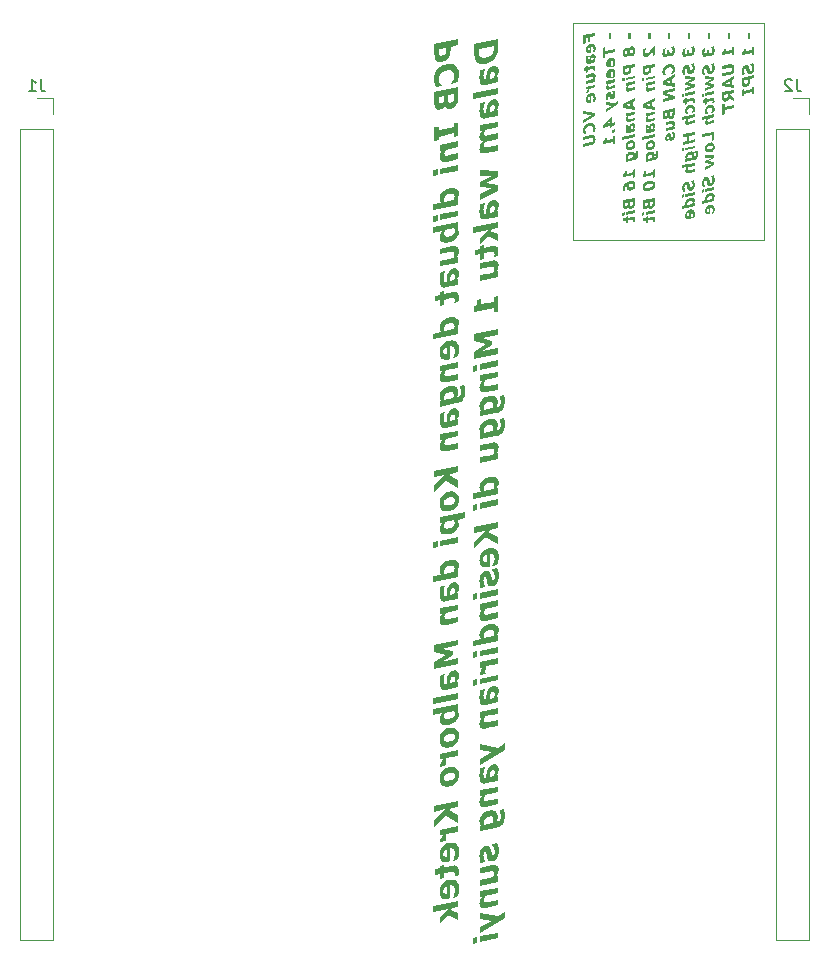
<source format=gbr>
%TF.GenerationSoftware,KiCad,Pcbnew,9.0.2*%
%TF.CreationDate,2025-06-04T00:53:43+07:00*%
%TF.ProjectId,VCU,5643552e-6b69-4636-9164-5f7063625858,rev?*%
%TF.SameCoordinates,Original*%
%TF.FileFunction,Legend,Bot*%
%TF.FilePolarity,Positive*%
%FSLAX46Y46*%
G04 Gerber Fmt 4.6, Leading zero omitted, Abs format (unit mm)*
G04 Created by KiCad (PCBNEW 9.0.2) date 2025-06-04 00:53:43*
%MOMM*%
%LPD*%
G01*
G04 APERTURE LIST*
%ADD10C,0.100000*%
%ADD11C,0.200000*%
%ADD12C,0.150000*%
%ADD13C,0.120000*%
G04 APERTURE END LIST*
D10*
X125400000Y-70300000D02*
X141600000Y-70300000D01*
X141600000Y-88700000D01*
X125400000Y-88700000D01*
X125400000Y-70300000D01*
D11*
G36*
X115700000Y-72167166D02*
G01*
X115035659Y-72305286D01*
X115035659Y-72624633D01*
X115028247Y-72768970D01*
X115007299Y-72893711D01*
X114974354Y-73001500D01*
X114899432Y-73155070D01*
X114793126Y-73304483D01*
X114695319Y-73400963D01*
X114574528Y-73483513D01*
X114441755Y-73546360D01*
X114308182Y-73585607D01*
X114190605Y-73602221D01*
X114091360Y-73601043D01*
X114007152Y-73584752D01*
X113928305Y-73552286D01*
X113860192Y-73505603D01*
X113801378Y-73443702D01*
X113744023Y-73350173D01*
X113701360Y-73234019D01*
X113677163Y-73102221D01*
X113667899Y-72920900D01*
X113667899Y-72509961D01*
X114050872Y-72509961D01*
X114050872Y-72598011D01*
X114054291Y-72800488D01*
X114064726Y-72875021D01*
X114089951Y-72949598D01*
X114122751Y-72998252D01*
X114175680Y-73037281D01*
X114240915Y-73057115D01*
X114322103Y-73052302D01*
X114404150Y-73029378D01*
X114468527Y-72999790D01*
X114524002Y-72959550D01*
X114571720Y-72906856D01*
X114611931Y-72834857D01*
X114636566Y-72751029D01*
X114648248Y-72657564D01*
X114652686Y-72531943D01*
X114652686Y-72384909D01*
X114050872Y-72509961D01*
X113667899Y-72509961D01*
X113667899Y-72076430D01*
X115700000Y-71654012D01*
X115700000Y-72167166D01*
G37*
G36*
X115739078Y-74596772D02*
G01*
X115731196Y-74449989D01*
X115708553Y-74318708D01*
X115672278Y-74200976D01*
X115619391Y-74090766D01*
X115553114Y-73997695D01*
X115473098Y-73919731D01*
X115380108Y-73857776D01*
X115271012Y-73810751D01*
X115143004Y-73779291D01*
X115011045Y-73767037D01*
X114859791Y-73773017D01*
X114686025Y-73800052D01*
X114527788Y-73841054D01*
X114382255Y-73895090D01*
X114248220Y-73961863D01*
X114122453Y-74042895D01*
X114010431Y-74134741D01*
X113911165Y-74237735D01*
X113828561Y-74347403D01*
X113759034Y-74468600D01*
X113702459Y-74602512D01*
X113661690Y-74742213D01*
X113637107Y-74886683D01*
X113628820Y-75036898D01*
X113632655Y-75159133D01*
X113643230Y-75260380D01*
X113680844Y-75438921D01*
X113739096Y-75589253D01*
X113798691Y-75704535D01*
X114293161Y-75601709D01*
X114293161Y-75542969D01*
X114214392Y-75465055D01*
X114124633Y-75354780D01*
X114084257Y-75287432D01*
X114050017Y-75211165D01*
X114027478Y-75128960D01*
X114019609Y-75034455D01*
X114028265Y-74927353D01*
X114054413Y-74821353D01*
X114099605Y-74719773D01*
X114169818Y-74617044D01*
X114257758Y-74528982D01*
X114376081Y-74446441D01*
X114513553Y-74382003D01*
X114687369Y-74332990D01*
X114815922Y-74313018D01*
X114921123Y-74309492D01*
X115006960Y-74319312D01*
X115125368Y-74356829D01*
X115208949Y-74410293D01*
X115273376Y-74483241D01*
X115316172Y-74569783D01*
X115340289Y-74664597D01*
X115348290Y-74761025D01*
X115341142Y-74854570D01*
X115319103Y-74952023D01*
X115284692Y-75047265D01*
X115239968Y-75137526D01*
X115153872Y-75277110D01*
X115074738Y-75385676D01*
X115074738Y-75439166D01*
X115563346Y-75337683D01*
X115627948Y-75181123D01*
X115680094Y-75027372D01*
X115723935Y-74835031D01*
X115734788Y-74738766D01*
X115739078Y-74596772D01*
G37*
G36*
X115700000Y-76598586D02*
G01*
X115689590Y-76806352D01*
X115661898Y-76963852D01*
X115611314Y-77108631D01*
X115533914Y-77249127D01*
X115448010Y-77357526D01*
X115342062Y-77448674D01*
X115219392Y-77517596D01*
X115079378Y-77561514D01*
X114976335Y-77574711D01*
X114889642Y-77569975D01*
X114815997Y-77549800D01*
X114752704Y-77515108D01*
X114681644Y-77447942D01*
X114627019Y-77357924D01*
X114589305Y-77239602D01*
X114578314Y-77241922D01*
X114529881Y-77339012D01*
X114471320Y-77422421D01*
X114402459Y-77493614D01*
X114323108Y-77552495D01*
X114236581Y-77595768D01*
X114141608Y-77624040D01*
X114056784Y-77635027D01*
X113981920Y-77631746D01*
X113915073Y-77615614D01*
X113854149Y-77585541D01*
X113801761Y-77540880D01*
X113756926Y-77479570D01*
X113710565Y-77378674D01*
X113684385Y-77273429D01*
X113672852Y-77148603D01*
X113667899Y-76924651D01*
X113667899Y-76586374D01*
X114035240Y-76586374D01*
X114035240Y-76634490D01*
X114037316Y-76868597D01*
X114045073Y-76947227D01*
X114061618Y-77003175D01*
X114094088Y-77050696D01*
X114138066Y-77074860D01*
X114189571Y-77082709D01*
X114240893Y-77078157D01*
X114304525Y-77059386D01*
X114358374Y-77032362D01*
X114402619Y-76991644D01*
X114440928Y-76924284D01*
X114459026Y-76865410D01*
X114468771Y-76783478D01*
X114472923Y-76575505D01*
X114472923Y-76495394D01*
X114035240Y-76586374D01*
X113667899Y-76586374D01*
X113667899Y-76422243D01*
X114824633Y-76422243D01*
X114824633Y-76534595D01*
X114825976Y-76754780D01*
X114832192Y-76853954D01*
X114845150Y-76916468D01*
X114879935Y-76987882D01*
X114923918Y-77025034D01*
X114982582Y-77039069D01*
X115073883Y-77030652D01*
X115144048Y-77008409D01*
X115204675Y-76973377D01*
X115254127Y-76922561D01*
X115295655Y-76844173D01*
X115321700Y-76756388D01*
X115331315Y-76664410D01*
X115332658Y-76353977D01*
X115332658Y-76316608D01*
X114824633Y-76422243D01*
X113667899Y-76422243D01*
X113667899Y-76152355D01*
X115700000Y-75729937D01*
X115700000Y-76598586D01*
G37*
G36*
X115700000Y-79892934D02*
G01*
X115700000Y-78727529D01*
X115332658Y-78803855D01*
X115332658Y-79129919D01*
X114035240Y-79399685D01*
X114035240Y-79073621D01*
X113667899Y-79149947D01*
X113667899Y-80315352D01*
X114035240Y-80239026D01*
X114035240Y-79912840D01*
X115332658Y-79643073D01*
X115332658Y-79969260D01*
X115700000Y-79892934D01*
G37*
G36*
X115700000Y-81825628D02*
G01*
X115700000Y-81342027D01*
X114938328Y-81500418D01*
X114752948Y-81529483D01*
X114666543Y-81533231D01*
X114616905Y-81525819D01*
X114573094Y-81501898D01*
X114543143Y-81462927D01*
X114526568Y-81410090D01*
X114519818Y-81324075D01*
X114525096Y-81258062D01*
X114541678Y-81186444D01*
X114568689Y-81113405D01*
X114611409Y-81025610D01*
X115700000Y-80799319D01*
X115700000Y-80318283D01*
X114168108Y-80636775D01*
X114168108Y-81117812D01*
X114333217Y-81083496D01*
X114239978Y-81232796D01*
X114175924Y-81362787D01*
X114134972Y-81495710D01*
X114121214Y-81636706D01*
X114131690Y-81757643D01*
X114160501Y-81853009D01*
X114205351Y-81928153D01*
X114266294Y-81986828D01*
X114339906Y-82026848D01*
X114432868Y-82050141D01*
X114550664Y-82054049D01*
X114699947Y-82033600D01*
X115700000Y-81825628D01*
G37*
G36*
X115700000Y-82792341D02*
G01*
X115700000Y-82311304D01*
X114168108Y-82629797D01*
X114168108Y-83110833D01*
X115700000Y-82792341D01*
G37*
G36*
X113949267Y-83169696D02*
G01*
X113949267Y-82661915D01*
X113574110Y-82739951D01*
X113574110Y-83247732D01*
X113949267Y-83169696D01*
G37*
G36*
X115291666Y-84246035D02*
G01*
X115421686Y-84270325D01*
X115530129Y-84315073D01*
X115608292Y-84369093D01*
X115667729Y-84433695D01*
X115710604Y-84510032D01*
X115737407Y-84600458D01*
X115746894Y-84708304D01*
X115733759Y-84845708D01*
X115695481Y-84968911D01*
X115634171Y-85088934D01*
X115540143Y-85233670D01*
X115700000Y-85200453D01*
X115700000Y-85681612D01*
X113574110Y-86123569D01*
X113574110Y-85642411D01*
X114225017Y-85507100D01*
X114150645Y-85345533D01*
X114129498Y-85258294D01*
X114128583Y-85244173D01*
X114480739Y-85244173D01*
X114490387Y-85345045D01*
X114522016Y-85445307D01*
X115279658Y-85287892D01*
X115316582Y-85220411D01*
X115346336Y-85144399D01*
X115365765Y-85066779D01*
X115371737Y-85000174D01*
X115358441Y-84893508D01*
X115323539Y-84822484D01*
X115269277Y-84776814D01*
X115198372Y-84753402D01*
X115093060Y-84748085D01*
X114940038Y-84769120D01*
X114800875Y-84809558D01*
X114689975Y-84864926D01*
X114602494Y-84934106D01*
X114535499Y-85020882D01*
X114494915Y-85122753D01*
X114480739Y-85244173D01*
X114128583Y-85244173D01*
X114121214Y-85130478D01*
X114134866Y-85000678D01*
X114178122Y-84859368D01*
X114246550Y-84725234D01*
X114337979Y-84605722D01*
X114455799Y-84495990D01*
X114597976Y-84399947D01*
X114757721Y-84325626D01*
X114945655Y-84272208D01*
X115134967Y-84245072D01*
X115291666Y-84246035D01*
G37*
G36*
X115700000Y-86661147D02*
G01*
X115700000Y-86180111D01*
X114168108Y-86498604D01*
X114168108Y-86979640D01*
X115700000Y-86661147D01*
G37*
G36*
X113949267Y-87038503D02*
G01*
X113949267Y-86530722D01*
X113574110Y-86608757D01*
X113574110Y-87116538D01*
X113949267Y-87038503D01*
G37*
G36*
X115700000Y-87596598D02*
G01*
X115623429Y-87632501D01*
X115669298Y-87710677D01*
X115703297Y-87796388D01*
X115723717Y-87890501D01*
X115731263Y-88011200D01*
X115717438Y-88152126D01*
X115676034Y-88286915D01*
X115605590Y-88417968D01*
X115502651Y-88547069D01*
X115381757Y-88656882D01*
X115244348Y-88746386D01*
X115088405Y-88816203D01*
X114911217Y-88865928D01*
X114719956Y-88894046D01*
X114563665Y-88894826D01*
X114435978Y-88873299D01*
X114331385Y-88832711D01*
X114256726Y-88782617D01*
X114199334Y-88720284D01*
X114157365Y-88644200D01*
X114130750Y-88551480D01*
X114121214Y-88438136D01*
X114135513Y-88291615D01*
X114177267Y-88159822D01*
X114184826Y-88144801D01*
X114496371Y-88144801D01*
X114504858Y-88231565D01*
X114527331Y-88293275D01*
X114561397Y-88336416D01*
X114607745Y-88364863D01*
X114683455Y-88384033D01*
X114786505Y-88386697D01*
X114925383Y-88367062D01*
X115074881Y-88324183D01*
X115187992Y-88268406D01*
X115271842Y-88201465D01*
X115334998Y-88116841D01*
X115373718Y-88015555D01*
X115387369Y-87892864D01*
X115380530Y-87781978D01*
X115354396Y-87688433D01*
X114578925Y-87849755D01*
X114543463Y-87924710D01*
X114517742Y-88000087D01*
X114501503Y-88076048D01*
X114496371Y-88144801D01*
X114184826Y-88144801D01*
X114240566Y-88034043D01*
X114323325Y-87902878D01*
X113574110Y-88058583D01*
X113574110Y-87577547D01*
X115700000Y-87135589D01*
X115700000Y-87596598D01*
G37*
G36*
X115700000Y-90588939D02*
G01*
X115700000Y-90107780D01*
X115534891Y-90142096D01*
X115629818Y-89988964D01*
X115692916Y-89864637D01*
X115732926Y-89737035D01*
X115746894Y-89588886D01*
X115736211Y-89465087D01*
X115706996Y-89368697D01*
X115661778Y-89293852D01*
X115600593Y-89236444D01*
X115526436Y-89197542D01*
X115433331Y-89175066D01*
X115316020Y-89171623D01*
X115168161Y-89191992D01*
X114168108Y-89399965D01*
X114168108Y-89883688D01*
X114929780Y-89725296D01*
X115123342Y-89692323D01*
X115197153Y-89690087D01*
X115251203Y-89699895D01*
X115295004Y-89722774D01*
X115325087Y-89761444D01*
X115341574Y-89814272D01*
X115348290Y-89900296D01*
X115342939Y-89963491D01*
X115325087Y-90041346D01*
X115296713Y-90119920D01*
X115256699Y-90199982D01*
X114168108Y-90426273D01*
X114168108Y-90907431D01*
X115700000Y-90588939D01*
G37*
G36*
X115460320Y-91061935D02*
G01*
X115539980Y-91089935D01*
X115610851Y-91137020D01*
X115669182Y-91199516D01*
X115711256Y-91273603D01*
X115737570Y-91361614D01*
X115746894Y-91466870D01*
X115742289Y-91556085D01*
X115728942Y-91637595D01*
X115707059Y-91716643D01*
X115676796Y-91795621D01*
X115609874Y-91917620D01*
X115537456Y-92028995D01*
X115700000Y-91995167D01*
X115700000Y-92472295D01*
X114655617Y-92689427D01*
X114516212Y-92704894D01*
X114406877Y-92691170D01*
X114320067Y-92653156D01*
X114250418Y-92591242D01*
X114200543Y-92512017D01*
X114159977Y-92398517D01*
X114131899Y-92240439D01*
X114121214Y-92025575D01*
X114128135Y-91852735D01*
X114149180Y-91675575D01*
X114197540Y-91417655D01*
X114566713Y-91340840D01*
X114566713Y-91384926D01*
X114500401Y-91592533D01*
X114467426Y-91734232D01*
X114457292Y-91855460D01*
X114464082Y-91988027D01*
X114481569Y-92081259D01*
X114506263Y-92144644D01*
X114546273Y-92191422D01*
X114602560Y-92213426D01*
X114683461Y-92209368D01*
X114691765Y-92207536D01*
X114696450Y-92144644D01*
X114980949Y-92144644D01*
X115301273Y-92078087D01*
X115345636Y-92008477D01*
X115380774Y-91931175D01*
X115403631Y-91851227D01*
X115410816Y-91778768D01*
X115406908Y-91694162D01*
X115397871Y-91647732D01*
X115380917Y-91611019D01*
X115357449Y-91582763D01*
X115328531Y-91562012D01*
X115299930Y-91554431D01*
X115221894Y-91562735D01*
X115155412Y-91586364D01*
X115104902Y-91625139D01*
X115066579Y-91678256D01*
X115037124Y-91749459D01*
X115003541Y-91928855D01*
X114980949Y-92144644D01*
X114696450Y-92144644D01*
X114707673Y-91994000D01*
X114730233Y-91789148D01*
X114766752Y-91594345D01*
X114818161Y-91439515D01*
X114865405Y-91345078D01*
X114921717Y-91264365D01*
X114987177Y-91195882D01*
X115063060Y-91140210D01*
X115154202Y-91096385D01*
X115263293Y-91064968D01*
X115369229Y-91052910D01*
X115460320Y-91061935D01*
G37*
G36*
X115687299Y-93918702D02*
G01*
X115719539Y-93747487D01*
X115731263Y-93532676D01*
X115722162Y-93388489D01*
X115697846Y-93279526D01*
X115661716Y-93198381D01*
X115615491Y-93139078D01*
X115555186Y-93096983D01*
X115474006Y-93071387D01*
X115364973Y-93065165D01*
X115219207Y-93084490D01*
X114504187Y-93233112D01*
X114504187Y-93035275D01*
X114168108Y-93105129D01*
X114168108Y-93302965D01*
X113730425Y-93393946D01*
X113730425Y-93874982D01*
X114168108Y-93784002D01*
X114168108Y-94234508D01*
X114504187Y-94164654D01*
X114504187Y-93714148D01*
X115044818Y-93601674D01*
X115184647Y-93573953D01*
X115242846Y-93568236D01*
X115291992Y-93573098D01*
X115334417Y-93590055D01*
X115367341Y-93623534D01*
X115387068Y-93672297D01*
X115395184Y-93756158D01*
X115378698Y-93857885D01*
X115348290Y-93948988D01*
X115348290Y-93989166D01*
X115687299Y-93918702D01*
G37*
G36*
X115291666Y-95209607D02*
G01*
X115421686Y-95233898D01*
X115530129Y-95278646D01*
X115608292Y-95332665D01*
X115667729Y-95397268D01*
X115710604Y-95473605D01*
X115737407Y-95564030D01*
X115746894Y-95671877D01*
X115733759Y-95809281D01*
X115695481Y-95932484D01*
X115634171Y-96052507D01*
X115540143Y-96197243D01*
X115700000Y-96164026D01*
X115700000Y-96645184D01*
X113574110Y-97087142D01*
X113574110Y-96605983D01*
X114225017Y-96470673D01*
X114150645Y-96309106D01*
X114129498Y-96221867D01*
X114128583Y-96207745D01*
X114480739Y-96207745D01*
X114490387Y-96308618D01*
X114522016Y-96408879D01*
X115279658Y-96251465D01*
X115316582Y-96183984D01*
X115346336Y-96107972D01*
X115365765Y-96030352D01*
X115371737Y-95963747D01*
X115358441Y-95857081D01*
X115323539Y-95786057D01*
X115269277Y-95740387D01*
X115198372Y-95716975D01*
X115093060Y-95711658D01*
X114940038Y-95732693D01*
X114800875Y-95773131D01*
X114689975Y-95828499D01*
X114602494Y-95897679D01*
X114535499Y-95984455D01*
X114494915Y-96086326D01*
X114480739Y-96207745D01*
X114128583Y-96207745D01*
X114121214Y-96094050D01*
X114134866Y-95964251D01*
X114178122Y-95822941D01*
X114246550Y-95688807D01*
X114337979Y-95569295D01*
X114455799Y-95459563D01*
X114597976Y-95363520D01*
X114757721Y-95289199D01*
X114945655Y-95235781D01*
X115134967Y-95208645D01*
X115291666Y-95209607D01*
G37*
G36*
X115239847Y-97172720D02*
G01*
X115354602Y-97197944D01*
X115453337Y-97243013D01*
X115538921Y-97308060D01*
X115608235Y-97389038D01*
X115664902Y-97490153D01*
X115708316Y-97615212D01*
X115736633Y-97769008D01*
X115746894Y-97957135D01*
X115739099Y-98128836D01*
X115716730Y-98282833D01*
X115678653Y-98435482D01*
X115619399Y-98610362D01*
X115223237Y-98692794D01*
X115223237Y-98639427D01*
X115283797Y-98534012D01*
X115345847Y-98387979D01*
X115388991Y-98232263D01*
X115403000Y-98080844D01*
X115390024Y-97922795D01*
X115356217Y-97812167D01*
X115306524Y-97736584D01*
X115255091Y-97694321D01*
X115193499Y-97667126D01*
X115119004Y-97655040D01*
X115027843Y-97660258D01*
X115027843Y-98761427D01*
X114855530Y-98797330D01*
X114673133Y-98821382D01*
X114526263Y-98814282D01*
X114407451Y-98781666D01*
X114310624Y-98726133D01*
X114246973Y-98664826D01*
X114195478Y-98586771D01*
X114156193Y-98488784D01*
X114130545Y-98366567D01*
X114121214Y-98214933D01*
X114128882Y-98112840D01*
X114426029Y-98112840D01*
X114436419Y-98209144D01*
X114463519Y-98274208D01*
X114504553Y-98316905D01*
X114559693Y-98342459D01*
X114635252Y-98352738D01*
X114738660Y-98343161D01*
X114738660Y-97719242D01*
X114634677Y-97758018D01*
X114556925Y-97808069D01*
X114500401Y-97868841D01*
X114459392Y-97941905D01*
X114434564Y-98022577D01*
X114426029Y-98112840D01*
X114128882Y-98112840D01*
X114135942Y-98018835D01*
X114178472Y-97843841D01*
X114247550Y-97686473D01*
X114343597Y-97543998D01*
X114463235Y-97420392D01*
X114601814Y-97320846D01*
X114761722Y-97244209D01*
X114946388Y-97190823D01*
X115105270Y-97169144D01*
X115239847Y-97172720D01*
G37*
G36*
X115700000Y-100509228D02*
G01*
X115700000Y-100025628D01*
X114938328Y-100184019D01*
X114752948Y-100213084D01*
X114666543Y-100216832D01*
X114616905Y-100209420D01*
X114573094Y-100185499D01*
X114543143Y-100146528D01*
X114526568Y-100093691D01*
X114519818Y-100007676D01*
X114525096Y-99941663D01*
X114541678Y-99870045D01*
X114568689Y-99797006D01*
X114611409Y-99709211D01*
X115700000Y-99482920D01*
X115700000Y-99001884D01*
X114168108Y-99320376D01*
X114168108Y-99801413D01*
X114333217Y-99767096D01*
X114239978Y-99916397D01*
X114175924Y-100046388D01*
X114134972Y-100179310D01*
X114121214Y-100320307D01*
X114131690Y-100441244D01*
X114160501Y-100536610D01*
X114205351Y-100611754D01*
X114266294Y-100670429D01*
X114339906Y-100710449D01*
X114432868Y-100733741D01*
X114550664Y-100737650D01*
X114699947Y-100717201D01*
X115700000Y-100509228D01*
G37*
G36*
X116236744Y-101052559D02*
G01*
X116259071Y-101194696D01*
X116273485Y-101343607D01*
X116278367Y-101498656D01*
X116268594Y-101686646D01*
X116240753Y-101851953D01*
X116190833Y-102005626D01*
X116118632Y-102138695D01*
X116057459Y-102216910D01*
X115981157Y-102288928D01*
X115887944Y-102354972D01*
X115786619Y-102408406D01*
X115666513Y-102453943D01*
X115524877Y-102490648D01*
X114168108Y-102772749D01*
X114168108Y-102306367D01*
X114231978Y-102275715D01*
X114186192Y-102200513D01*
X114150645Y-102111584D01*
X114129591Y-102016817D01*
X114480739Y-102016817D01*
X114490997Y-102122941D01*
X114519085Y-102218562D01*
X115216399Y-102073604D01*
X115250979Y-102006241D01*
X115278192Y-101933897D01*
X115295704Y-101859409D01*
X115301395Y-101787473D01*
X115290048Y-101685527D01*
X115259990Y-101614389D01*
X115213712Y-101565701D01*
X115151421Y-101538480D01*
X115053570Y-101529839D01*
X114904134Y-101549214D01*
X114775795Y-101587315D01*
X114673400Y-101640802D01*
X114592480Y-101708827D01*
X114531454Y-101793594D01*
X114493958Y-101894737D01*
X114480739Y-102016817D01*
X114129591Y-102016817D01*
X114128986Y-102014093D01*
X114121214Y-101896528D01*
X114134211Y-101762058D01*
X114174581Y-101621388D01*
X114238765Y-101488769D01*
X114323447Y-101373360D01*
X114434424Y-101266421D01*
X114564026Y-101176378D01*
X114711007Y-101107338D01*
X114892044Y-101055966D01*
X115098332Y-101026559D01*
X115259477Y-101028987D01*
X115384901Y-101056295D01*
X115482501Y-101104326D01*
X115549601Y-101161037D01*
X115602551Y-101231307D01*
X115642064Y-101317309D01*
X115667426Y-101422308D01*
X115676552Y-101550436D01*
X115665801Y-101677092D01*
X115634176Y-101794312D01*
X115584454Y-101905286D01*
X115519382Y-102010589D01*
X115547958Y-102004727D01*
X115638880Y-101980802D01*
X115710868Y-101952093D01*
X115773616Y-101914292D01*
X115822365Y-101868928D01*
X115862054Y-101808823D01*
X115893684Y-101726290D01*
X115911920Y-101631730D01*
X115918841Y-101503907D01*
X115911918Y-101401605D01*
X115889532Y-101282868D01*
X115857372Y-101167548D01*
X115825052Y-101081123D01*
X115825052Y-101022383D01*
X116212177Y-100941905D01*
X116236744Y-101052559D01*
G37*
G36*
X115460320Y-102928230D02*
G01*
X115539980Y-102956229D01*
X115610851Y-103003314D01*
X115669182Y-103065811D01*
X115711256Y-103139897D01*
X115737570Y-103227908D01*
X115746894Y-103333164D01*
X115742289Y-103422379D01*
X115728942Y-103503890D01*
X115707059Y-103582937D01*
X115676796Y-103661915D01*
X115609874Y-103783914D01*
X115537456Y-103895289D01*
X115700000Y-103861461D01*
X115700000Y-104338590D01*
X114655617Y-104555722D01*
X114516212Y-104571188D01*
X114406877Y-104557465D01*
X114320067Y-104519451D01*
X114250418Y-104457536D01*
X114200543Y-104378312D01*
X114159977Y-104264811D01*
X114131899Y-104106734D01*
X114121214Y-103891870D01*
X114128135Y-103719030D01*
X114149180Y-103541870D01*
X114197540Y-103283949D01*
X114566713Y-103207135D01*
X114566713Y-103251221D01*
X114500401Y-103458827D01*
X114467426Y-103600527D01*
X114457292Y-103721755D01*
X114464082Y-103854321D01*
X114481569Y-103947554D01*
X114506263Y-104010938D01*
X114546273Y-104057717D01*
X114602560Y-104079720D01*
X114683461Y-104075662D01*
X114691765Y-104073831D01*
X114696450Y-104010938D01*
X114980949Y-104010938D01*
X115301273Y-103944382D01*
X115345636Y-103874772D01*
X115380774Y-103797470D01*
X115403631Y-103717521D01*
X115410816Y-103645062D01*
X115406908Y-103560457D01*
X115397871Y-103514026D01*
X115380917Y-103477313D01*
X115357449Y-103449057D01*
X115328531Y-103428306D01*
X115299930Y-103420725D01*
X115221894Y-103429030D01*
X115155412Y-103452659D01*
X115104902Y-103491434D01*
X115066579Y-103544550D01*
X115037124Y-103615753D01*
X115003541Y-103795150D01*
X114980949Y-104010938D01*
X114696450Y-104010938D01*
X114707673Y-103860295D01*
X114730233Y-103655443D01*
X114766752Y-103460639D01*
X114818161Y-103305809D01*
X114865405Y-103211373D01*
X114921717Y-103130659D01*
X114987177Y-103062177D01*
X115063060Y-103006504D01*
X115154202Y-102962679D01*
X115263293Y-102931263D01*
X115369229Y-102919204D01*
X115460320Y-102928230D01*
G37*
G36*
X115700000Y-106330024D02*
G01*
X115700000Y-105846423D01*
X114938328Y-106004815D01*
X114752948Y-106033879D01*
X114666543Y-106037627D01*
X114616905Y-106030216D01*
X114573094Y-106006294D01*
X114543143Y-105967323D01*
X114526568Y-105914487D01*
X114519818Y-105828471D01*
X114525096Y-105762459D01*
X114541678Y-105690840D01*
X114568689Y-105617802D01*
X114611409Y-105530006D01*
X115700000Y-105303715D01*
X115700000Y-104822679D01*
X114168108Y-105141172D01*
X114168108Y-105622208D01*
X114333217Y-105587892D01*
X114239978Y-105737192D01*
X114175924Y-105867184D01*
X114134972Y-106000106D01*
X114121214Y-106141102D01*
X114131690Y-106262040D01*
X114160501Y-106357405D01*
X114205351Y-106432549D01*
X114266294Y-106491224D01*
X114339906Y-106531244D01*
X114432868Y-106554537D01*
X114550664Y-106558446D01*
X114699947Y-106537997D01*
X115700000Y-106330024D01*
G37*
G36*
X115700000Y-109655390D02*
G01*
X115700000Y-109026099D01*
X114886793Y-108600505D01*
X115034682Y-108449563D01*
X115700000Y-108311200D01*
X115700000Y-107798046D01*
X113667899Y-108220464D01*
X113667899Y-108733618D01*
X114588695Y-108542254D01*
X113667899Y-109444364D01*
X113667899Y-110039218D01*
X114608234Y-109066032D01*
X115700000Y-109655390D01*
G37*
G36*
X115225385Y-109956056D02*
G01*
X115341092Y-109976275D01*
X115441596Y-110014384D01*
X115529518Y-110069993D01*
X115603825Y-110142212D01*
X115663168Y-110231062D01*
X115707802Y-110339375D01*
X115736549Y-110471063D01*
X115746894Y-110630896D01*
X115732368Y-110824043D01*
X115690606Y-110994629D01*
X115623075Y-111146368D01*
X115529518Y-111282170D01*
X115413006Y-111399428D01*
X115276910Y-111494794D01*
X115118684Y-111569067D01*
X114934787Y-111621667D01*
X114778279Y-111644051D01*
X114643952Y-111643701D01*
X114528077Y-111623746D01*
X114427405Y-111586016D01*
X114339323Y-111530931D01*
X114264873Y-111459249D01*
X114205361Y-111370655D01*
X114160542Y-111262235D01*
X114131632Y-111129964D01*
X114121214Y-110968928D01*
X114126601Y-110897365D01*
X114465108Y-110897365D01*
X114471089Y-110964349D01*
X114488189Y-111022051D01*
X114519121Y-111071088D01*
X114566957Y-111108635D01*
X114626846Y-111132726D01*
X114712159Y-111145394D01*
X114807816Y-111142846D01*
X114937473Y-111122557D01*
X115074041Y-111087554D01*
X115164863Y-111051849D01*
X115241867Y-111006146D01*
X115305303Y-110952564D01*
X115350994Y-110896569D01*
X115380652Y-110835938D01*
X115397462Y-110771202D01*
X115403000Y-110706367D01*
X115396504Y-110633582D01*
X115378576Y-110575819D01*
X115347183Y-110527319D01*
X115301151Y-110489724D01*
X115239944Y-110465203D01*
X115153995Y-110453454D01*
X115058702Y-110456709D01*
X114937473Y-110475680D01*
X114804494Y-110510430D01*
X114705321Y-110550052D01*
X114620064Y-110599780D01*
X114560118Y-110650558D01*
X114511074Y-110713386D01*
X114484159Y-110769748D01*
X114470022Y-110829711D01*
X114465108Y-110897365D01*
X114126601Y-110897365D01*
X114135640Y-110777282D01*
X114177185Y-110607355D01*
X114244483Y-110455569D01*
X114337857Y-110319120D01*
X114454086Y-110201428D01*
X114590387Y-110105613D01*
X114749398Y-110030897D01*
X114934787Y-109977913D01*
X115091203Y-109955552D01*
X115225385Y-109956056D01*
G37*
G36*
X116262735Y-112213101D02*
G01*
X115624651Y-112345725D01*
X115670032Y-112429923D01*
X115703175Y-112512421D01*
X115723528Y-112602140D01*
X115731263Y-112724668D01*
X115717695Y-112861566D01*
X115676552Y-112996510D01*
X115609762Y-113124279D01*
X115514986Y-113247958D01*
X115402638Y-113353208D01*
X115257554Y-113450558D01*
X115094572Y-113526792D01*
X114911217Y-113579396D01*
X114720845Y-113607237D01*
X114564911Y-113607618D01*
X114437143Y-113585517D01*
X114332117Y-113544103D01*
X114256906Y-113493222D01*
X114199251Y-113430570D01*
X114157238Y-113354745D01*
X114130694Y-113263019D01*
X114121214Y-113151605D01*
X114136069Y-113005129D01*
X114179588Y-112872801D01*
X114187080Y-112858269D01*
X114496371Y-112858269D01*
X114509275Y-112960546D01*
X114543311Y-113029290D01*
X114596510Y-113074057D01*
X114665840Y-113097127D01*
X114768836Y-113102432D01*
X114918545Y-113081873D01*
X115065538Y-113039515D01*
X115176591Y-112984199D01*
X115258775Y-112917620D01*
X115320404Y-112833560D01*
X115358332Y-112732492D01*
X115371737Y-112609630D01*
X115366364Y-112502407D01*
X115357338Y-112450460D01*
X115341939Y-112404588D01*
X114577581Y-112563468D01*
X114542685Y-112638298D01*
X114517376Y-112713677D01*
X114501419Y-112789520D01*
X114496371Y-112858269D01*
X114187080Y-112858269D01*
X114244702Y-112746495D01*
X114327965Y-112615369D01*
X114168108Y-112648586D01*
X114168108Y-112167550D01*
X116262735Y-111732065D01*
X116262735Y-112213101D01*
G37*
G36*
X115700000Y-114287944D02*
G01*
X115700000Y-113806908D01*
X114168108Y-114125401D01*
X114168108Y-114606437D01*
X115700000Y-114287944D01*
G37*
G36*
X113949267Y-114665300D02*
G01*
X113949267Y-114157519D01*
X113574110Y-114235554D01*
X113574110Y-114743335D01*
X113949267Y-114665300D01*
G37*
G36*
X115291666Y-115741638D02*
G01*
X115421686Y-115765929D01*
X115530129Y-115810676D01*
X115608292Y-115864696D01*
X115667729Y-115929299D01*
X115710604Y-116005636D01*
X115737407Y-116096061D01*
X115746894Y-116203907D01*
X115733759Y-116341311D01*
X115695481Y-116464515D01*
X115634171Y-116584537D01*
X115540143Y-116729274D01*
X115700000Y-116696057D01*
X115700000Y-117177215D01*
X113574110Y-117619173D01*
X113574110Y-117138014D01*
X114225017Y-117002704D01*
X114150645Y-116841137D01*
X114129498Y-116753898D01*
X114128583Y-116739776D01*
X114480739Y-116739776D01*
X114490387Y-116840648D01*
X114522016Y-116940910D01*
X115279658Y-116783496D01*
X115316582Y-116716015D01*
X115346336Y-116640003D01*
X115365765Y-116562383D01*
X115371737Y-116495778D01*
X115358441Y-116389111D01*
X115323539Y-116318087D01*
X115269277Y-116272418D01*
X115198372Y-116249006D01*
X115093060Y-116243689D01*
X114940038Y-116264724D01*
X114800875Y-116305161D01*
X114689975Y-116360530D01*
X114602494Y-116429710D01*
X114535499Y-116516485D01*
X114494915Y-116618357D01*
X114480739Y-116739776D01*
X114128583Y-116739776D01*
X114121214Y-116626081D01*
X114134866Y-116496282D01*
X114178122Y-116354972D01*
X114246550Y-116220837D01*
X114337979Y-116101325D01*
X114455799Y-115991594D01*
X114597976Y-115895551D01*
X114757721Y-115821229D01*
X114945655Y-115767812D01*
X115134967Y-115740676D01*
X115291666Y-115741638D01*
G37*
G36*
X115460320Y-117651189D02*
G01*
X115539980Y-117679188D01*
X115610851Y-117726273D01*
X115669182Y-117788769D01*
X115711256Y-117862856D01*
X115737570Y-117950867D01*
X115746894Y-118056123D01*
X115742289Y-118145338D01*
X115728942Y-118226849D01*
X115707059Y-118305896D01*
X115676796Y-118384874D01*
X115609874Y-118506873D01*
X115537456Y-118618248D01*
X115700000Y-118584420D01*
X115700000Y-119061549D01*
X114655617Y-119278681D01*
X114516212Y-119294147D01*
X114406877Y-119280424D01*
X114320067Y-119242409D01*
X114250418Y-119180495D01*
X114200543Y-119101271D01*
X114159977Y-118987770D01*
X114131899Y-118829693D01*
X114121214Y-118614829D01*
X114128135Y-118441989D01*
X114149180Y-118264829D01*
X114197540Y-118006908D01*
X114566713Y-117930094D01*
X114566713Y-117974180D01*
X114500401Y-118181786D01*
X114467426Y-118323486D01*
X114457292Y-118444713D01*
X114464082Y-118577280D01*
X114481569Y-118670513D01*
X114506263Y-118733897D01*
X114546273Y-118780675D01*
X114602560Y-118802679D01*
X114683461Y-118798621D01*
X114691765Y-118796789D01*
X114696450Y-118733897D01*
X114980949Y-118733897D01*
X115301273Y-118667341D01*
X115345636Y-118597730D01*
X115380774Y-118520429D01*
X115403631Y-118440480D01*
X115410816Y-118368021D01*
X115406908Y-118283416D01*
X115397871Y-118236985D01*
X115380917Y-118200272D01*
X115357449Y-118172016D01*
X115328531Y-118151265D01*
X115299930Y-118143684D01*
X115221894Y-118151988D01*
X115155412Y-118175617D01*
X115104902Y-118214392D01*
X115066579Y-118267509D01*
X115037124Y-118338712D01*
X115003541Y-118518108D01*
X114980949Y-118733897D01*
X114696450Y-118733897D01*
X114707673Y-118583254D01*
X114730233Y-118378401D01*
X114766752Y-118183598D01*
X114818161Y-118028768D01*
X114865405Y-117934332D01*
X114921717Y-117853618D01*
X114987177Y-117785136D01*
X115063060Y-117729463D01*
X115154202Y-117685638D01*
X115263293Y-117654221D01*
X115369229Y-117642163D01*
X115460320Y-117651189D01*
G37*
G36*
X115700000Y-121052983D02*
G01*
X115700000Y-120569382D01*
X114938328Y-120727773D01*
X114752948Y-120756838D01*
X114666543Y-120760586D01*
X114616905Y-120753175D01*
X114573094Y-120729253D01*
X114543143Y-120690282D01*
X114526568Y-120637445D01*
X114519818Y-120551430D01*
X114525096Y-120485417D01*
X114541678Y-120413799D01*
X114568689Y-120340760D01*
X114611409Y-120252965D01*
X115700000Y-120026674D01*
X115700000Y-119545638D01*
X114168108Y-119864131D01*
X114168108Y-120345167D01*
X114333217Y-120310851D01*
X114239978Y-120460151D01*
X114175924Y-120590143D01*
X114134972Y-120723065D01*
X114121214Y-120864061D01*
X114131690Y-120984998D01*
X114160501Y-121080364D01*
X114205351Y-121155508D01*
X114266294Y-121214183D01*
X114339906Y-121254203D01*
X114432868Y-121277496D01*
X114550664Y-121281405D01*
X114699947Y-121260956D01*
X115700000Y-121052983D01*
G37*
G36*
X115700000Y-124606960D02*
G01*
X115700000Y-124096493D01*
X114339689Y-124379326D01*
X115223237Y-123826849D01*
X115223237Y-123472697D01*
X114339689Y-123287561D01*
X115700000Y-123004727D01*
X115700000Y-122521004D01*
X113667899Y-122943422D01*
X113667899Y-123539253D01*
X114687979Y-123774947D01*
X113667899Y-124433426D01*
X113667899Y-125029378D01*
X115700000Y-124606960D01*
G37*
G36*
X115460320Y-125123066D02*
G01*
X115539980Y-125151065D01*
X115610851Y-125198150D01*
X115669182Y-125260647D01*
X115711256Y-125334733D01*
X115737570Y-125422744D01*
X115746894Y-125528000D01*
X115742289Y-125617215D01*
X115728942Y-125698726D01*
X115707059Y-125777773D01*
X115676796Y-125856751D01*
X115609874Y-125978750D01*
X115537456Y-126090125D01*
X115700000Y-126056297D01*
X115700000Y-126533426D01*
X114655617Y-126750558D01*
X114516212Y-126766025D01*
X114406877Y-126752301D01*
X114320067Y-126714287D01*
X114250418Y-126652372D01*
X114200543Y-126573148D01*
X114159977Y-126459647D01*
X114131899Y-126301570D01*
X114121214Y-126086706D01*
X114128135Y-125913866D01*
X114149180Y-125736706D01*
X114197540Y-125478785D01*
X114566713Y-125401971D01*
X114566713Y-125446057D01*
X114500401Y-125653663D01*
X114467426Y-125795363D01*
X114457292Y-125916591D01*
X114464082Y-126049157D01*
X114481569Y-126142390D01*
X114506263Y-126205774D01*
X114546273Y-126252553D01*
X114602560Y-126274556D01*
X114683461Y-126270498D01*
X114691765Y-126268667D01*
X114696450Y-126205774D01*
X114980949Y-126205774D01*
X115301273Y-126139218D01*
X115345636Y-126069608D01*
X115380774Y-125992306D01*
X115403631Y-125912357D01*
X115410816Y-125839898D01*
X115406908Y-125755293D01*
X115397871Y-125708862D01*
X115380917Y-125672149D01*
X115357449Y-125643893D01*
X115328531Y-125623142D01*
X115299930Y-125615561D01*
X115221894Y-125623866D01*
X115155412Y-125647495D01*
X115104902Y-125686270D01*
X115066579Y-125739386D01*
X115037124Y-125810589D01*
X115003541Y-125989986D01*
X114980949Y-126205774D01*
X114696450Y-126205774D01*
X114707673Y-126055131D01*
X114730233Y-125850279D01*
X114766752Y-125655475D01*
X114818161Y-125500645D01*
X114865405Y-125406209D01*
X114921717Y-125325495D01*
X114987177Y-125257013D01*
X115063060Y-125201340D01*
X115154202Y-125157515D01*
X115263293Y-125126099D01*
X115369229Y-125114040D01*
X115460320Y-125123066D01*
G37*
G36*
X115700000Y-127498551D02*
G01*
X115700000Y-127017515D01*
X113574110Y-127459473D01*
X113574110Y-127940509D01*
X115700000Y-127498551D01*
G37*
G36*
X115700000Y-128434002D02*
G01*
X115623429Y-128469905D01*
X115669298Y-128548081D01*
X115703297Y-128633792D01*
X115723717Y-128727905D01*
X115731263Y-128848604D01*
X115717438Y-128989530D01*
X115676034Y-129124319D01*
X115605590Y-129255372D01*
X115502651Y-129384473D01*
X115381757Y-129494286D01*
X115244348Y-129583790D01*
X115088405Y-129653607D01*
X114911217Y-129703332D01*
X114719956Y-129731450D01*
X114563665Y-129732230D01*
X114435978Y-129710703D01*
X114331385Y-129670115D01*
X114256726Y-129620022D01*
X114199334Y-129557688D01*
X114157365Y-129481604D01*
X114130750Y-129388884D01*
X114121214Y-129275540D01*
X114135513Y-129129019D01*
X114177267Y-128997226D01*
X114184826Y-128982205D01*
X114496371Y-128982205D01*
X114504858Y-129068969D01*
X114527331Y-129130679D01*
X114561397Y-129173820D01*
X114607745Y-129202267D01*
X114683455Y-129221438D01*
X114786505Y-129224102D01*
X114925383Y-129204466D01*
X115074881Y-129161587D01*
X115187992Y-129105810D01*
X115271842Y-129038869D01*
X115334998Y-128954245D01*
X115373718Y-128852959D01*
X115387369Y-128730268D01*
X115380530Y-128619382D01*
X115354396Y-128525837D01*
X114578925Y-128687159D01*
X114543463Y-128762114D01*
X114517742Y-128837491D01*
X114501503Y-128913452D01*
X114496371Y-128982205D01*
X114184826Y-128982205D01*
X114240566Y-128871447D01*
X114323325Y-128740282D01*
X113574110Y-128895987D01*
X113574110Y-128414951D01*
X115700000Y-127972993D01*
X115700000Y-128434002D01*
G37*
G36*
X115225385Y-129958568D02*
G01*
X115341092Y-129978788D01*
X115441596Y-130016896D01*
X115529518Y-130072505D01*
X115603825Y-130144724D01*
X115663168Y-130233574D01*
X115707802Y-130341887D01*
X115736549Y-130473575D01*
X115746894Y-130633408D01*
X115732368Y-130826555D01*
X115690606Y-130997141D01*
X115623075Y-131148880D01*
X115529518Y-131284682D01*
X115413006Y-131401940D01*
X115276910Y-131497306D01*
X115118684Y-131571580D01*
X114934787Y-131624180D01*
X114778279Y-131646563D01*
X114643952Y-131646213D01*
X114528077Y-131626258D01*
X114427405Y-131588528D01*
X114339323Y-131533443D01*
X114264873Y-131461761D01*
X114205361Y-131373167D01*
X114160542Y-131264748D01*
X114131632Y-131132476D01*
X114121214Y-130971441D01*
X114126601Y-130899877D01*
X114465108Y-130899877D01*
X114471089Y-130966861D01*
X114488189Y-131024563D01*
X114519121Y-131073600D01*
X114566957Y-131111147D01*
X114626846Y-131135239D01*
X114712159Y-131147906D01*
X114807816Y-131145358D01*
X114937473Y-131125069D01*
X115074041Y-131090067D01*
X115164863Y-131054361D01*
X115241867Y-131008658D01*
X115305303Y-130955076D01*
X115350994Y-130899082D01*
X115380652Y-130838450D01*
X115397462Y-130773715D01*
X115403000Y-130708879D01*
X115396504Y-130636094D01*
X115378576Y-130578332D01*
X115347183Y-130529831D01*
X115301151Y-130492236D01*
X115239944Y-130467715D01*
X115153995Y-130455966D01*
X115058702Y-130459221D01*
X114937473Y-130478192D01*
X114804494Y-130512943D01*
X114705321Y-130552564D01*
X114620064Y-130602292D01*
X114560118Y-130653070D01*
X114511074Y-130715898D01*
X114484159Y-130772260D01*
X114470022Y-130832223D01*
X114465108Y-130899877D01*
X114126601Y-130899877D01*
X114135640Y-130779794D01*
X114177185Y-130609867D01*
X114244483Y-130458082D01*
X114337857Y-130321632D01*
X114454086Y-130203940D01*
X114590387Y-130108125D01*
X114749398Y-130033409D01*
X114934787Y-129980425D01*
X115091203Y-129958064D01*
X115225385Y-129958568D01*
G37*
G36*
X114644870Y-133158757D02*
G01*
X114644870Y-133116015D01*
X114627285Y-133020760D01*
X114621423Y-132908408D01*
X114625010Y-132808119D01*
X114634979Y-132723761D01*
X114652602Y-132640751D01*
X114681018Y-132544487D01*
X115700000Y-132332606D01*
X115700000Y-131851570D01*
X114168108Y-132170062D01*
X114168108Y-132651099D01*
X114393545Y-132604204D01*
X114271702Y-132788396D01*
X114211217Y-132918789D01*
X114178050Y-133042946D01*
X114168108Y-133144347D01*
X114169574Y-133201500D01*
X114173604Y-133256821D01*
X114644870Y-133158757D01*
G37*
G36*
X115225385Y-133270501D02*
G01*
X115341092Y-133290721D01*
X115441596Y-133328829D01*
X115529518Y-133384438D01*
X115603825Y-133456657D01*
X115663168Y-133545507D01*
X115707802Y-133653820D01*
X115736549Y-133785508D01*
X115746894Y-133945341D01*
X115732368Y-134138488D01*
X115690606Y-134309074D01*
X115623075Y-134460813D01*
X115529518Y-134596615D01*
X115413006Y-134713873D01*
X115276910Y-134809239D01*
X115118684Y-134883513D01*
X114934787Y-134936113D01*
X114778279Y-134958496D01*
X114643952Y-134958146D01*
X114528077Y-134938191D01*
X114427405Y-134900461D01*
X114339323Y-134845376D01*
X114264873Y-134773694D01*
X114205361Y-134685100D01*
X114160542Y-134576681D01*
X114131632Y-134444409D01*
X114121214Y-134283374D01*
X114126601Y-134211810D01*
X114465108Y-134211810D01*
X114471089Y-134278794D01*
X114488189Y-134336496D01*
X114519121Y-134385533D01*
X114566957Y-134423080D01*
X114626846Y-134447172D01*
X114712159Y-134459839D01*
X114807816Y-134457291D01*
X114937473Y-134437002D01*
X115074041Y-134402000D01*
X115164863Y-134366294D01*
X115241867Y-134320591D01*
X115305303Y-134267009D01*
X115350994Y-134211015D01*
X115380652Y-134150383D01*
X115397462Y-134085648D01*
X115403000Y-134020812D01*
X115396504Y-133948027D01*
X115378576Y-133890265D01*
X115347183Y-133841764D01*
X115301151Y-133804169D01*
X115239944Y-133779648D01*
X115153995Y-133767899D01*
X115058702Y-133771154D01*
X114937473Y-133790125D01*
X114804494Y-133824876D01*
X114705321Y-133864497D01*
X114620064Y-133914225D01*
X114560118Y-133965003D01*
X114511074Y-134027831D01*
X114484159Y-134084193D01*
X114470022Y-134144156D01*
X114465108Y-134211810D01*
X114126601Y-134211810D01*
X114135640Y-134091727D01*
X114177185Y-133921800D01*
X114244483Y-133770015D01*
X114337857Y-133633565D01*
X114454086Y-133515873D01*
X114590387Y-133420058D01*
X114749398Y-133345342D01*
X114934787Y-133292358D01*
X115091203Y-133269997D01*
X115225385Y-133270501D01*
G37*
G36*
X115700000Y-138003192D02*
G01*
X115700000Y-137373900D01*
X114886793Y-136948307D01*
X115034682Y-136797365D01*
X115700000Y-136659002D01*
X115700000Y-136145847D01*
X113667899Y-136568265D01*
X113667899Y-137081420D01*
X114588695Y-136890055D01*
X113667899Y-137792166D01*
X113667899Y-138387020D01*
X114608234Y-137413834D01*
X115700000Y-138003192D01*
G37*
G36*
X114644870Y-139583321D02*
G01*
X114644870Y-139540579D01*
X114627285Y-139445324D01*
X114621423Y-139332972D01*
X114625010Y-139232682D01*
X114634979Y-139148325D01*
X114652602Y-139065314D01*
X114681018Y-138969050D01*
X115700000Y-138757170D01*
X115700000Y-138276133D01*
X114168108Y-138594626D01*
X114168108Y-139075662D01*
X114393545Y-139028768D01*
X114271702Y-139212960D01*
X114211217Y-139343353D01*
X114178050Y-139467510D01*
X114168108Y-139568911D01*
X114169574Y-139626064D01*
X114173604Y-139681385D01*
X114644870Y-139583321D01*
G37*
G36*
X115239847Y-139696376D02*
G01*
X115354602Y-139721601D01*
X115453337Y-139766670D01*
X115538921Y-139831716D01*
X115608235Y-139912695D01*
X115664902Y-140013810D01*
X115708316Y-140138869D01*
X115736633Y-140292665D01*
X115746894Y-140480792D01*
X115739099Y-140652493D01*
X115716730Y-140806489D01*
X115678653Y-140959139D01*
X115619399Y-141134019D01*
X115223237Y-141216451D01*
X115223237Y-141163084D01*
X115283797Y-141057669D01*
X115345847Y-140911636D01*
X115388991Y-140755919D01*
X115403000Y-140604501D01*
X115390024Y-140446451D01*
X115356217Y-140335824D01*
X115306524Y-140260240D01*
X115255091Y-140217978D01*
X115193499Y-140190782D01*
X115119004Y-140178697D01*
X115027843Y-140183914D01*
X115027843Y-141285083D01*
X114855530Y-141320987D01*
X114673133Y-141345039D01*
X114526263Y-141337938D01*
X114407451Y-141305322D01*
X114310624Y-141249790D01*
X114246973Y-141188483D01*
X114195478Y-141110427D01*
X114156193Y-141012441D01*
X114130545Y-140890224D01*
X114121214Y-140738590D01*
X114128882Y-140636496D01*
X114426029Y-140636496D01*
X114436419Y-140732801D01*
X114463519Y-140797865D01*
X114504553Y-140840561D01*
X114559693Y-140866115D01*
X114635252Y-140876395D01*
X114738660Y-140866817D01*
X114738660Y-140242899D01*
X114634677Y-140281675D01*
X114556925Y-140331725D01*
X114500401Y-140392498D01*
X114459392Y-140465562D01*
X114434564Y-140546234D01*
X114426029Y-140636496D01*
X114128882Y-140636496D01*
X114135942Y-140542492D01*
X114178472Y-140367497D01*
X114247550Y-140210130D01*
X114343597Y-140067655D01*
X114463235Y-139944049D01*
X114601814Y-139844503D01*
X114761722Y-139767866D01*
X114946388Y-139714480D01*
X115105270Y-139692801D01*
X115239847Y-139696376D01*
G37*
G36*
X115687299Y-142487857D02*
G01*
X115719539Y-142316643D01*
X115731263Y-142101831D01*
X115722162Y-141957644D01*
X115697846Y-141848682D01*
X115661716Y-141767537D01*
X115615491Y-141708234D01*
X115555186Y-141666139D01*
X115474006Y-141640543D01*
X115364973Y-141634320D01*
X115219207Y-141653646D01*
X114504187Y-141802267D01*
X114504187Y-141604431D01*
X114168108Y-141674284D01*
X114168108Y-141872121D01*
X113730425Y-141963101D01*
X113730425Y-142444138D01*
X114168108Y-142353157D01*
X114168108Y-142803663D01*
X114504187Y-142733810D01*
X114504187Y-142283304D01*
X115044818Y-142170830D01*
X115184647Y-142143108D01*
X115242846Y-142137391D01*
X115291992Y-142142254D01*
X115334417Y-142159210D01*
X115367341Y-142192690D01*
X115387068Y-142241452D01*
X115395184Y-142325314D01*
X115378698Y-142427041D01*
X115348290Y-142518143D01*
X115348290Y-142558321D01*
X115687299Y-142487857D01*
G37*
G36*
X115239847Y-142828547D02*
G01*
X115354602Y-142853771D01*
X115453337Y-142898840D01*
X115538921Y-142963886D01*
X115608235Y-143044865D01*
X115664902Y-143145980D01*
X115708316Y-143271039D01*
X115736633Y-143424835D01*
X115746894Y-143612962D01*
X115739099Y-143784663D01*
X115716730Y-143938660D01*
X115678653Y-144091309D01*
X115619399Y-144266189D01*
X115223237Y-144348621D01*
X115223237Y-144295254D01*
X115283797Y-144189839D01*
X115345847Y-144043806D01*
X115388991Y-143888089D01*
X115403000Y-143736671D01*
X115390024Y-143578622D01*
X115356217Y-143467994D01*
X115306524Y-143392411D01*
X115255091Y-143350148D01*
X115193499Y-143322953D01*
X115119004Y-143310867D01*
X115027843Y-143316085D01*
X115027843Y-144417254D01*
X114855530Y-144453157D01*
X114673133Y-144477209D01*
X114526263Y-144470109D01*
X114407451Y-144437493D01*
X114310624Y-144381960D01*
X114246973Y-144320653D01*
X114195478Y-144242597D01*
X114156193Y-144144611D01*
X114130545Y-144022394D01*
X114121214Y-143870760D01*
X114128882Y-143768667D01*
X114426029Y-143768667D01*
X114436419Y-143864971D01*
X114463519Y-143930035D01*
X114504553Y-143972732D01*
X114559693Y-143998285D01*
X114635252Y-144008565D01*
X114738660Y-143998988D01*
X114738660Y-143375069D01*
X114634677Y-143413845D01*
X114556925Y-143463896D01*
X114500401Y-143524668D01*
X114459392Y-143597732D01*
X114434564Y-143678404D01*
X114426029Y-143768667D01*
X114128882Y-143768667D01*
X114135942Y-143674662D01*
X114178472Y-143499668D01*
X114247550Y-143342300D01*
X114343597Y-143199825D01*
X114463235Y-143076219D01*
X114601814Y-142976673D01*
X114761722Y-142900036D01*
X114946388Y-142846650D01*
X115105270Y-142824971D01*
X115239847Y-142828547D01*
G37*
G36*
X115700000Y-146250662D02*
G01*
X115700000Y-145690736D01*
X115032972Y-145408513D01*
X115195272Y-145243649D01*
X115700000Y-145138747D01*
X115700000Y-144657711D01*
X113574110Y-145099668D01*
X113574110Y-145580704D01*
X114844661Y-145316556D01*
X114168108Y-145975767D01*
X114168108Y-146530443D01*
X114828297Y-145853279D01*
X115700000Y-146250662D01*
G37*
G36*
X119060000Y-72355478D02*
G01*
X119050541Y-72586199D01*
X119024584Y-72774476D01*
X118975513Y-72951057D01*
X118898921Y-73119836D01*
X118809302Y-73258040D01*
X118695314Y-73388636D01*
X118554417Y-73512212D01*
X118398367Y-73615102D01*
X118229572Y-73692449D01*
X118046025Y-73744853D01*
X117895668Y-73767867D01*
X117761627Y-73772330D01*
X117641628Y-73760293D01*
X117533604Y-73733129D01*
X117397070Y-73671966D01*
X117282666Y-73588387D01*
X117187512Y-73481071D01*
X117122088Y-73365910D01*
X117069542Y-73208862D01*
X117039275Y-73031568D01*
X117027899Y-72797923D01*
X117027899Y-72509961D01*
X117410872Y-72509961D01*
X117410872Y-72639532D01*
X117415112Y-72794396D01*
X117425160Y-72884385D01*
X117445692Y-72961463D01*
X117478771Y-73034351D01*
X117540374Y-73117181D01*
X117613847Y-73176342D01*
X117701032Y-73214602D01*
X117796385Y-73232801D01*
X117908987Y-73233986D01*
X118042606Y-73215090D01*
X118173955Y-73179956D01*
X118285607Y-73134452D01*
X118380150Y-73079413D01*
X118464366Y-73010510D01*
X118536886Y-72927335D01*
X118598258Y-72828332D01*
X118636530Y-72736782D01*
X118660052Y-72648447D01*
X118672007Y-72547644D01*
X118677027Y-72376360D01*
X118677027Y-72246789D01*
X117410872Y-72509961D01*
X117027899Y-72509961D01*
X117027899Y-72076430D01*
X119060000Y-71654012D01*
X119060000Y-72355478D01*
G37*
G36*
X118820320Y-73925857D02*
G01*
X118899980Y-73953856D01*
X118970851Y-74000942D01*
X119029182Y-74063438D01*
X119071256Y-74137525D01*
X119097570Y-74225536D01*
X119106894Y-74330792D01*
X119102289Y-74420007D01*
X119088942Y-74501517D01*
X119067059Y-74580565D01*
X119036796Y-74659542D01*
X118969874Y-74781542D01*
X118897456Y-74892916D01*
X119060000Y-74859089D01*
X119060000Y-75336217D01*
X118015617Y-75553349D01*
X117876212Y-75568816D01*
X117766877Y-75555092D01*
X117680067Y-75517078D01*
X117610418Y-75455163D01*
X117560543Y-75375939D01*
X117519977Y-75262439D01*
X117491899Y-75104361D01*
X117481214Y-74889497D01*
X117488135Y-74716657D01*
X117509180Y-74539497D01*
X117557540Y-74281577D01*
X117926713Y-74204762D01*
X117926713Y-74248848D01*
X117860401Y-74456454D01*
X117827426Y-74598154D01*
X117817292Y-74719382D01*
X117824082Y-74851949D01*
X117841569Y-74945181D01*
X117866263Y-75008565D01*
X117906273Y-75055344D01*
X117962560Y-75077348D01*
X118043461Y-75073290D01*
X118051765Y-75071458D01*
X118056450Y-75008565D01*
X118340949Y-75008565D01*
X118661273Y-74942009D01*
X118705636Y-74872399D01*
X118740774Y-74795097D01*
X118763631Y-74715149D01*
X118770816Y-74642690D01*
X118766908Y-74558084D01*
X118757871Y-74511653D01*
X118740917Y-74474941D01*
X118717449Y-74446685D01*
X118688531Y-74425934D01*
X118659930Y-74418353D01*
X118581894Y-74426657D01*
X118515412Y-74450286D01*
X118464902Y-74489061D01*
X118426579Y-74542177D01*
X118397124Y-74613381D01*
X118363541Y-74792777D01*
X118340949Y-75008565D01*
X118056450Y-75008565D01*
X118067673Y-74857922D01*
X118090233Y-74653070D01*
X118126752Y-74458267D01*
X118178161Y-74303436D01*
X118225405Y-74209000D01*
X118281717Y-74128287D01*
X118347177Y-74059804D01*
X118423060Y-74004132D01*
X118514202Y-73960307D01*
X118623293Y-73928890D01*
X118729229Y-73916832D01*
X118820320Y-73925857D01*
G37*
G36*
X119060000Y-76301343D02*
G01*
X119060000Y-75820307D01*
X116934110Y-76262264D01*
X116934110Y-76743300D01*
X119060000Y-76301343D01*
G37*
G36*
X118820320Y-76751258D02*
G01*
X118899980Y-76779258D01*
X118970851Y-76826343D01*
X119029182Y-76888839D01*
X119071256Y-76962926D01*
X119097570Y-77050937D01*
X119106894Y-77156193D01*
X119102289Y-77245408D01*
X119088942Y-77326919D01*
X119067059Y-77405966D01*
X119036796Y-77484944D01*
X118969874Y-77606943D01*
X118897456Y-77718318D01*
X119060000Y-77684490D01*
X119060000Y-78161618D01*
X118015617Y-78378750D01*
X117876212Y-78394217D01*
X117766877Y-78380493D01*
X117680067Y-78342479D01*
X117610418Y-78280565D01*
X117560543Y-78201340D01*
X117519977Y-78087840D01*
X117491899Y-77929762D01*
X117481214Y-77714898D01*
X117488135Y-77542059D01*
X117509180Y-77364898D01*
X117557540Y-77106978D01*
X117926713Y-77030163D01*
X117926713Y-77074249D01*
X117860401Y-77281856D01*
X117827426Y-77423555D01*
X117817292Y-77544783D01*
X117824082Y-77677350D01*
X117841569Y-77770582D01*
X117866263Y-77833967D01*
X117906273Y-77880745D01*
X117962560Y-77902749D01*
X118043461Y-77898691D01*
X118051765Y-77896859D01*
X118056450Y-77833967D01*
X118340949Y-77833967D01*
X118661273Y-77767411D01*
X118705636Y-77697800D01*
X118740774Y-77620498D01*
X118763631Y-77540550D01*
X118770816Y-77468091D01*
X118766908Y-77383485D01*
X118757871Y-77337055D01*
X118740917Y-77300342D01*
X118717449Y-77272086D01*
X118688531Y-77251335D01*
X118659930Y-77243754D01*
X118581894Y-77252058D01*
X118515412Y-77275687D01*
X118464902Y-77314462D01*
X118426579Y-77367579D01*
X118397124Y-77438782D01*
X118363541Y-77618178D01*
X118340949Y-77833967D01*
X118056450Y-77833967D01*
X118067673Y-77683324D01*
X118090233Y-77478471D01*
X118126752Y-77283668D01*
X118178161Y-77128838D01*
X118225405Y-77034401D01*
X118281717Y-76953688D01*
X118347177Y-76885205D01*
X118423060Y-76829533D01*
X118514202Y-76785708D01*
X118623293Y-76754291D01*
X118729229Y-76742233D01*
X118820320Y-76751258D01*
G37*
G36*
X117971409Y-80339410D02*
G01*
X119060000Y-80113119D01*
X119060000Y-79629274D01*
X118292833Y-79788764D01*
X118102079Y-79823080D01*
X118027084Y-79827771D01*
X117974218Y-79820272D01*
X117931512Y-79798782D01*
X117902411Y-79762386D01*
X117886369Y-79712279D01*
X117879818Y-79630006D01*
X117886989Y-79559578D01*
X117909249Y-79486270D01*
X117971409Y-79353035D01*
X119060000Y-79126744D01*
X119060000Y-78645708D01*
X117528108Y-78964200D01*
X117528108Y-79445237D01*
X117693217Y-79410921D01*
X117601705Y-79555599D01*
X117537267Y-79681297D01*
X117495236Y-79809635D01*
X117481214Y-79944225D01*
X117489341Y-80041115D01*
X117512312Y-80122768D01*
X117548991Y-80192009D01*
X117600188Y-80250509D01*
X117665635Y-80295817D01*
X117748049Y-80328297D01*
X117633841Y-80498805D01*
X117552411Y-80649720D01*
X117511508Y-80752347D01*
X117488515Y-80845843D01*
X117481214Y-80931821D01*
X117492115Y-81052544D01*
X117521831Y-81145398D01*
X117567814Y-81216569D01*
X117630324Y-81270219D01*
X117705302Y-81305727D01*
X117798534Y-81325741D01*
X117914842Y-81327701D01*
X118059947Y-81307222D01*
X119060000Y-81099249D01*
X119060000Y-80615526D01*
X118292833Y-80775017D01*
X118101346Y-80810188D01*
X118027004Y-80815288D01*
X117974218Y-80807745D01*
X117931605Y-80787156D01*
X117902411Y-80750471D01*
X117886371Y-80699707D01*
X117879818Y-80616381D01*
X117885020Y-80556477D01*
X117901067Y-80494382D01*
X117971409Y-80339410D01*
G37*
G36*
X117528108Y-85275314D02*
G01*
X119060000Y-84491782D01*
X119060000Y-83981315D01*
X118027341Y-83889968D01*
X119060000Y-83374616D01*
X119060000Y-82857431D01*
X117528108Y-82714794D01*
X117528108Y-83220010D01*
X118583970Y-83257013D01*
X117528108Y-83797278D01*
X117528108Y-84223604D01*
X118583970Y-84308722D01*
X117528108Y-84780844D01*
X117528108Y-85275314D01*
G37*
G36*
X118820320Y-85280219D02*
G01*
X118899980Y-85308218D01*
X118970851Y-85355303D01*
X119029182Y-85417799D01*
X119071256Y-85491886D01*
X119097570Y-85579897D01*
X119106894Y-85685153D01*
X119102289Y-85774368D01*
X119088942Y-85855879D01*
X119067059Y-85934926D01*
X119036796Y-86013904D01*
X118969874Y-86135903D01*
X118897456Y-86247278D01*
X119060000Y-86213450D01*
X119060000Y-86690579D01*
X118015617Y-86907711D01*
X117876212Y-86923177D01*
X117766877Y-86909454D01*
X117680067Y-86871439D01*
X117610418Y-86809525D01*
X117560543Y-86730301D01*
X117519977Y-86616800D01*
X117491899Y-86458723D01*
X117481214Y-86243859D01*
X117488135Y-86071019D01*
X117509180Y-85893859D01*
X117557540Y-85635938D01*
X117926713Y-85559124D01*
X117926713Y-85603210D01*
X117860401Y-85810816D01*
X117827426Y-85952516D01*
X117817292Y-86073743D01*
X117824082Y-86206310D01*
X117841569Y-86299543D01*
X117866263Y-86362927D01*
X117906273Y-86409705D01*
X117962560Y-86431709D01*
X118043461Y-86427651D01*
X118051765Y-86425819D01*
X118056450Y-86362927D01*
X118340949Y-86362927D01*
X118661273Y-86296371D01*
X118705636Y-86226760D01*
X118740774Y-86149459D01*
X118763631Y-86069510D01*
X118770816Y-85997051D01*
X118766908Y-85912446D01*
X118757871Y-85866015D01*
X118740917Y-85829302D01*
X118717449Y-85801046D01*
X118688531Y-85780295D01*
X118659930Y-85772714D01*
X118581894Y-85781018D01*
X118515412Y-85804647D01*
X118464902Y-85843422D01*
X118426579Y-85896539D01*
X118397124Y-85967742D01*
X118363541Y-86147138D01*
X118340949Y-86362927D01*
X118056450Y-86362927D01*
X118067673Y-86212284D01*
X118090233Y-86007431D01*
X118126752Y-85812628D01*
X118178161Y-85657798D01*
X118225405Y-85563362D01*
X118281717Y-85482648D01*
X118347177Y-85414166D01*
X118423060Y-85358493D01*
X118514202Y-85314668D01*
X118623293Y-85283251D01*
X118729229Y-85271193D01*
X118820320Y-85280219D01*
G37*
G36*
X119060000Y-88767620D02*
G01*
X119060000Y-88207693D01*
X118392972Y-87925471D01*
X118555272Y-87760607D01*
X119060000Y-87655704D01*
X119060000Y-87174668D01*
X116934110Y-87616625D01*
X116934110Y-88097662D01*
X118204661Y-87833513D01*
X117528108Y-88492725D01*
X117528108Y-89047400D01*
X118188297Y-88370237D01*
X119060000Y-88767620D01*
G37*
G36*
X119047299Y-90014724D02*
G01*
X119079539Y-89843510D01*
X119091263Y-89628698D01*
X119082162Y-89484511D01*
X119057846Y-89375549D01*
X119021716Y-89294404D01*
X118975491Y-89235101D01*
X118915186Y-89193005D01*
X118834006Y-89167409D01*
X118724973Y-89161187D01*
X118579207Y-89180512D01*
X117864187Y-89329134D01*
X117864187Y-89131297D01*
X117528108Y-89201151D01*
X117528108Y-89398988D01*
X117090425Y-89489968D01*
X117090425Y-89971004D01*
X117528108Y-89880024D01*
X117528108Y-90330530D01*
X117864187Y-90260676D01*
X117864187Y-89810170D01*
X118404818Y-89697697D01*
X118544647Y-89669975D01*
X118602846Y-89664258D01*
X118651992Y-89669120D01*
X118694417Y-89686077D01*
X118727341Y-89719556D01*
X118747068Y-89768319D01*
X118755184Y-89852180D01*
X118738698Y-89953907D01*
X118708290Y-90045010D01*
X118708290Y-90085188D01*
X119047299Y-90014724D01*
G37*
G36*
X119060000Y-91821877D02*
G01*
X119060000Y-91340718D01*
X118894891Y-91375034D01*
X118989818Y-91221902D01*
X119052916Y-91097575D01*
X119092926Y-90969973D01*
X119106894Y-90821824D01*
X119096211Y-90698024D01*
X119066996Y-90601635D01*
X119021778Y-90526790D01*
X118960593Y-90469382D01*
X118886436Y-90430480D01*
X118793331Y-90408004D01*
X118676020Y-90404561D01*
X118528161Y-90424930D01*
X117528108Y-90632903D01*
X117528108Y-91116625D01*
X118289780Y-90958234D01*
X118483342Y-90925261D01*
X118557153Y-90923025D01*
X118611203Y-90932833D01*
X118655004Y-90955711D01*
X118685087Y-90994382D01*
X118701574Y-91047210D01*
X118708290Y-91133234D01*
X118702939Y-91196428D01*
X118685087Y-91274284D01*
X118656713Y-91352858D01*
X118616699Y-91432920D01*
X117528108Y-91659211D01*
X117528108Y-92140369D01*
X119060000Y-91821877D01*
G37*
G36*
X119060000Y-94731542D02*
G01*
X119060000Y-93403227D01*
X118708290Y-93476378D01*
X118708290Y-93895987D01*
X117629713Y-94120202D01*
X117629713Y-93700593D01*
X117301451Y-93768859D01*
X117289972Y-93955582D01*
X117273638Y-94042327D01*
X117250282Y-94110921D01*
X117210629Y-94181001D01*
X117162721Y-94233286D01*
X117103428Y-94272630D01*
X117027899Y-94301430D01*
X117027899Y-94743754D01*
X118708290Y-94394487D01*
X118708290Y-94804692D01*
X119060000Y-94731542D01*
G37*
G36*
X119060000Y-98332292D02*
G01*
X119060000Y-97821824D01*
X117699689Y-98104658D01*
X118583237Y-97552180D01*
X118583237Y-97198028D01*
X117699689Y-97012892D01*
X119060000Y-96730059D01*
X119060000Y-96246336D01*
X117027899Y-96668754D01*
X117027899Y-97264584D01*
X118047979Y-97500279D01*
X117027899Y-98158757D01*
X117027899Y-98754710D01*
X119060000Y-98332292D01*
G37*
G36*
X119060000Y-99353960D02*
G01*
X119060000Y-98872923D01*
X117528108Y-99191416D01*
X117528108Y-99672452D01*
X119060000Y-99353960D01*
G37*
G36*
X117309267Y-99731315D02*
G01*
X117309267Y-99223534D01*
X116934110Y-99301570D01*
X116934110Y-99809351D01*
X117309267Y-99731315D01*
G37*
G36*
X119060000Y-101335746D02*
G01*
X119060000Y-100852145D01*
X118298328Y-101010537D01*
X118112948Y-101039602D01*
X118026543Y-101043350D01*
X117976905Y-101035938D01*
X117933094Y-101012016D01*
X117903143Y-100973046D01*
X117886568Y-100920209D01*
X117879818Y-100834193D01*
X117885096Y-100768181D01*
X117901678Y-100696563D01*
X117928689Y-100623524D01*
X117971409Y-100535729D01*
X119060000Y-100309438D01*
X119060000Y-99828401D01*
X117528108Y-100146894D01*
X117528108Y-100627930D01*
X117693217Y-100593614D01*
X117599978Y-100742914D01*
X117535924Y-100872906D01*
X117494972Y-101005828D01*
X117481214Y-101146824D01*
X117491690Y-101267762D01*
X117520501Y-101363128D01*
X117565351Y-101438271D01*
X117626294Y-101496946D01*
X117699906Y-101536967D01*
X117792868Y-101560259D01*
X117910664Y-101564168D01*
X118059947Y-101543719D01*
X119060000Y-101335746D01*
G37*
G36*
X119596744Y-101879077D02*
G01*
X119619071Y-102021214D01*
X119633485Y-102170124D01*
X119638367Y-102325174D01*
X119628594Y-102513164D01*
X119600753Y-102678471D01*
X119550833Y-102832144D01*
X119478632Y-102965212D01*
X119417459Y-103043427D01*
X119341157Y-103115445D01*
X119247944Y-103181489D01*
X119146619Y-103234923D01*
X119026513Y-103280461D01*
X118884877Y-103317166D01*
X117528108Y-103599267D01*
X117528108Y-103132885D01*
X117591978Y-103102233D01*
X117546192Y-103027031D01*
X117510645Y-102938101D01*
X117489591Y-102843335D01*
X117840739Y-102843335D01*
X117850997Y-102949459D01*
X117879085Y-103045080D01*
X118576399Y-102900122D01*
X118610979Y-102832759D01*
X118638192Y-102760415D01*
X118655704Y-102685927D01*
X118661395Y-102613991D01*
X118650048Y-102512045D01*
X118619990Y-102440907D01*
X118573712Y-102392219D01*
X118511421Y-102364997D01*
X118413570Y-102356356D01*
X118264134Y-102375732D01*
X118135795Y-102413833D01*
X118033400Y-102467320D01*
X117952480Y-102535345D01*
X117891454Y-102620112D01*
X117853958Y-102721254D01*
X117840739Y-102843335D01*
X117489591Y-102843335D01*
X117488986Y-102840611D01*
X117481214Y-102723046D01*
X117494211Y-102588576D01*
X117534581Y-102447906D01*
X117598765Y-102315287D01*
X117683447Y-102199877D01*
X117794424Y-102092939D01*
X117924026Y-102002896D01*
X118071007Y-101933856D01*
X118252044Y-101882484D01*
X118458332Y-101853077D01*
X118619477Y-101855505D01*
X118744901Y-101882813D01*
X118842501Y-101930844D01*
X118909601Y-101987555D01*
X118962551Y-102057825D01*
X119002064Y-102143826D01*
X119027426Y-102248825D01*
X119036552Y-102376953D01*
X119025801Y-102503610D01*
X118994176Y-102620830D01*
X118944454Y-102731803D01*
X118879382Y-102837107D01*
X118907958Y-102831245D01*
X118998880Y-102807320D01*
X119070868Y-102778611D01*
X119133616Y-102740810D01*
X119182365Y-102695446D01*
X119222054Y-102635341D01*
X119253684Y-102552808D01*
X119271920Y-102458248D01*
X119278841Y-102330425D01*
X119271918Y-102228122D01*
X119249532Y-102109385D01*
X119217372Y-101994066D01*
X119185052Y-101907641D01*
X119185052Y-101848900D01*
X119572177Y-101768422D01*
X119596744Y-101879077D01*
G37*
G36*
X119596744Y-103836928D02*
G01*
X119619071Y-103979064D01*
X119633485Y-104127975D01*
X119638367Y-104283025D01*
X119628594Y-104471015D01*
X119600753Y-104636322D01*
X119550833Y-104789995D01*
X119478632Y-104923063D01*
X119417459Y-105001278D01*
X119341157Y-105073296D01*
X119247944Y-105139340D01*
X119146619Y-105192774D01*
X119026513Y-105238311D01*
X118884877Y-105275017D01*
X117528108Y-105557117D01*
X117528108Y-105090736D01*
X117591978Y-105060083D01*
X117546192Y-104984882D01*
X117510645Y-104895952D01*
X117489591Y-104801186D01*
X117840739Y-104801186D01*
X117850997Y-104907309D01*
X117879085Y-105002930D01*
X118576399Y-104857972D01*
X118610979Y-104790609D01*
X118638192Y-104718265D01*
X118655704Y-104643777D01*
X118661395Y-104571842D01*
X118650048Y-104469895D01*
X118619990Y-104398758D01*
X118573712Y-104350069D01*
X118511421Y-104322848D01*
X118413570Y-104314207D01*
X118264134Y-104333583D01*
X118135795Y-104371683D01*
X118033400Y-104425171D01*
X117952480Y-104493196D01*
X117891454Y-104577963D01*
X117853958Y-104679105D01*
X117840739Y-104801186D01*
X117489591Y-104801186D01*
X117488986Y-104798461D01*
X117481214Y-104680896D01*
X117494211Y-104546426D01*
X117534581Y-104405757D01*
X117598765Y-104273138D01*
X117683447Y-104157728D01*
X117794424Y-104050789D01*
X117924026Y-103960746D01*
X118071007Y-103891707D01*
X118252044Y-103840334D01*
X118458332Y-103810928D01*
X118619477Y-103813356D01*
X118744901Y-103840664D01*
X118842501Y-103888695D01*
X118909601Y-103945406D01*
X118962551Y-104015675D01*
X119002064Y-104101677D01*
X119027426Y-104206676D01*
X119036552Y-104334804D01*
X119025801Y-104461461D01*
X118994176Y-104578681D01*
X118944454Y-104689654D01*
X118879382Y-104794958D01*
X118907958Y-104789096D01*
X118998880Y-104765171D01*
X119070868Y-104736461D01*
X119133616Y-104698661D01*
X119182365Y-104653297D01*
X119222054Y-104593192D01*
X119253684Y-104510659D01*
X119271920Y-104416099D01*
X119278841Y-104288276D01*
X119271918Y-104185973D01*
X119249532Y-104067236D01*
X119217372Y-103951916D01*
X119185052Y-103865491D01*
X119185052Y-103806751D01*
X119572177Y-103726273D01*
X119596744Y-103836928D01*
G37*
G36*
X119060000Y-107232623D02*
G01*
X119060000Y-106751465D01*
X118894891Y-106785781D01*
X118989818Y-106632649D01*
X119052916Y-106508321D01*
X119092926Y-106380720D01*
X119106894Y-106232571D01*
X119096211Y-106108771D01*
X119066996Y-106012381D01*
X119021778Y-105937537D01*
X118960593Y-105880129D01*
X118886436Y-105841227D01*
X118793331Y-105818751D01*
X118676020Y-105815308D01*
X118528161Y-105835676D01*
X117528108Y-106043649D01*
X117528108Y-106527372D01*
X118289780Y-106368981D01*
X118483342Y-106336008D01*
X118557153Y-106333771D01*
X118611203Y-106343579D01*
X118655004Y-106366458D01*
X118685087Y-106405129D01*
X118701574Y-106457956D01*
X118708290Y-106543981D01*
X118702939Y-106607175D01*
X118685087Y-106685031D01*
X118656713Y-106763604D01*
X118616699Y-106843667D01*
X117528108Y-107069958D01*
X117528108Y-107551116D01*
X119060000Y-107232623D01*
G37*
G36*
X118651666Y-108709398D02*
G01*
X118781686Y-108733689D01*
X118890129Y-108778436D01*
X118968292Y-108832456D01*
X119027729Y-108897059D01*
X119070604Y-108973395D01*
X119097407Y-109063821D01*
X119106894Y-109171667D01*
X119093759Y-109309071D01*
X119055481Y-109432274D01*
X118994171Y-109552297D01*
X118900143Y-109697034D01*
X119060000Y-109663817D01*
X119060000Y-110144975D01*
X116934110Y-110586933D01*
X116934110Y-110105774D01*
X117585017Y-109970464D01*
X117510645Y-109808897D01*
X117489498Y-109721658D01*
X117488583Y-109707536D01*
X117840739Y-109707536D01*
X117850387Y-109808408D01*
X117882016Y-109908670D01*
X118639658Y-109751256D01*
X118676582Y-109683775D01*
X118706336Y-109607763D01*
X118725765Y-109530143D01*
X118731737Y-109463538D01*
X118718441Y-109356871D01*
X118683539Y-109285847D01*
X118629277Y-109240177D01*
X118558372Y-109216765D01*
X118453060Y-109211449D01*
X118300038Y-109232484D01*
X118160875Y-109272921D01*
X118049975Y-109328290D01*
X117962494Y-109397470D01*
X117895499Y-109484245D01*
X117854915Y-109586117D01*
X117840739Y-109707536D01*
X117488583Y-109707536D01*
X117481214Y-109593841D01*
X117494866Y-109464042D01*
X117538122Y-109322732D01*
X117606550Y-109188597D01*
X117697979Y-109069085D01*
X117815799Y-108959354D01*
X117957976Y-108863311D01*
X118117721Y-108788989D01*
X118305655Y-108735572D01*
X118494967Y-108708436D01*
X118651666Y-108709398D01*
G37*
G36*
X119060000Y-111124511D02*
G01*
X119060000Y-110643475D01*
X117528108Y-110961967D01*
X117528108Y-111443004D01*
X119060000Y-111124511D01*
G37*
G36*
X117309267Y-111501866D02*
G01*
X117309267Y-110994085D01*
X116934110Y-111072121D01*
X116934110Y-111579902D01*
X117309267Y-111501866D01*
G37*
G36*
X119060000Y-114438642D02*
G01*
X119060000Y-113809351D01*
X118246793Y-113383757D01*
X118394682Y-113232815D01*
X119060000Y-113094452D01*
X119060000Y-112581297D01*
X117027899Y-113003715D01*
X117027899Y-113516870D01*
X117948695Y-113325505D01*
X117027899Y-114227616D01*
X117027899Y-114822470D01*
X117968234Y-113849284D01*
X119060000Y-114438642D01*
G37*
G36*
X118599847Y-114740619D02*
G01*
X118714602Y-114765844D01*
X118813337Y-114810913D01*
X118898921Y-114875959D01*
X118968235Y-114956937D01*
X119024902Y-115058052D01*
X119068316Y-115183111D01*
X119096633Y-115336908D01*
X119106894Y-115525034D01*
X119099099Y-115696735D01*
X119076730Y-115850732D01*
X119038653Y-116003382D01*
X118979399Y-116178262D01*
X118583237Y-116260694D01*
X118583237Y-116207327D01*
X118643797Y-116101911D01*
X118705847Y-115955879D01*
X118748991Y-115800162D01*
X118763000Y-115648743D01*
X118750024Y-115490694D01*
X118716217Y-115380067D01*
X118666524Y-115304483D01*
X118615091Y-115262221D01*
X118553499Y-115235025D01*
X118479004Y-115222940D01*
X118387843Y-115228157D01*
X118387843Y-116329326D01*
X118215530Y-116365230D01*
X118033133Y-116389281D01*
X117886263Y-116382181D01*
X117767451Y-116349565D01*
X117670624Y-116294033D01*
X117606973Y-116232726D01*
X117555478Y-116154670D01*
X117516193Y-116056683D01*
X117490545Y-115934467D01*
X117481214Y-115782833D01*
X117488882Y-115680739D01*
X117786029Y-115680739D01*
X117796419Y-115777044D01*
X117823519Y-115842107D01*
X117864553Y-115884804D01*
X117919693Y-115910358D01*
X117995252Y-115920637D01*
X118098660Y-115911060D01*
X118098660Y-115287142D01*
X117994677Y-115325917D01*
X117916925Y-115375968D01*
X117860401Y-115436741D01*
X117819392Y-115509805D01*
X117794564Y-115590477D01*
X117786029Y-115680739D01*
X117488882Y-115680739D01*
X117495942Y-115586734D01*
X117538472Y-115411740D01*
X117607550Y-115254373D01*
X117703597Y-115111898D01*
X117823235Y-114988291D01*
X117961814Y-114888746D01*
X118121722Y-114812109D01*
X118306388Y-114758722D01*
X118465270Y-114737044D01*
X118599847Y-114740619D01*
G37*
G36*
X118576032Y-117974790D02*
G01*
X118687798Y-117938960D01*
X118788051Y-117880486D01*
X118878780Y-117797526D01*
X118960837Y-117686339D01*
X119022290Y-117565161D01*
X119067935Y-117426501D01*
X119096751Y-117267600D01*
X119106894Y-117085258D01*
X119096829Y-116890902D01*
X119068914Y-116729640D01*
X119026329Y-116583649D01*
X118984773Y-116485275D01*
X118583237Y-116568806D01*
X118583237Y-116612892D01*
X118636605Y-116685310D01*
X118698886Y-116806699D01*
X118725624Y-116878400D01*
X118749689Y-116965701D01*
X118765326Y-117058712D01*
X118770816Y-117164515D01*
X118761996Y-117297393D01*
X118740286Y-117380669D01*
X118715081Y-117425548D01*
X118685238Y-117453314D01*
X118650038Y-117467620D01*
X118599833Y-117467185D01*
X118568461Y-117444417D01*
X118546524Y-117399785D01*
X118519734Y-117302267D01*
X118492990Y-117162805D01*
X118457941Y-117003681D01*
X118411013Y-116880916D01*
X118353799Y-116794267D01*
X118287215Y-116735868D01*
X118206882Y-116699287D01*
X118112252Y-116685452D01*
X117998398Y-116697034D01*
X117894908Y-116730663D01*
X117799764Y-116786967D01*
X117711269Y-116868337D01*
X117628736Y-116979012D01*
X117566526Y-117098803D01*
X117520445Y-117235413D01*
X117491416Y-117391509D01*
X117481214Y-117570202D01*
X117490216Y-117735470D01*
X117516263Y-117885642D01*
X117555122Y-118023377D01*
X117591123Y-118111322D01*
X117981423Y-118030111D01*
X117981423Y-117988712D01*
X117916486Y-117889936D01*
X117862965Y-117769382D01*
X117828811Y-117639360D01*
X117817292Y-117501692D01*
X117825565Y-117389890D01*
X117848433Y-117299459D01*
X117874567Y-117246724D01*
X117903863Y-117216109D01*
X117936727Y-117201639D01*
X117986751Y-117201030D01*
X118020380Y-117220324D01*
X118044942Y-117263668D01*
X118078021Y-117378105D01*
X118107575Y-117530146D01*
X118143845Y-117693178D01*
X118187507Y-117806877D01*
X118241062Y-117886852D01*
X118303702Y-117940474D01*
X118379091Y-117973709D01*
X118468317Y-117986033D01*
X118576032Y-117974790D01*
G37*
G36*
X119060000Y-118711671D02*
G01*
X119060000Y-118230635D01*
X117528108Y-118549127D01*
X117528108Y-119030163D01*
X119060000Y-118711671D01*
G37*
G36*
X117309267Y-119089026D02*
G01*
X117309267Y-118581245D01*
X116934110Y-118659281D01*
X116934110Y-119167062D01*
X117309267Y-119089026D01*
G37*
G36*
X119060000Y-120693457D02*
G01*
X119060000Y-120209856D01*
X118298328Y-120368248D01*
X118112948Y-120397313D01*
X118026543Y-120401061D01*
X117976905Y-120393649D01*
X117933094Y-120369728D01*
X117903143Y-120330757D01*
X117886568Y-120277920D01*
X117879818Y-120191905D01*
X117885096Y-120125892D01*
X117901678Y-120054274D01*
X117928689Y-119981235D01*
X117971409Y-119893440D01*
X119060000Y-119667149D01*
X119060000Y-119186113D01*
X117528108Y-119504605D01*
X117528108Y-119985642D01*
X117693217Y-119951325D01*
X117599978Y-120100625D01*
X117535924Y-120230617D01*
X117494972Y-120363539D01*
X117481214Y-120504535D01*
X117491690Y-120625473D01*
X117520501Y-120720839D01*
X117565351Y-120795983D01*
X117626294Y-120854658D01*
X117699906Y-120894678D01*
X117792868Y-120917970D01*
X117910664Y-120921879D01*
X118059947Y-120901430D01*
X119060000Y-120693457D01*
G37*
G36*
X118651666Y-121202908D02*
G01*
X118781686Y-121227199D01*
X118890129Y-121271946D01*
X118968292Y-121325966D01*
X119027729Y-121390569D01*
X119070604Y-121466906D01*
X119097407Y-121557331D01*
X119106894Y-121665177D01*
X119093759Y-121802581D01*
X119055481Y-121925785D01*
X118994171Y-122045808D01*
X118900143Y-122190544D01*
X119060000Y-122157327D01*
X119060000Y-122638485D01*
X116934110Y-123080443D01*
X116934110Y-122599284D01*
X117585017Y-122463974D01*
X117510645Y-122302407D01*
X117489498Y-122215168D01*
X117488583Y-122201046D01*
X117840739Y-122201046D01*
X117850387Y-122301919D01*
X117882016Y-122402180D01*
X118639658Y-122244766D01*
X118676582Y-122177285D01*
X118706336Y-122101273D01*
X118725765Y-122023653D01*
X118731737Y-121957048D01*
X118718441Y-121850381D01*
X118683539Y-121779357D01*
X118629277Y-121733688D01*
X118558372Y-121710276D01*
X118453060Y-121704959D01*
X118300038Y-121725994D01*
X118160875Y-121766431D01*
X118049975Y-121821800D01*
X117962494Y-121890980D01*
X117895499Y-121977755D01*
X117854915Y-122079627D01*
X117840739Y-122201046D01*
X117488583Y-122201046D01*
X117481214Y-122087351D01*
X117494866Y-121957552D01*
X117538122Y-121816242D01*
X117606550Y-121682107D01*
X117697979Y-121562595D01*
X117815799Y-121452864D01*
X117957976Y-121356821D01*
X118117721Y-121282500D01*
X118305655Y-121229082D01*
X118494967Y-121201946D01*
X118651666Y-121202908D01*
G37*
G36*
X119060000Y-123618021D02*
G01*
X119060000Y-123136985D01*
X117528108Y-123455478D01*
X117528108Y-123936514D01*
X119060000Y-123618021D01*
G37*
G36*
X117309267Y-123995376D02*
G01*
X117309267Y-123487595D01*
X116934110Y-123565631D01*
X116934110Y-124073412D01*
X117309267Y-123995376D01*
G37*
G36*
X118004870Y-125399651D02*
G01*
X118004870Y-125356908D01*
X117987285Y-125261653D01*
X117981423Y-125149302D01*
X117985010Y-125049012D01*
X117994979Y-124964654D01*
X118012602Y-124881644D01*
X118041018Y-124785380D01*
X119060000Y-124573499D01*
X119060000Y-124092463D01*
X117528108Y-124410956D01*
X117528108Y-124891992D01*
X117753545Y-124845097D01*
X117631702Y-125029289D01*
X117571217Y-125159682D01*
X117538050Y-125283839D01*
X117528108Y-125385240D01*
X117529574Y-125442393D01*
X117533604Y-125497714D01*
X118004870Y-125399651D01*
G37*
G36*
X119060000Y-125964706D02*
G01*
X119060000Y-125483670D01*
X117528108Y-125802163D01*
X117528108Y-126283199D01*
X119060000Y-125964706D01*
G37*
G36*
X117309267Y-126342062D02*
G01*
X117309267Y-125834281D01*
X116934110Y-125912316D01*
X116934110Y-126420097D01*
X117309267Y-126342062D01*
G37*
G36*
X118820320Y-126414622D02*
G01*
X118899980Y-126442621D01*
X118970851Y-126489706D01*
X119029182Y-126552203D01*
X119071256Y-126626290D01*
X119097570Y-126714301D01*
X119106894Y-126819556D01*
X119102289Y-126908772D01*
X119088942Y-126990282D01*
X119067059Y-127069330D01*
X119036796Y-127148307D01*
X118969874Y-127270307D01*
X118897456Y-127381681D01*
X119060000Y-127347854D01*
X119060000Y-127824982D01*
X118015617Y-128042114D01*
X117876212Y-128057581D01*
X117766877Y-128043857D01*
X117680067Y-128005843D01*
X117610418Y-127943928D01*
X117560543Y-127864704D01*
X117519977Y-127751204D01*
X117491899Y-127593126D01*
X117481214Y-127378262D01*
X117488135Y-127205422D01*
X117509180Y-127028262D01*
X117557540Y-126770341D01*
X117926713Y-126693527D01*
X117926713Y-126737613D01*
X117860401Y-126945219D01*
X117827426Y-127086919D01*
X117817292Y-127208147D01*
X117824082Y-127340714D01*
X117841569Y-127433946D01*
X117866263Y-127497330D01*
X117906273Y-127544109D01*
X117962560Y-127566113D01*
X118043461Y-127562055D01*
X118051765Y-127560223D01*
X118056450Y-127497330D01*
X118340949Y-127497330D01*
X118661273Y-127430774D01*
X118705636Y-127361164D01*
X118740774Y-127283862D01*
X118763631Y-127203913D01*
X118770816Y-127131454D01*
X118766908Y-127046849D01*
X118757871Y-127000418D01*
X118740917Y-126963705D01*
X118717449Y-126935450D01*
X118688531Y-126914698D01*
X118659930Y-126907117D01*
X118581894Y-126915422D01*
X118515412Y-126939051D01*
X118464902Y-126977826D01*
X118426579Y-127030942D01*
X118397124Y-127102145D01*
X118363541Y-127281542D01*
X118340949Y-127497330D01*
X118056450Y-127497330D01*
X118067673Y-127346687D01*
X118090233Y-127141835D01*
X118126752Y-126947032D01*
X118178161Y-126792201D01*
X118225405Y-126697765D01*
X118281717Y-126617052D01*
X118347177Y-126548569D01*
X118423060Y-126492897D01*
X118514202Y-126449071D01*
X118623293Y-126417655D01*
X118729229Y-126405596D01*
X118820320Y-126414622D01*
G37*
G36*
X119060000Y-129816416D02*
G01*
X119060000Y-129332815D01*
X118298328Y-129491207D01*
X118112948Y-129520272D01*
X118026543Y-129524020D01*
X117976905Y-129516608D01*
X117933094Y-129492686D01*
X117903143Y-129453715D01*
X117886568Y-129400879D01*
X117879818Y-129314863D01*
X117885096Y-129248851D01*
X117901678Y-129177233D01*
X117928689Y-129104194D01*
X117971409Y-129016399D01*
X119060000Y-128790108D01*
X119060000Y-128309071D01*
X117528108Y-128627564D01*
X117528108Y-129108600D01*
X117693217Y-129074284D01*
X117599978Y-129223584D01*
X117535924Y-129353576D01*
X117494972Y-129486498D01*
X117481214Y-129627494D01*
X117491690Y-129748432D01*
X117520501Y-129843798D01*
X117565351Y-129918941D01*
X117626294Y-129977616D01*
X117699906Y-130017637D01*
X117792868Y-130040929D01*
X117910664Y-130044838D01*
X118059947Y-130024389D01*
X119060000Y-129816416D01*
G37*
G36*
X118520467Y-132047330D02*
G01*
X117528108Y-132595778D01*
X117528108Y-133090125D01*
X119622735Y-131820795D01*
X119622735Y-131299581D01*
X119052184Y-131656175D01*
X117528108Y-131389096D01*
X117528108Y-131894190D01*
X118520467Y-132047330D01*
G37*
G36*
X118820320Y-133054119D02*
G01*
X118899980Y-133082119D01*
X118970851Y-133129204D01*
X119029182Y-133191700D01*
X119071256Y-133265787D01*
X119097570Y-133353798D01*
X119106894Y-133459054D01*
X119102289Y-133548269D01*
X119088942Y-133629780D01*
X119067059Y-133708827D01*
X119036796Y-133787805D01*
X118969874Y-133909804D01*
X118897456Y-134021179D01*
X119060000Y-133987351D01*
X119060000Y-134464480D01*
X118015617Y-134681612D01*
X117876212Y-134697078D01*
X117766877Y-134683355D01*
X117680067Y-134645340D01*
X117610418Y-134583426D01*
X117560543Y-134504202D01*
X117519977Y-134390701D01*
X117491899Y-134232624D01*
X117481214Y-134017759D01*
X117488135Y-133844920D01*
X117509180Y-133667759D01*
X117557540Y-133409839D01*
X117926713Y-133333025D01*
X117926713Y-133377110D01*
X117860401Y-133584717D01*
X117827426Y-133726417D01*
X117817292Y-133847644D01*
X117824082Y-133980211D01*
X117841569Y-134073443D01*
X117866263Y-134136828D01*
X117906273Y-134183606D01*
X117962560Y-134205610D01*
X118043461Y-134201552D01*
X118051765Y-134199720D01*
X118056450Y-134136828D01*
X118340949Y-134136828D01*
X118661273Y-134070272D01*
X118705636Y-134000661D01*
X118740774Y-133923360D01*
X118763631Y-133843411D01*
X118770816Y-133770952D01*
X118766908Y-133686347D01*
X118757871Y-133639916D01*
X118740917Y-133603203D01*
X118717449Y-133574947D01*
X118688531Y-133554196D01*
X118659930Y-133546615D01*
X118581894Y-133554919D01*
X118515412Y-133578548D01*
X118464902Y-133617323D01*
X118426579Y-133670440D01*
X118397124Y-133741643D01*
X118363541Y-133921039D01*
X118340949Y-134136828D01*
X118056450Y-134136828D01*
X118067673Y-133986185D01*
X118090233Y-133781332D01*
X118126752Y-133586529D01*
X118178161Y-133431699D01*
X118225405Y-133337263D01*
X118281717Y-133256549D01*
X118347177Y-133188066D01*
X118423060Y-133132394D01*
X118514202Y-133088569D01*
X118623293Y-133057152D01*
X118729229Y-133045094D01*
X118820320Y-133054119D01*
G37*
G36*
X119060000Y-136455914D02*
G01*
X119060000Y-135972313D01*
X118298328Y-136130704D01*
X118112948Y-136159769D01*
X118026543Y-136163517D01*
X117976905Y-136156106D01*
X117933094Y-136132184D01*
X117903143Y-136093213D01*
X117886568Y-136040376D01*
X117879818Y-135954361D01*
X117885096Y-135888348D01*
X117901678Y-135816730D01*
X117928689Y-135743691D01*
X117971409Y-135655896D01*
X119060000Y-135429605D01*
X119060000Y-134948569D01*
X117528108Y-135267062D01*
X117528108Y-135748098D01*
X117693217Y-135713782D01*
X117599978Y-135863082D01*
X117535924Y-135993073D01*
X117494972Y-136125996D01*
X117481214Y-136266992D01*
X117491690Y-136387929D01*
X117520501Y-136483295D01*
X117565351Y-136558439D01*
X117626294Y-136617114D01*
X117699906Y-136657134D01*
X117792868Y-136680427D01*
X117910664Y-136684335D01*
X118059947Y-136663886D01*
X119060000Y-136455914D01*
G37*
G36*
X119596744Y-136999245D02*
G01*
X119619071Y-137141381D01*
X119633485Y-137290292D01*
X119638367Y-137445341D01*
X119628594Y-137633331D01*
X119600753Y-137798639D01*
X119550833Y-137952311D01*
X119478632Y-138085380D01*
X119417459Y-138163595D01*
X119341157Y-138235613D01*
X119247944Y-138301657D01*
X119146619Y-138355091D01*
X119026513Y-138400628D01*
X118884877Y-138437334D01*
X117528108Y-138719434D01*
X117528108Y-138253053D01*
X117591978Y-138222400D01*
X117546192Y-138147199D01*
X117510645Y-138058269D01*
X117489591Y-137963503D01*
X117840739Y-137963503D01*
X117850997Y-138069626D01*
X117879085Y-138165247D01*
X118576399Y-138020289D01*
X118610979Y-137952926D01*
X118638192Y-137880582D01*
X118655704Y-137806094D01*
X118661395Y-137734159D01*
X118650048Y-137632212D01*
X118619990Y-137561074D01*
X118573712Y-137512386D01*
X118511421Y-137485165D01*
X118413570Y-137476524D01*
X118264134Y-137495900D01*
X118135795Y-137534000D01*
X118033400Y-137587488D01*
X117952480Y-137655512D01*
X117891454Y-137740280D01*
X117853958Y-137841422D01*
X117840739Y-137963503D01*
X117489591Y-137963503D01*
X117488986Y-137960778D01*
X117481214Y-137843213D01*
X117494211Y-137708743D01*
X117534581Y-137568073D01*
X117598765Y-137435454D01*
X117683447Y-137320045D01*
X117794424Y-137213106D01*
X117924026Y-137123063D01*
X118071007Y-137054024D01*
X118252044Y-137002651D01*
X118458332Y-136973244D01*
X118619477Y-136975672D01*
X118744901Y-137002981D01*
X118842501Y-137051011D01*
X118909601Y-137107723D01*
X118962551Y-137177992D01*
X119002064Y-137263994D01*
X119027426Y-137368993D01*
X119036552Y-137497121D01*
X119025801Y-137623778D01*
X118994176Y-137740997D01*
X118944454Y-137851971D01*
X118879382Y-137957274D01*
X118907958Y-137951413D01*
X118998880Y-137927488D01*
X119070868Y-137898778D01*
X119133616Y-137860977D01*
X119182365Y-137815614D01*
X119222054Y-137755509D01*
X119253684Y-137672976D01*
X119271920Y-137578415D01*
X119278841Y-137450593D01*
X119271918Y-137348290D01*
X119249532Y-137229553D01*
X119217372Y-137114233D01*
X119185052Y-137027808D01*
X119185052Y-136969068D01*
X119572177Y-136888590D01*
X119596744Y-136999245D01*
G37*
G36*
X118576032Y-141259926D02*
G01*
X118687798Y-141224096D01*
X118788051Y-141165622D01*
X118878780Y-141082662D01*
X118960837Y-140971475D01*
X119022290Y-140850297D01*
X119067935Y-140711637D01*
X119096751Y-140552736D01*
X119106894Y-140370394D01*
X119096829Y-140176038D01*
X119068914Y-140014776D01*
X119026329Y-139868785D01*
X118984773Y-139770411D01*
X118583237Y-139853942D01*
X118583237Y-139898028D01*
X118636605Y-139970446D01*
X118698886Y-140091835D01*
X118725624Y-140163536D01*
X118749689Y-140250837D01*
X118765326Y-140343848D01*
X118770816Y-140449651D01*
X118761996Y-140582529D01*
X118740286Y-140665806D01*
X118715081Y-140710684D01*
X118685238Y-140738450D01*
X118650038Y-140752756D01*
X118599833Y-140752321D01*
X118568461Y-140729553D01*
X118546524Y-140684921D01*
X118519734Y-140587404D01*
X118492990Y-140447941D01*
X118457941Y-140288817D01*
X118411013Y-140166052D01*
X118353799Y-140079403D01*
X118287215Y-140021004D01*
X118206882Y-139984423D01*
X118112252Y-139970588D01*
X117998398Y-139982170D01*
X117894908Y-140015799D01*
X117799764Y-140072103D01*
X117711269Y-140153473D01*
X117628736Y-140264148D01*
X117566526Y-140383939D01*
X117520445Y-140520549D01*
X117491416Y-140676645D01*
X117481214Y-140855338D01*
X117490216Y-141020607D01*
X117516263Y-141170778D01*
X117555122Y-141308513D01*
X117591123Y-141396458D01*
X117981423Y-141315247D01*
X117981423Y-141273848D01*
X117916486Y-141175072D01*
X117862965Y-141054518D01*
X117828811Y-140924496D01*
X117817292Y-140786828D01*
X117825565Y-140675026D01*
X117848433Y-140584595D01*
X117874567Y-140531860D01*
X117903863Y-140501245D01*
X117936727Y-140486775D01*
X117986751Y-140486166D01*
X118020380Y-140505460D01*
X118044942Y-140548804D01*
X118078021Y-140663241D01*
X118107575Y-140815282D01*
X118143845Y-140978314D01*
X118187507Y-141092013D01*
X118241062Y-141171988D01*
X118303702Y-141225610D01*
X118379091Y-141258845D01*
X118468317Y-141271169D01*
X118576032Y-141259926D01*
G37*
G36*
X119060000Y-143011270D02*
G01*
X119060000Y-142530111D01*
X118894891Y-142564427D01*
X118989818Y-142411295D01*
X119052916Y-142286967D01*
X119092926Y-142159366D01*
X119106894Y-142011217D01*
X119096211Y-141887417D01*
X119066996Y-141791028D01*
X119021778Y-141716183D01*
X118960593Y-141658775D01*
X118886436Y-141619873D01*
X118793331Y-141597397D01*
X118676020Y-141593954D01*
X118528161Y-141614323D01*
X117528108Y-141822295D01*
X117528108Y-142306018D01*
X118289780Y-142147627D01*
X118483342Y-142114654D01*
X118557153Y-142112417D01*
X118611203Y-142122226D01*
X118655004Y-142145104D01*
X118685087Y-142183775D01*
X118701574Y-142236602D01*
X118708290Y-142322627D01*
X118702939Y-142385821D01*
X118685087Y-142463677D01*
X118656713Y-142542251D01*
X118616699Y-142622313D01*
X117528108Y-142848604D01*
X117528108Y-143329762D01*
X119060000Y-143011270D01*
G37*
G36*
X119060000Y-145016137D02*
G01*
X119060000Y-144532536D01*
X118298328Y-144690928D01*
X118112948Y-144719993D01*
X118026543Y-144723740D01*
X117976905Y-144716329D01*
X117933094Y-144692407D01*
X117903143Y-144653436D01*
X117886568Y-144600600D01*
X117879818Y-144514584D01*
X117885096Y-144448572D01*
X117901678Y-144376953D01*
X117928689Y-144303915D01*
X117971409Y-144216120D01*
X119060000Y-143989829D01*
X119060000Y-143508792D01*
X117528108Y-143827285D01*
X117528108Y-144308321D01*
X117693217Y-144274005D01*
X117599978Y-144423305D01*
X117535924Y-144553297D01*
X117494972Y-144686219D01*
X117481214Y-144827215D01*
X117491690Y-144948153D01*
X117520501Y-145043518D01*
X117565351Y-145118662D01*
X117626294Y-145177337D01*
X117699906Y-145217357D01*
X117792868Y-145240650D01*
X117910664Y-145244559D01*
X118059947Y-145224110D01*
X119060000Y-145016137D01*
G37*
G36*
X118520467Y-146291573D02*
G01*
X117528108Y-146840020D01*
X117528108Y-147334368D01*
X119622735Y-146065038D01*
X119622735Y-145543824D01*
X119052184Y-145900418D01*
X117528108Y-145633339D01*
X117528108Y-146138433D01*
X118520467Y-146291573D01*
G37*
G36*
X119060000Y-147803925D02*
G01*
X119060000Y-147322889D01*
X117528108Y-147641381D01*
X117528108Y-148122418D01*
X119060000Y-147803925D01*
G37*
G36*
X117309267Y-148181280D02*
G01*
X117309267Y-147673499D01*
X116934110Y-147751535D01*
X116934110Y-148259316D01*
X117309267Y-148181280D01*
G37*
G36*
X126469344Y-72010554D02*
G01*
X126469344Y-71552782D01*
X126660830Y-71512971D01*
X126660830Y-71937281D01*
X126856224Y-71896676D01*
X126856224Y-71472365D01*
X127290000Y-71382178D01*
X127290000Y-71127006D01*
X126273949Y-71338215D01*
X126273949Y-72051160D01*
X126469344Y-72010554D01*
G37*
G36*
X127059923Y-72038628D02*
G01*
X127117301Y-72051240D01*
X127166668Y-72073774D01*
X127209460Y-72106297D01*
X127244117Y-72146787D01*
X127272451Y-72197344D01*
X127294158Y-72259874D01*
X127308316Y-72336772D01*
X127313447Y-72430835D01*
X127309549Y-72516686D01*
X127298365Y-72593684D01*
X127279326Y-72670009D01*
X127249699Y-72757449D01*
X127051618Y-72798665D01*
X127051618Y-72771981D01*
X127081898Y-72719274D01*
X127112923Y-72646257D01*
X127134495Y-72568399D01*
X127141500Y-72492690D01*
X127135012Y-72413665D01*
X127118108Y-72358351D01*
X127093262Y-72320560D01*
X127067545Y-72299428D01*
X127036749Y-72285831D01*
X126999502Y-72279788D01*
X126953921Y-72282397D01*
X126953921Y-72832981D01*
X126867765Y-72850933D01*
X126776566Y-72862959D01*
X126703131Y-72859409D01*
X126643725Y-72843101D01*
X126595312Y-72815334D01*
X126563486Y-72784681D01*
X126537739Y-72745653D01*
X126518096Y-72696660D01*
X126505272Y-72635551D01*
X126500607Y-72559734D01*
X126504441Y-72508688D01*
X126653014Y-72508688D01*
X126658209Y-72556840D01*
X126671759Y-72589372D01*
X126692276Y-72610720D01*
X126719846Y-72623497D01*
X126757626Y-72628637D01*
X126809330Y-72623848D01*
X126809330Y-72311889D01*
X126757338Y-72331277D01*
X126718462Y-72356302D01*
X126690200Y-72386688D01*
X126669696Y-72423220D01*
X126657282Y-72463556D01*
X126653014Y-72508688D01*
X126504441Y-72508688D01*
X126507971Y-72461685D01*
X126529236Y-72374188D01*
X126563775Y-72295504D01*
X126611798Y-72224267D01*
X126671617Y-72162464D01*
X126740907Y-72112691D01*
X126820861Y-72074372D01*
X126913194Y-72047679D01*
X126992635Y-72036840D01*
X127059923Y-72038628D01*
G37*
G36*
X127170160Y-72940946D02*
G01*
X127209990Y-72954946D01*
X127245425Y-72978489D01*
X127274591Y-73009737D01*
X127295628Y-73046780D01*
X127308785Y-73090786D01*
X127313447Y-73143414D01*
X127311144Y-73188021D01*
X127304471Y-73228777D01*
X127293529Y-73268300D01*
X127278398Y-73307789D01*
X127244937Y-73368789D01*
X127208728Y-73424476D01*
X127290000Y-73407562D01*
X127290000Y-73646127D01*
X126767808Y-73754692D01*
X126698106Y-73762426D01*
X126643438Y-73755564D01*
X126600033Y-73736557D01*
X126565209Y-73705600D01*
X126540271Y-73665987D01*
X126519988Y-73609237D01*
X126505949Y-73530199D01*
X126500607Y-73422766D01*
X126504067Y-73336347D01*
X126514590Y-73247766D01*
X126538770Y-73118806D01*
X126723356Y-73080399D01*
X126723356Y-73102442D01*
X126690200Y-73206245D01*
X126673713Y-73277095D01*
X126668646Y-73337709D01*
X126672041Y-73403992D01*
X126680784Y-73450608D01*
X126693131Y-73482301D01*
X126713136Y-73505690D01*
X126741280Y-73516692D01*
X126781730Y-73514663D01*
X126785882Y-73513747D01*
X126788225Y-73482301D01*
X126930474Y-73482301D01*
X127090636Y-73449023D01*
X127112818Y-73414217D01*
X127130387Y-73375566D01*
X127141815Y-73335592D01*
X127145408Y-73299363D01*
X127143454Y-73257060D01*
X127138935Y-73233845D01*
X127130458Y-73215488D01*
X127118724Y-73201360D01*
X127104265Y-73190985D01*
X127089965Y-73187194D01*
X127050947Y-73191346D01*
X127017706Y-73203161D01*
X126992451Y-73222548D01*
X126973289Y-73249107D01*
X126958562Y-73284708D01*
X126941770Y-73374406D01*
X126930474Y-73482301D01*
X126788225Y-73482301D01*
X126793836Y-73406979D01*
X126805116Y-73304553D01*
X126823376Y-73207151D01*
X126849080Y-73129736D01*
X126872702Y-73082518D01*
X126900858Y-73042161D01*
X126933588Y-73007920D01*
X126971530Y-72980084D01*
X127017101Y-72958171D01*
X127071646Y-72942463D01*
X127124614Y-72936434D01*
X127170160Y-72940946D01*
G37*
G36*
X127283649Y-74369330D02*
G01*
X127299769Y-74283722D01*
X127305631Y-74176317D01*
X127301081Y-74104223D01*
X127288923Y-74049742D01*
X127270858Y-74009169D01*
X127247745Y-73979518D01*
X127217593Y-73958470D01*
X127177003Y-73945672D01*
X127122486Y-73942561D01*
X127049603Y-73952224D01*
X126692093Y-74026535D01*
X126692093Y-73927616D01*
X126524054Y-73962543D01*
X126524054Y-74061461D01*
X126305212Y-74106952D01*
X126305212Y-74347470D01*
X126524054Y-74301980D01*
X126524054Y-74527233D01*
X126692093Y-74492306D01*
X126692093Y-74267053D01*
X126962409Y-74210816D01*
X127032323Y-74196955D01*
X127061423Y-74194097D01*
X127085996Y-74196528D01*
X127107208Y-74205006D01*
X127123670Y-74221746D01*
X127133534Y-74246127D01*
X127137592Y-74288058D01*
X127129349Y-74338921D01*
X127114145Y-74384473D01*
X127114145Y-74404562D01*
X127283649Y-74369330D01*
G37*
G36*
X127290000Y-75272906D02*
G01*
X127290000Y-75032327D01*
X127207445Y-75049485D01*
X127254909Y-74972919D01*
X127286458Y-74910755D01*
X127306463Y-74846954D01*
X127313447Y-74772880D01*
X127308105Y-74710980D01*
X127293498Y-74662785D01*
X127270889Y-74625363D01*
X127240296Y-74596659D01*
X127203218Y-74577208D01*
X127156665Y-74565970D01*
X127098010Y-74564248D01*
X127024080Y-74574433D01*
X126524054Y-74678419D01*
X126524054Y-74920280D01*
X126904890Y-74841085D01*
X127001671Y-74824598D01*
X127038576Y-74823480D01*
X127065601Y-74828384D01*
X127087502Y-74839823D01*
X127102543Y-74859159D01*
X127110787Y-74885572D01*
X127114145Y-74928585D01*
X127111469Y-74960182D01*
X127102543Y-74999110D01*
X127088356Y-75038397D01*
X127068349Y-75078428D01*
X126524054Y-75191573D01*
X126524054Y-75432152D01*
X127290000Y-75272906D01*
G37*
G36*
X126762435Y-76175261D02*
G01*
X126762435Y-76153890D01*
X126753642Y-76106263D01*
X126750711Y-76050087D01*
X126752505Y-75999942D01*
X126757489Y-75957763D01*
X126766301Y-75916258D01*
X126780509Y-75868126D01*
X127290000Y-75762185D01*
X127290000Y-75521667D01*
X126524054Y-75680914D01*
X126524054Y-75921432D01*
X126636772Y-75897984D01*
X126575851Y-75990081D01*
X126545608Y-76055277D01*
X126529025Y-76117356D01*
X126524054Y-76168056D01*
X126524787Y-76196632D01*
X126526802Y-76224293D01*
X126762435Y-76175261D01*
G37*
G36*
X127059923Y-76231789D02*
G01*
X127117301Y-76244401D01*
X127166668Y-76266936D01*
X127209460Y-76299459D01*
X127244117Y-76339948D01*
X127272451Y-76390505D01*
X127294158Y-76453035D01*
X127308316Y-76529933D01*
X127313447Y-76623996D01*
X127309549Y-76709847D01*
X127298365Y-76786845D01*
X127279326Y-76863170D01*
X127249699Y-76950610D01*
X127051618Y-76991826D01*
X127051618Y-76965143D01*
X127081898Y-76912435D01*
X127112923Y-76839419D01*
X127134495Y-76761560D01*
X127141500Y-76685851D01*
X127135012Y-76606826D01*
X127118108Y-76551513D01*
X127093262Y-76513721D01*
X127067545Y-76492590D01*
X127036749Y-76478992D01*
X126999502Y-76472949D01*
X126953921Y-76475558D01*
X126953921Y-77026142D01*
X126867765Y-77044094D01*
X126776566Y-77056120D01*
X126703131Y-77052570D01*
X126643725Y-77036262D01*
X126595312Y-77008496D01*
X126563486Y-76977842D01*
X126537739Y-76938814D01*
X126518096Y-76889821D01*
X126505272Y-76828713D01*
X126500607Y-76752896D01*
X126504441Y-76701849D01*
X126653014Y-76701849D01*
X126658209Y-76750001D01*
X126671759Y-76782533D01*
X126692276Y-76803881D01*
X126719846Y-76816658D01*
X126757626Y-76821798D01*
X126809330Y-76817009D01*
X126809330Y-76505050D01*
X126757338Y-76524438D01*
X126718462Y-76549463D01*
X126690200Y-76579849D01*
X126669696Y-76616382D01*
X126657282Y-76656717D01*
X126653014Y-76701849D01*
X126504441Y-76701849D01*
X126507971Y-76654846D01*
X126529236Y-76567349D01*
X126563775Y-76488666D01*
X126611798Y-76417428D01*
X126671617Y-76355625D01*
X126740907Y-76305852D01*
X126820861Y-76267534D01*
X126913194Y-76240840D01*
X126992635Y-76230001D01*
X127059923Y-76231789D01*
G37*
G36*
X126273949Y-78750741D02*
G01*
X127290000Y-78176709D01*
X127290000Y-77889419D01*
X126273949Y-77737805D01*
X126273949Y-78007083D01*
X126987688Y-78099223D01*
X126273949Y-78488119D01*
X126273949Y-78750741D01*
G37*
G36*
X127309539Y-79151910D02*
G01*
X127305598Y-79078518D01*
X127294276Y-79012878D01*
X127276139Y-78954012D01*
X127249695Y-78898907D01*
X127216557Y-78852371D01*
X127176549Y-78813389D01*
X127130054Y-78782412D01*
X127075506Y-78758899D01*
X127011502Y-78743169D01*
X126945522Y-78737042D01*
X126869895Y-78740032D01*
X126783012Y-78753550D01*
X126703894Y-78774051D01*
X126631127Y-78801069D01*
X126564110Y-78834455D01*
X126501226Y-78874971D01*
X126445215Y-78920894D01*
X126395582Y-78972391D01*
X126354280Y-79027225D01*
X126319517Y-79087824D01*
X126291229Y-79154780D01*
X126270845Y-79224631D01*
X126258553Y-79296866D01*
X126254410Y-79371973D01*
X126256327Y-79433090D01*
X126261615Y-79483714D01*
X126280422Y-79572984D01*
X126309548Y-79648150D01*
X126339345Y-79705792D01*
X126586580Y-79654378D01*
X126586580Y-79625008D01*
X126547196Y-79586051D01*
X126502316Y-79530914D01*
X126482128Y-79497240D01*
X126465008Y-79459106D01*
X126453739Y-79418004D01*
X126449804Y-79370751D01*
X126454132Y-79317200D01*
X126467206Y-79264200D01*
X126489802Y-79213410D01*
X126524909Y-79162046D01*
X126568879Y-79118015D01*
X126628040Y-79076744D01*
X126696776Y-79044526D01*
X126783684Y-79020019D01*
X126847961Y-79010033D01*
X126900561Y-79008270D01*
X126943480Y-79013180D01*
X127002684Y-79031938D01*
X127044474Y-79058670D01*
X127076688Y-79095144D01*
X127098086Y-79138415D01*
X127110144Y-79185822D01*
X127114145Y-79234036D01*
X127110571Y-79280809D01*
X127099551Y-79329535D01*
X127082346Y-79377156D01*
X127059984Y-79422287D01*
X127016936Y-79492079D01*
X126977369Y-79546362D01*
X126977369Y-79573107D01*
X127221673Y-79522365D01*
X127253974Y-79444085D01*
X127280047Y-79367210D01*
X127301967Y-79271039D01*
X127307394Y-79222907D01*
X127309539Y-79151910D01*
G37*
G36*
X126921193Y-80666460D02*
G01*
X126995586Y-80646125D01*
X127060569Y-80618598D01*
X127117302Y-80584182D01*
X127166699Y-80542844D01*
X127209399Y-80494207D01*
X127251486Y-80425850D01*
X127282719Y-80345932D01*
X127302520Y-80252379D01*
X127309539Y-80142681D01*
X127304542Y-80051432D01*
X127290811Y-79977541D01*
X127269856Y-79918094D01*
X127242619Y-79870603D01*
X127209399Y-79833103D01*
X127168454Y-79803326D01*
X127120878Y-79782703D01*
X127065225Y-79771318D01*
X126999619Y-79770141D01*
X126921864Y-79780957D01*
X126273949Y-79915657D01*
X126273949Y-80173517D01*
X126908370Y-80041625D01*
X126979196Y-80032835D01*
X127029971Y-80037556D01*
X127066151Y-80052250D01*
X127087303Y-80070717D01*
X127103344Y-80096970D01*
X127114036Y-80133201D01*
X127118053Y-80182493D01*
X127111945Y-80244768D01*
X127095014Y-80294168D01*
X127068227Y-80333496D01*
X127031475Y-80364449D01*
X126979571Y-80390650D01*
X126908370Y-80411165D01*
X126273949Y-80543056D01*
X126273949Y-80800976D01*
X126921193Y-80666460D01*
G37*
G36*
X128614382Y-71657257D02*
G01*
X128614382Y-71147461D01*
X128418988Y-71188066D01*
X128418988Y-71697862D01*
X128614382Y-71657257D01*
G37*
G36*
X128149344Y-73224930D02*
G01*
X128149344Y-72914192D01*
X128970000Y-72743588D01*
X128970000Y-72487011D01*
X128149344Y-72657615D01*
X128149344Y-72346938D01*
X127953949Y-72387543D01*
X127953949Y-73265535D01*
X128149344Y-73224930D01*
G37*
G36*
X128739923Y-73230533D02*
G01*
X128797301Y-73243145D01*
X128846668Y-73265680D01*
X128889460Y-73298203D01*
X128924117Y-73338692D01*
X128952451Y-73389249D01*
X128974158Y-73451779D01*
X128988316Y-73528677D01*
X128993447Y-73622740D01*
X128989549Y-73708591D01*
X128978365Y-73785589D01*
X128959326Y-73861914D01*
X128929699Y-73949354D01*
X128731618Y-73990570D01*
X128731618Y-73963886D01*
X128761898Y-73911179D01*
X128792923Y-73838162D01*
X128814495Y-73760304D01*
X128821500Y-73684595D01*
X128815012Y-73605570D01*
X128798108Y-73550257D01*
X128773262Y-73512465D01*
X128747545Y-73491333D01*
X128716749Y-73477736D01*
X128679502Y-73471693D01*
X128633921Y-73474302D01*
X128633921Y-74024886D01*
X128547765Y-74042838D01*
X128456566Y-74054864D01*
X128383131Y-74051314D01*
X128323725Y-74035006D01*
X128275312Y-74007240D01*
X128243486Y-73976586D01*
X128217739Y-73937558D01*
X128198096Y-73888565D01*
X128185272Y-73827456D01*
X128180607Y-73751639D01*
X128184441Y-73700593D01*
X128333014Y-73700593D01*
X128338209Y-73748745D01*
X128351759Y-73781277D01*
X128372276Y-73802625D01*
X128399846Y-73815402D01*
X128437626Y-73820542D01*
X128489330Y-73815753D01*
X128489330Y-73503794D01*
X128437338Y-73523182D01*
X128398462Y-73548207D01*
X128370200Y-73578593D01*
X128349696Y-73615126D01*
X128337282Y-73655461D01*
X128333014Y-73700593D01*
X128184441Y-73700593D01*
X128187971Y-73653590D01*
X128209236Y-73566093D01*
X128243775Y-73487409D01*
X128291798Y-73416172D01*
X128351617Y-73354369D01*
X128420907Y-73304596D01*
X128500861Y-73266278D01*
X128593194Y-73239584D01*
X128672635Y-73228745D01*
X128739923Y-73230533D01*
G37*
G36*
X128739923Y-74159632D02*
G01*
X128797301Y-74172245D01*
X128846668Y-74194779D01*
X128889460Y-74227302D01*
X128924117Y-74267792D01*
X128952451Y-74318349D01*
X128974158Y-74380879D01*
X128988316Y-74457777D01*
X128993447Y-74551840D01*
X128989549Y-74637691D01*
X128978365Y-74714689D01*
X128959326Y-74791014D01*
X128929699Y-74878454D01*
X128731618Y-74919670D01*
X128731618Y-74892986D01*
X128761898Y-74840279D01*
X128792923Y-74767262D01*
X128814495Y-74689404D01*
X128821500Y-74613695D01*
X128815012Y-74534670D01*
X128798108Y-74479356D01*
X128773262Y-74441564D01*
X128747545Y-74420433D01*
X128716749Y-74406835D01*
X128679502Y-74400793D01*
X128633921Y-74403401D01*
X128633921Y-74953986D01*
X128547765Y-74971938D01*
X128456566Y-74983964D01*
X128383131Y-74980414D01*
X128323725Y-74964105D01*
X128275312Y-74936339D01*
X128243486Y-74905686D01*
X128217739Y-74866658D01*
X128198096Y-74817665D01*
X128185272Y-74756556D01*
X128180607Y-74680739D01*
X128184441Y-74629692D01*
X128333014Y-74629692D01*
X128338209Y-74677845D01*
X128351759Y-74710377D01*
X128372276Y-74731725D01*
X128399846Y-74744502D01*
X128437626Y-74749642D01*
X128489330Y-74744853D01*
X128489330Y-74432894D01*
X128437338Y-74452282D01*
X128398462Y-74477307D01*
X128370200Y-74507693D01*
X128349696Y-74544225D01*
X128337282Y-74584561D01*
X128333014Y-74629692D01*
X128184441Y-74629692D01*
X128187971Y-74582690D01*
X128209236Y-74495193D01*
X128243775Y-74416509D01*
X128291798Y-74345272D01*
X128351617Y-74283469D01*
X128420907Y-74233696D01*
X128500861Y-74195377D01*
X128593194Y-74168684D01*
X128672635Y-74157845D01*
X128739923Y-74159632D01*
G37*
G36*
X128970000Y-75827887D02*
G01*
X128970000Y-75586086D01*
X128589164Y-75665282D01*
X128496474Y-75679815D01*
X128453271Y-75681689D01*
X128428452Y-75677983D01*
X128406547Y-75666022D01*
X128391571Y-75646536D01*
X128383284Y-75620118D01*
X128379909Y-75577110D01*
X128382548Y-75544104D01*
X128390839Y-75508295D01*
X128404344Y-75471776D01*
X128425704Y-75427878D01*
X128970000Y-75314733D01*
X128970000Y-75074214D01*
X128204054Y-75233461D01*
X128204054Y-75473979D01*
X128286608Y-75456821D01*
X128239989Y-75531471D01*
X128207962Y-75596467D01*
X128187486Y-75662928D01*
X128180607Y-75733426D01*
X128185845Y-75793895D01*
X128200250Y-75841578D01*
X128222675Y-75879149D01*
X128253147Y-75908487D01*
X128289953Y-75928497D01*
X128336434Y-75940143D01*
X128395332Y-75942098D01*
X128469973Y-75931873D01*
X128970000Y-75827887D01*
G37*
G36*
X128728016Y-76773229D02*
G01*
X128783899Y-76755314D01*
X128834025Y-76726077D01*
X128879390Y-76684597D01*
X128920418Y-76629003D01*
X128951145Y-76568414D01*
X128973967Y-76499084D01*
X128988375Y-76419634D01*
X128993447Y-76328463D01*
X128988414Y-76231285D01*
X128974457Y-76150654D01*
X128953164Y-76077658D01*
X128932386Y-76028471D01*
X128731618Y-76070237D01*
X128731618Y-76092280D01*
X128758302Y-76128489D01*
X128789443Y-76189183D01*
X128802812Y-76225033D01*
X128814844Y-76268684D01*
X128822663Y-76315190D01*
X128825408Y-76368091D01*
X128820998Y-76434530D01*
X128810143Y-76476168D01*
X128797540Y-76498608D01*
X128782619Y-76512491D01*
X128765019Y-76519644D01*
X128739916Y-76519426D01*
X128724230Y-76508042D01*
X128713262Y-76485726D01*
X128699867Y-76436967D01*
X128686495Y-76367236D01*
X128668970Y-76287674D01*
X128645506Y-76226292D01*
X128616899Y-76182967D01*
X128583607Y-76153768D01*
X128543441Y-76135477D01*
X128496126Y-76128560D01*
X128439199Y-76134351D01*
X128387454Y-76151165D01*
X128339882Y-76179317D01*
X128295634Y-76220002D01*
X128254368Y-76275340D01*
X128223263Y-76335235D01*
X128200222Y-76403540D01*
X128185708Y-76481588D01*
X128180607Y-76570935D01*
X128185108Y-76653569D01*
X128198131Y-76728654D01*
X128217561Y-76797522D01*
X128235561Y-76841495D01*
X128430711Y-76800889D01*
X128430711Y-76780190D01*
X128398243Y-76730802D01*
X128371482Y-76670525D01*
X128354405Y-76605514D01*
X128348646Y-76536680D01*
X128352782Y-76480779D01*
X128364216Y-76435563D01*
X128377283Y-76409195D01*
X128391931Y-76393888D01*
X128408363Y-76386653D01*
X128433375Y-76386349D01*
X128450190Y-76395996D01*
X128462471Y-76417667D01*
X128479010Y-76474886D01*
X128493787Y-76550907D01*
X128511922Y-76632423D01*
X128533753Y-76689272D01*
X128560531Y-76729260D01*
X128591851Y-76756071D01*
X128629545Y-76772688D01*
X128674158Y-76778850D01*
X128728016Y-76773229D01*
G37*
G36*
X128700233Y-77296031D02*
G01*
X128204054Y-77570254D01*
X128204054Y-77817428D01*
X129251367Y-77182763D01*
X129251367Y-76922156D01*
X128966092Y-77100453D01*
X128204054Y-76966913D01*
X128204054Y-77219460D01*
X128700233Y-77296031D01*
G37*
G36*
X128735526Y-78762465D02*
G01*
X128973907Y-78712944D01*
X128973907Y-78958164D01*
X128735526Y-79007684D01*
X128735526Y-79143361D01*
X128547948Y-79182379D01*
X128547948Y-79046702D01*
X127953949Y-79170167D01*
X127953949Y-78908888D01*
X127984936Y-78877869D01*
X128180423Y-78877869D01*
X128547948Y-78801482D01*
X128547948Y-78512177D01*
X128180423Y-78877869D01*
X127984936Y-78877869D01*
X128541109Y-78321118D01*
X128735526Y-78280696D01*
X128735526Y-78762465D01*
G37*
G36*
X128970000Y-79542576D02*
G01*
X128970000Y-79292655D01*
X128700355Y-79348709D01*
X128700355Y-79598630D01*
X128970000Y-79542576D01*
G37*
G36*
X128970000Y-80517411D02*
G01*
X128970000Y-79853253D01*
X128794145Y-79889829D01*
X128794145Y-80099633D01*
X128254856Y-80211741D01*
X128254856Y-80001936D01*
X128090725Y-80036069D01*
X128084986Y-80129431D01*
X128076819Y-80172803D01*
X128065141Y-80207100D01*
X128045314Y-80242140D01*
X128021360Y-80268283D01*
X127991714Y-80287955D01*
X127953949Y-80302355D01*
X127953949Y-80523517D01*
X128794145Y-80348883D01*
X128794145Y-80553986D01*
X128970000Y-80517411D01*
G37*
G36*
X130294382Y-71657257D02*
G01*
X130294382Y-71147461D01*
X130098988Y-71188066D01*
X130098988Y-71697862D01*
X130294382Y-71657257D01*
G37*
G36*
X130489288Y-72272932D02*
G01*
X130523276Y-72284916D01*
X130554279Y-72303309D01*
X130582772Y-72328620D01*
X130606895Y-72359126D01*
X130628238Y-72397644D01*
X130646519Y-72445612D01*
X130663237Y-72524452D01*
X130669539Y-72629893D01*
X130663662Y-72728423D01*
X130646920Y-72814618D01*
X130620275Y-72890216D01*
X130584176Y-72956690D01*
X130536726Y-73017274D01*
X130484735Y-73062753D01*
X130427709Y-73095006D01*
X130364602Y-73114959D01*
X130303639Y-73121619D01*
X130251006Y-73115626D01*
X130204684Y-73098107D01*
X130164462Y-73069207D01*
X130128544Y-73026316D01*
X130096912Y-72966154D01*
X130092821Y-72967009D01*
X130063170Y-73031197D01*
X130031253Y-73082126D01*
X129997322Y-73121798D01*
X129957413Y-73154906D01*
X129914926Y-73178216D01*
X129869216Y-73192506D01*
X129812660Y-73197355D01*
X129764423Y-73187879D01*
X129722025Y-73164809D01*
X129683897Y-73126500D01*
X129655837Y-73080530D01*
X129634084Y-73021520D01*
X129619694Y-72946503D01*
X129614410Y-72851971D01*
X129616558Y-72815396D01*
X129790265Y-72815396D01*
X129794090Y-72857640D01*
X129804414Y-72889391D01*
X129820245Y-72913093D01*
X129842072Y-72929965D01*
X129868231Y-72937518D01*
X129900785Y-72935441D01*
X129940370Y-72923682D01*
X129971371Y-72907414D01*
X130000020Y-72884959D01*
X130035912Y-72849895D01*
X130009656Y-72776866D01*
X129989994Y-72729849D01*
X129966280Y-72688245D01*
X129946031Y-72665797D01*
X129921159Y-72654742D01*
X129884787Y-72656149D01*
X129862847Y-72663874D01*
X129843204Y-72677459D01*
X129826635Y-72695283D01*
X129813590Y-72715744D01*
X129796249Y-72765020D01*
X129790265Y-72815396D01*
X129616558Y-72815396D01*
X129619570Y-72764121D01*
X129634423Y-72685422D01*
X129650674Y-72637281D01*
X130193815Y-72637281D01*
X130219399Y-72702800D01*
X130244251Y-72761845D01*
X130277930Y-72822473D01*
X130301404Y-72848796D01*
X130318958Y-72857676D01*
X130342605Y-72861089D01*
X130374677Y-72857588D01*
X130407543Y-72846851D01*
X130431158Y-72831149D01*
X130450410Y-72810390D01*
X130467489Y-72784865D01*
X130479006Y-72760186D01*
X130487334Y-72731315D01*
X130493684Y-72679902D01*
X130488506Y-72627995D01*
X130474385Y-72588474D01*
X130452346Y-72558452D01*
X130422526Y-72537617D01*
X130386353Y-72528466D01*
X130341032Y-72531830D01*
X130297056Y-72546706D01*
X130257379Y-72572252D01*
X130222337Y-72604405D01*
X130193815Y-72637281D01*
X129650674Y-72637281D01*
X129658314Y-72614649D01*
X129690980Y-72550758D01*
X129734000Y-72492000D01*
X129780750Y-72448628D01*
X129831609Y-72418457D01*
X129887534Y-72400305D01*
X129941486Y-72393965D01*
X129988648Y-72397945D01*
X130030539Y-72411296D01*
X130067768Y-72434313D01*
X130101782Y-72468959D01*
X130132815Y-72517663D01*
X130136906Y-72516809D01*
X130170430Y-72440795D01*
X130204749Y-72384512D01*
X130239549Y-72344190D01*
X130280982Y-72311080D01*
X130325597Y-72287384D01*
X130374066Y-72272505D01*
X130434654Y-72266205D01*
X130489288Y-72272932D01*
G37*
G36*
X130650000Y-74004797D02*
G01*
X130317829Y-74073857D01*
X130317829Y-74233531D01*
X130314123Y-74305699D01*
X130303649Y-74368070D01*
X130287177Y-74421964D01*
X130249716Y-74498749D01*
X130196563Y-74573456D01*
X130147659Y-74621696D01*
X130087264Y-74662971D01*
X130020877Y-74694394D01*
X129954091Y-74714017D01*
X129895302Y-74722325D01*
X129845680Y-74721735D01*
X129803576Y-74713590D01*
X129764152Y-74697357D01*
X129730096Y-74674015D01*
X129700689Y-74643065D01*
X129672011Y-74596301D01*
X129650680Y-74538224D01*
X129638581Y-74472324D01*
X129633949Y-74381664D01*
X129633949Y-74176195D01*
X129825436Y-74176195D01*
X129825436Y-74220219D01*
X129827145Y-74321458D01*
X129832363Y-74358724D01*
X129844975Y-74396013D01*
X129861375Y-74420340D01*
X129887840Y-74439855D01*
X129920457Y-74449772D01*
X129961051Y-74447365D01*
X130002075Y-74435903D01*
X130034263Y-74421109D01*
X130062001Y-74400989D01*
X130085860Y-74374642D01*
X130105965Y-74338643D01*
X130118283Y-74296728D01*
X130124124Y-74249996D01*
X130126343Y-74187185D01*
X130126343Y-74113668D01*
X129825436Y-74176195D01*
X129633949Y-74176195D01*
X129633949Y-73959429D01*
X130650000Y-73748220D01*
X130650000Y-74004797D01*
G37*
G36*
X130650000Y-75001125D02*
G01*
X130650000Y-74760607D01*
X129884054Y-74919853D01*
X129884054Y-75160371D01*
X130650000Y-75001125D01*
G37*
G36*
X129774633Y-75189802D02*
G01*
X129774633Y-74935912D01*
X129587055Y-74974930D01*
X129587055Y-75228820D01*
X129774633Y-75189802D01*
G37*
G36*
X130650000Y-75992018D02*
G01*
X130650000Y-75750218D01*
X130269164Y-75829413D01*
X130176474Y-75843946D01*
X130133271Y-75845820D01*
X130108452Y-75842114D01*
X130086547Y-75830153D01*
X130071571Y-75810668D01*
X130063284Y-75784249D01*
X130059909Y-75741242D01*
X130062548Y-75708235D01*
X130070839Y-75672426D01*
X130084344Y-75635907D01*
X130105704Y-75592009D01*
X130650000Y-75478864D01*
X130650000Y-75238346D01*
X129884054Y-75397592D01*
X129884054Y-75638110D01*
X129966608Y-75620952D01*
X129919989Y-75695602D01*
X129887962Y-75760598D01*
X129867486Y-75827059D01*
X129860607Y-75897557D01*
X129865845Y-75958026D01*
X129880250Y-76005709D01*
X129902675Y-76043281D01*
X129933147Y-76072618D01*
X129969953Y-76092628D01*
X130016434Y-76104275D01*
X130075332Y-76106229D01*
X130149973Y-76096004D01*
X130650000Y-75992018D01*
G37*
G36*
X130650000Y-76873613D02*
G01*
X130442882Y-76985476D01*
X130442882Y-77354344D01*
X130650000Y-77380111D01*
X130650000Y-77645420D01*
X129633949Y-77489105D01*
X129633949Y-77284002D01*
X129894312Y-77284002D01*
X130259211Y-77330408D01*
X130259211Y-77085921D01*
X129894312Y-77284002D01*
X129633949Y-77284002D01*
X129633949Y-77193815D01*
X130650000Y-76615081D01*
X130650000Y-76873613D01*
G37*
G36*
X130650000Y-78552660D02*
G01*
X130650000Y-78310860D01*
X130269164Y-78390055D01*
X130176474Y-78404588D01*
X130133271Y-78406462D01*
X130108452Y-78402756D01*
X130086547Y-78390795D01*
X130071571Y-78371310D01*
X130063284Y-78344891D01*
X130059909Y-78301884D01*
X130062548Y-78268877D01*
X130070839Y-78233068D01*
X130084344Y-78196549D01*
X130105704Y-78152651D01*
X130650000Y-78039506D01*
X130650000Y-77798988D01*
X129884054Y-77958234D01*
X129884054Y-78198752D01*
X129966608Y-78181594D01*
X129919989Y-78256244D01*
X129887962Y-78321240D01*
X129867486Y-78387701D01*
X129860607Y-78458199D01*
X129865845Y-78518668D01*
X129880250Y-78566351D01*
X129902675Y-78603923D01*
X129933147Y-78633260D01*
X129969953Y-78653270D01*
X130016434Y-78664917D01*
X130075332Y-78666871D01*
X130149973Y-78656646D01*
X130650000Y-78552660D01*
G37*
G36*
X130530160Y-78783235D02*
G01*
X130569990Y-78797235D01*
X130605425Y-78820778D01*
X130634591Y-78852026D01*
X130655628Y-78889069D01*
X130668785Y-78933075D01*
X130673447Y-78985703D01*
X130671144Y-79030310D01*
X130664471Y-79071065D01*
X130653529Y-79110589D01*
X130638398Y-79150078D01*
X130604937Y-79211078D01*
X130568728Y-79266765D01*
X130650000Y-79249851D01*
X130650000Y-79488415D01*
X130127808Y-79596981D01*
X130058106Y-79604715D01*
X130003438Y-79597853D01*
X129960033Y-79578846D01*
X129925209Y-79547889D01*
X129900271Y-79508276D01*
X129879988Y-79451526D01*
X129865949Y-79372487D01*
X129860607Y-79265055D01*
X129864067Y-79178635D01*
X129874590Y-79090055D01*
X129898770Y-78961095D01*
X130083356Y-78922688D01*
X130083356Y-78944731D01*
X130050200Y-79048534D01*
X130033713Y-79119384D01*
X130028646Y-79179998D01*
X130032041Y-79246281D01*
X130040784Y-79292897D01*
X130053131Y-79324590D01*
X130073136Y-79347979D01*
X130101280Y-79358981D01*
X130141730Y-79356952D01*
X130145882Y-79356036D01*
X130148225Y-79324590D01*
X130290474Y-79324590D01*
X130450636Y-79291311D01*
X130472818Y-79256506D01*
X130490387Y-79217855D01*
X130501815Y-79177881D01*
X130505408Y-79141652D01*
X130503454Y-79099349D01*
X130498935Y-79076133D01*
X130490458Y-79057777D01*
X130478724Y-79043649D01*
X130464265Y-79033274D01*
X130449965Y-79029483D01*
X130410947Y-79033635D01*
X130377706Y-79045450D01*
X130352451Y-79064837D01*
X130333289Y-79091395D01*
X130318562Y-79126997D01*
X130301770Y-79216695D01*
X130290474Y-79324590D01*
X130148225Y-79324590D01*
X130153836Y-79249268D01*
X130165116Y-79146842D01*
X130183376Y-79049440D01*
X130209080Y-78972025D01*
X130232702Y-78924807D01*
X130260858Y-78884450D01*
X130293588Y-78850209D01*
X130331530Y-78822373D01*
X130377101Y-78800460D01*
X130431646Y-78784752D01*
X130484614Y-78778723D01*
X130530160Y-78783235D01*
G37*
G36*
X130650000Y-79970978D02*
G01*
X130650000Y-79730460D01*
X129587055Y-79951439D01*
X129587055Y-80191957D01*
X130650000Y-79970978D01*
G37*
G36*
X130412692Y-80222061D02*
G01*
X130470546Y-80232171D01*
X130520798Y-80251225D01*
X130564759Y-80279030D01*
X130601912Y-80315139D01*
X130631584Y-80359564D01*
X130653901Y-80413721D01*
X130668274Y-80479565D01*
X130673447Y-80559481D01*
X130666184Y-80656055D01*
X130645303Y-80741348D01*
X130611537Y-80817217D01*
X130564759Y-80885118D01*
X130506503Y-80943747D01*
X130438455Y-80991430D01*
X130359342Y-81028567D01*
X130267393Y-81054867D01*
X130189139Y-81066059D01*
X130121976Y-81065884D01*
X130064038Y-81055906D01*
X130013702Y-81037041D01*
X129969661Y-81009499D01*
X129932436Y-80973658D01*
X129902680Y-80929361D01*
X129880271Y-80875151D01*
X129865816Y-80809015D01*
X129860607Y-80728497D01*
X129863300Y-80692716D01*
X130032554Y-80692716D01*
X130035544Y-80726208D01*
X130044094Y-80755059D01*
X130059560Y-80779577D01*
X130083478Y-80798351D01*
X130113423Y-80810396D01*
X130156079Y-80816730D01*
X130203908Y-80815456D01*
X130268736Y-80805312D01*
X130337020Y-80787810D01*
X130382431Y-80769958D01*
X130420933Y-80747106D01*
X130452651Y-80720315D01*
X130475497Y-80692318D01*
X130490326Y-80662002D01*
X130498731Y-80629634D01*
X130501500Y-80597217D01*
X130498252Y-80560824D01*
X130489288Y-80531943D01*
X130473591Y-80507693D01*
X130450575Y-80488895D01*
X130419972Y-80476635D01*
X130376997Y-80470760D01*
X130329351Y-80472388D01*
X130268736Y-80481873D01*
X130202247Y-80499248D01*
X130152660Y-80519059D01*
X130110032Y-80543923D01*
X130080059Y-80569312D01*
X130055537Y-80600726D01*
X130042079Y-80628907D01*
X130035011Y-80658889D01*
X130032554Y-80692716D01*
X129863300Y-80692716D01*
X129867820Y-80632674D01*
X129888592Y-80547711D01*
X129922241Y-80471818D01*
X129968928Y-80403593D01*
X130027043Y-80344747D01*
X130095193Y-80296840D01*
X130174699Y-80259482D01*
X130267393Y-80232990D01*
X130345601Y-80221809D01*
X130412692Y-80222061D01*
G37*
G36*
X130918372Y-81197389D02*
G01*
X130929535Y-81268457D01*
X130936742Y-81342913D01*
X130939183Y-81420437D01*
X130934297Y-81514432D01*
X130920376Y-81597086D01*
X130895416Y-81673922D01*
X130859316Y-81740457D01*
X130828729Y-81779564D01*
X130790578Y-81815573D01*
X130743972Y-81848595D01*
X130693309Y-81875312D01*
X130633256Y-81898081D01*
X130562438Y-81916434D01*
X129884054Y-82057484D01*
X129884054Y-81824293D01*
X129915989Y-81808967D01*
X129893096Y-81771366D01*
X129875322Y-81726901D01*
X129864796Y-81679518D01*
X130040369Y-81679518D01*
X130045498Y-81732580D01*
X130059542Y-81780390D01*
X130408199Y-81707911D01*
X130425489Y-81674230D01*
X130439096Y-81638058D01*
X130447852Y-81600814D01*
X130450697Y-81564846D01*
X130445024Y-81513873D01*
X130429995Y-81478304D01*
X130406856Y-81453960D01*
X130375710Y-81440349D01*
X130326785Y-81436029D01*
X130252067Y-81445717D01*
X130187897Y-81464767D01*
X130136700Y-81491510D01*
X130096240Y-81525523D01*
X130065727Y-81567906D01*
X130046979Y-81618478D01*
X130040369Y-81679518D01*
X129864796Y-81679518D01*
X129864493Y-81678156D01*
X129860607Y-81619373D01*
X129867105Y-81552138D01*
X129887290Y-81481803D01*
X129919382Y-81415494D01*
X129961723Y-81357789D01*
X130017212Y-81304320D01*
X130082013Y-81259298D01*
X130155503Y-81224778D01*
X130246022Y-81199092D01*
X130349166Y-81184389D01*
X130429738Y-81185603D01*
X130492450Y-81199257D01*
X130541250Y-81223272D01*
X130574800Y-81251628D01*
X130601275Y-81286763D01*
X130621032Y-81329764D01*
X130633713Y-81382263D01*
X130638276Y-81446327D01*
X130632900Y-81509655D01*
X130617088Y-81568265D01*
X130592227Y-81623752D01*
X130559691Y-81676404D01*
X130573979Y-81673473D01*
X130619440Y-81661510D01*
X130655434Y-81647156D01*
X130686808Y-81628255D01*
X130711182Y-81605573D01*
X130731027Y-81575521D01*
X130746842Y-81534255D01*
X130755960Y-81486974D01*
X130759420Y-81423063D01*
X130755959Y-81371912D01*
X130744766Y-81312543D01*
X130728686Y-81254883D01*
X130712526Y-81211671D01*
X130712526Y-81182301D01*
X130906088Y-81142062D01*
X130918372Y-81197389D01*
G37*
G36*
X130650000Y-83353558D02*
G01*
X130650000Y-82689401D01*
X130474145Y-82725976D01*
X130474145Y-82935781D01*
X129934856Y-83047889D01*
X129934856Y-82838084D01*
X129770725Y-82872217D01*
X129764986Y-82965579D01*
X129756819Y-83008951D01*
X129745141Y-83043248D01*
X129725314Y-83078288D01*
X129701360Y-83104431D01*
X129671714Y-83124103D01*
X129633949Y-83138503D01*
X129633949Y-83359665D01*
X130474145Y-83185031D01*
X130474145Y-83390134D01*
X130650000Y-83353558D01*
G37*
G36*
X130417358Y-83676203D02*
G01*
X130477406Y-83689348D01*
X130527288Y-83709960D01*
X130568667Y-83737569D01*
X130599449Y-83768180D01*
X130624750Y-83804837D01*
X130644687Y-83848394D01*
X130663001Y-83920255D01*
X130669539Y-84006603D01*
X130662639Y-84099210D01*
X130643039Y-84178855D01*
X130610577Y-84252439D01*
X130566163Y-84320088D01*
X130514192Y-84375777D01*
X130450636Y-84422976D01*
X130379471Y-84458855D01*
X130303724Y-84481594D01*
X130236676Y-84491276D01*
X130181917Y-84491081D01*
X130137151Y-84482815D01*
X130094827Y-84466258D01*
X130059801Y-84444010D01*
X130031027Y-84416015D01*
X130005290Y-84377066D01*
X129987552Y-84332545D01*
X129977492Y-84283941D01*
X129973935Y-84227398D01*
X129978822Y-84162323D01*
X129993353Y-84100087D01*
X130001548Y-84077922D01*
X130149790Y-84077922D01*
X130156873Y-84143928D01*
X130167146Y-84172893D01*
X130182824Y-84195341D01*
X130204379Y-84212539D01*
X130233077Y-84223613D01*
X130266518Y-84226790D01*
X130313616Y-84220926D01*
X130364238Y-84206993D01*
X130398979Y-84190823D01*
X130428412Y-84170130D01*
X130453201Y-84146493D01*
X130470944Y-84122061D01*
X130483609Y-84094713D01*
X130491376Y-84066502D01*
X130493684Y-84043850D01*
X130491150Y-84015439D01*
X130483914Y-83991032D01*
X130471359Y-83969960D01*
X130453201Y-83953358D01*
X130420815Y-83936625D01*
X130371318Y-83926552D01*
X130314440Y-83926637D01*
X130234726Y-83938642D01*
X130195647Y-83947435D01*
X130173421Y-83952747D01*
X130156568Y-84015029D01*
X130149790Y-84077922D01*
X130001548Y-84077922D01*
X130015608Y-84039896D01*
X130043972Y-83980957D01*
X129971849Y-84012631D01*
X129913128Y-84053648D01*
X129865919Y-84104178D01*
X129838656Y-84147901D01*
X129818750Y-84197302D01*
X129806331Y-84253361D01*
X129801988Y-84317280D01*
X129804992Y-84370214D01*
X129813224Y-84412840D01*
X129833251Y-84469809D01*
X129833251Y-84495211D01*
X129631629Y-84537098D01*
X129621310Y-84463703D01*
X129614410Y-84358312D01*
X129619398Y-84262776D01*
X129633725Y-84177276D01*
X129656664Y-84100575D01*
X129689145Y-84027539D01*
X129728659Y-83962911D01*
X129775244Y-83905853D01*
X129831169Y-83852971D01*
X129892159Y-83807627D01*
X129958609Y-83769504D01*
X130028962Y-83738546D01*
X130107747Y-83711974D01*
X130195830Y-83690125D01*
X130282440Y-83676157D01*
X130355625Y-83672052D01*
X130417358Y-83676203D01*
G37*
G36*
X130650000Y-85539837D02*
G01*
X130644795Y-85643720D01*
X130630949Y-85722470D01*
X130605657Y-85794860D01*
X130566957Y-85865108D01*
X130524005Y-85919307D01*
X130471031Y-85964881D01*
X130409696Y-85999342D01*
X130339689Y-86021301D01*
X130288167Y-86027900D01*
X130244821Y-86025531D01*
X130207998Y-86015444D01*
X130176352Y-85998098D01*
X130140822Y-85964515D01*
X130113509Y-85919506D01*
X130094652Y-85860345D01*
X130089157Y-85861505D01*
X130064940Y-85910050D01*
X130035660Y-85951754D01*
X130001229Y-85987351D01*
X129961554Y-86016792D01*
X129918290Y-86038428D01*
X129870804Y-86052564D01*
X129828392Y-86058058D01*
X129790960Y-86056417D01*
X129757536Y-86048351D01*
X129727074Y-86033315D01*
X129700880Y-86010984D01*
X129678463Y-85980329D01*
X129655282Y-85929881D01*
X129642192Y-85877259D01*
X129636426Y-85814846D01*
X129633949Y-85702869D01*
X129633949Y-85533731D01*
X129817620Y-85533731D01*
X129817620Y-85557789D01*
X129818658Y-85674842D01*
X129822536Y-85714157D01*
X129830809Y-85742131D01*
X129847044Y-85765892D01*
X129869033Y-85777974D01*
X129894785Y-85781899D01*
X129920446Y-85779623D01*
X129952262Y-85770237D01*
X129979187Y-85756725D01*
X130001309Y-85736366D01*
X130020464Y-85702686D01*
X130029513Y-85673249D01*
X130034385Y-85632283D01*
X130036461Y-85528297D01*
X130036461Y-85488241D01*
X129817620Y-85533731D01*
X129633949Y-85533731D01*
X129633949Y-85451666D01*
X130212316Y-85451666D01*
X130212316Y-85507841D01*
X130212988Y-85617934D01*
X130216096Y-85667521D01*
X130222575Y-85698778D01*
X130239967Y-85734485D01*
X130261959Y-85753061D01*
X130291291Y-85760079D01*
X130336941Y-85755870D01*
X130372024Y-85744749D01*
X130402337Y-85727233D01*
X130427063Y-85701825D01*
X130447827Y-85662630D01*
X130460850Y-85618738D01*
X130465657Y-85572749D01*
X130466329Y-85417533D01*
X130466329Y-85398848D01*
X130212316Y-85451666D01*
X129633949Y-85451666D01*
X129633949Y-85316721D01*
X130650000Y-85105512D01*
X130650000Y-85539837D01*
G37*
G36*
X130650000Y-86398473D02*
G01*
X130650000Y-86157955D01*
X129884054Y-86317201D01*
X129884054Y-86557719D01*
X130650000Y-86398473D01*
G37*
G36*
X129774633Y-86587151D02*
G01*
X129774633Y-86333260D01*
X129587055Y-86372278D01*
X129587055Y-86626168D01*
X129774633Y-86587151D01*
G37*
G36*
X130643649Y-87116852D02*
G01*
X130659769Y-87031245D01*
X130665631Y-86923839D01*
X130661081Y-86851746D01*
X130648923Y-86797265D01*
X130630858Y-86756692D01*
X130607745Y-86727041D01*
X130577593Y-86705993D01*
X130537003Y-86693195D01*
X130482486Y-86690084D01*
X130409603Y-86699747D01*
X130052093Y-86774057D01*
X130052093Y-86675139D01*
X129884054Y-86710066D01*
X129884054Y-86808984D01*
X129665212Y-86854474D01*
X129665212Y-87094993D01*
X129884054Y-87049502D01*
X129884054Y-87274755D01*
X130052093Y-87239829D01*
X130052093Y-87014576D01*
X130322409Y-86958339D01*
X130392323Y-86944478D01*
X130421423Y-86941619D01*
X130445996Y-86944050D01*
X130467208Y-86952529D01*
X130483670Y-86969269D01*
X130493534Y-86993650D01*
X130497592Y-87035580D01*
X130489349Y-87086444D01*
X130474145Y-87131995D01*
X130474145Y-87152084D01*
X130643649Y-87116852D01*
G37*
G36*
X131974382Y-71657257D02*
G01*
X131974382Y-71147461D01*
X131778988Y-71188066D01*
X131778988Y-71697862D01*
X131974382Y-71657257D01*
G37*
G36*
X132330000Y-73053654D02*
G01*
X132330000Y-72272566D01*
X132161228Y-72307676D01*
X132021338Y-72516076D01*
X131893660Y-72686618D01*
X131814721Y-72775987D01*
X131755174Y-72830355D01*
X131714238Y-72858437D01*
X131675474Y-72877503D01*
X131638365Y-72888729D01*
X131593160Y-72892613D01*
X131558535Y-72884950D01*
X131531386Y-72867175D01*
X131511735Y-72840602D01*
X131498666Y-72802550D01*
X131493712Y-72749023D01*
X131499679Y-72686614D01*
X131519052Y-72614445D01*
X131547838Y-72543072D01*
X131583593Y-72475104D01*
X131583593Y-72453733D01*
X131357852Y-72500689D01*
X131338246Y-72558499D01*
X131315598Y-72649433D01*
X131299622Y-72746141D01*
X131294410Y-72839270D01*
X131300563Y-72934899D01*
X131317177Y-73008807D01*
X131342170Y-73065337D01*
X131374521Y-73107998D01*
X131416856Y-73140749D01*
X131467023Y-73160583D01*
X131527368Y-73167390D01*
X131601057Y-73159106D01*
X131663138Y-73141113D01*
X131723834Y-73113003D01*
X131783689Y-73073988D01*
X131838778Y-73027870D01*
X131898145Y-72968203D01*
X131962231Y-72892882D01*
X132067500Y-72748656D01*
X132134605Y-72647173D01*
X132134605Y-73094260D01*
X132330000Y-73053654D01*
G37*
G36*
X132330000Y-74004797D02*
G01*
X131997829Y-74073857D01*
X131997829Y-74233531D01*
X131994123Y-74305699D01*
X131983649Y-74368070D01*
X131967177Y-74421964D01*
X131929716Y-74498749D01*
X131876563Y-74573456D01*
X131827659Y-74621696D01*
X131767264Y-74662971D01*
X131700877Y-74694394D01*
X131634091Y-74714017D01*
X131575302Y-74722325D01*
X131525680Y-74721735D01*
X131483576Y-74713590D01*
X131444152Y-74697357D01*
X131410096Y-74674015D01*
X131380689Y-74643065D01*
X131352011Y-74596301D01*
X131330680Y-74538224D01*
X131318581Y-74472324D01*
X131313949Y-74381664D01*
X131313949Y-74176195D01*
X131505436Y-74176195D01*
X131505436Y-74220219D01*
X131507145Y-74321458D01*
X131512363Y-74358724D01*
X131524975Y-74396013D01*
X131541375Y-74420340D01*
X131567840Y-74439855D01*
X131600457Y-74449772D01*
X131641051Y-74447365D01*
X131682075Y-74435903D01*
X131714263Y-74421109D01*
X131742001Y-74400989D01*
X131765860Y-74374642D01*
X131785965Y-74338643D01*
X131798283Y-74296728D01*
X131804124Y-74249996D01*
X131806343Y-74187185D01*
X131806343Y-74113668D01*
X131505436Y-74176195D01*
X131313949Y-74176195D01*
X131313949Y-73959429D01*
X132330000Y-73748220D01*
X132330000Y-74004797D01*
G37*
G36*
X132330000Y-75001125D02*
G01*
X132330000Y-74760607D01*
X131564054Y-74919853D01*
X131564054Y-75160371D01*
X132330000Y-75001125D01*
G37*
G36*
X131454633Y-75189802D02*
G01*
X131454633Y-74935912D01*
X131267055Y-74974930D01*
X131267055Y-75228820D01*
X131454633Y-75189802D01*
G37*
G36*
X132330000Y-75992018D02*
G01*
X132330000Y-75750218D01*
X131949164Y-75829413D01*
X131856474Y-75843946D01*
X131813271Y-75845820D01*
X131788452Y-75842114D01*
X131766547Y-75830153D01*
X131751571Y-75810668D01*
X131743284Y-75784249D01*
X131739909Y-75741242D01*
X131742548Y-75708235D01*
X131750839Y-75672426D01*
X131764344Y-75635907D01*
X131785704Y-75592009D01*
X132330000Y-75478864D01*
X132330000Y-75238346D01*
X131564054Y-75397592D01*
X131564054Y-75638110D01*
X131646608Y-75620952D01*
X131599989Y-75695602D01*
X131567962Y-75760598D01*
X131547486Y-75827059D01*
X131540607Y-75897557D01*
X131545845Y-75958026D01*
X131560250Y-76005709D01*
X131582675Y-76043281D01*
X131613147Y-76072618D01*
X131649953Y-76092628D01*
X131696434Y-76104275D01*
X131755332Y-76106229D01*
X131829973Y-76096004D01*
X132330000Y-75992018D01*
G37*
G36*
X132330000Y-76873613D02*
G01*
X132122882Y-76985476D01*
X132122882Y-77354344D01*
X132330000Y-77380111D01*
X132330000Y-77645420D01*
X131313949Y-77489105D01*
X131313949Y-77284002D01*
X131574312Y-77284002D01*
X131939211Y-77330408D01*
X131939211Y-77085921D01*
X131574312Y-77284002D01*
X131313949Y-77284002D01*
X131313949Y-77193815D01*
X132330000Y-76615081D01*
X132330000Y-76873613D01*
G37*
G36*
X132330000Y-78552660D02*
G01*
X132330000Y-78310860D01*
X131949164Y-78390055D01*
X131856474Y-78404588D01*
X131813271Y-78406462D01*
X131788452Y-78402756D01*
X131766547Y-78390795D01*
X131751571Y-78371310D01*
X131743284Y-78344891D01*
X131739909Y-78301884D01*
X131742548Y-78268877D01*
X131750839Y-78233068D01*
X131764344Y-78196549D01*
X131785704Y-78152651D01*
X132330000Y-78039506D01*
X132330000Y-77798988D01*
X131564054Y-77958234D01*
X131564054Y-78198752D01*
X131646608Y-78181594D01*
X131599989Y-78256244D01*
X131567962Y-78321240D01*
X131547486Y-78387701D01*
X131540607Y-78458199D01*
X131545845Y-78518668D01*
X131560250Y-78566351D01*
X131582675Y-78603923D01*
X131613147Y-78633260D01*
X131649953Y-78653270D01*
X131696434Y-78664917D01*
X131755332Y-78666871D01*
X131829973Y-78656646D01*
X132330000Y-78552660D01*
G37*
G36*
X132210160Y-78783235D02*
G01*
X132249990Y-78797235D01*
X132285425Y-78820778D01*
X132314591Y-78852026D01*
X132335628Y-78889069D01*
X132348785Y-78933075D01*
X132353447Y-78985703D01*
X132351144Y-79030310D01*
X132344471Y-79071065D01*
X132333529Y-79110589D01*
X132318398Y-79150078D01*
X132284937Y-79211078D01*
X132248728Y-79266765D01*
X132330000Y-79249851D01*
X132330000Y-79488415D01*
X131807808Y-79596981D01*
X131738106Y-79604715D01*
X131683438Y-79597853D01*
X131640033Y-79578846D01*
X131605209Y-79547889D01*
X131580271Y-79508276D01*
X131559988Y-79451526D01*
X131545949Y-79372487D01*
X131540607Y-79265055D01*
X131544067Y-79178635D01*
X131554590Y-79090055D01*
X131578770Y-78961095D01*
X131763356Y-78922688D01*
X131763356Y-78944731D01*
X131730200Y-79048534D01*
X131713713Y-79119384D01*
X131708646Y-79179998D01*
X131712041Y-79246281D01*
X131720784Y-79292897D01*
X131733131Y-79324590D01*
X131753136Y-79347979D01*
X131781280Y-79358981D01*
X131821730Y-79356952D01*
X131825882Y-79356036D01*
X131828225Y-79324590D01*
X131970474Y-79324590D01*
X132130636Y-79291311D01*
X132152818Y-79256506D01*
X132170387Y-79217855D01*
X132181815Y-79177881D01*
X132185408Y-79141652D01*
X132183454Y-79099349D01*
X132178935Y-79076133D01*
X132170458Y-79057777D01*
X132158724Y-79043649D01*
X132144265Y-79033274D01*
X132129965Y-79029483D01*
X132090947Y-79033635D01*
X132057706Y-79045450D01*
X132032451Y-79064837D01*
X132013289Y-79091395D01*
X131998562Y-79126997D01*
X131981770Y-79216695D01*
X131970474Y-79324590D01*
X131828225Y-79324590D01*
X131833836Y-79249268D01*
X131845116Y-79146842D01*
X131863376Y-79049440D01*
X131889080Y-78972025D01*
X131912702Y-78924807D01*
X131940858Y-78884450D01*
X131973588Y-78850209D01*
X132011530Y-78822373D01*
X132057101Y-78800460D01*
X132111646Y-78784752D01*
X132164614Y-78778723D01*
X132210160Y-78783235D01*
G37*
G36*
X132330000Y-79970978D02*
G01*
X132330000Y-79730460D01*
X131267055Y-79951439D01*
X131267055Y-80191957D01*
X132330000Y-79970978D01*
G37*
G36*
X132092692Y-80222061D02*
G01*
X132150546Y-80232171D01*
X132200798Y-80251225D01*
X132244759Y-80279030D01*
X132281912Y-80315139D01*
X132311584Y-80359564D01*
X132333901Y-80413721D01*
X132348274Y-80479565D01*
X132353447Y-80559481D01*
X132346184Y-80656055D01*
X132325303Y-80741348D01*
X132291537Y-80817217D01*
X132244759Y-80885118D01*
X132186503Y-80943747D01*
X132118455Y-80991430D01*
X132039342Y-81028567D01*
X131947393Y-81054867D01*
X131869139Y-81066059D01*
X131801976Y-81065884D01*
X131744038Y-81055906D01*
X131693702Y-81037041D01*
X131649661Y-81009499D01*
X131612436Y-80973658D01*
X131582680Y-80929361D01*
X131560271Y-80875151D01*
X131545816Y-80809015D01*
X131540607Y-80728497D01*
X131543300Y-80692716D01*
X131712554Y-80692716D01*
X131715544Y-80726208D01*
X131724094Y-80755059D01*
X131739560Y-80779577D01*
X131763478Y-80798351D01*
X131793423Y-80810396D01*
X131836079Y-80816730D01*
X131883908Y-80815456D01*
X131948736Y-80805312D01*
X132017020Y-80787810D01*
X132062431Y-80769958D01*
X132100933Y-80747106D01*
X132132651Y-80720315D01*
X132155497Y-80692318D01*
X132170326Y-80662002D01*
X132178731Y-80629634D01*
X132181500Y-80597217D01*
X132178252Y-80560824D01*
X132169288Y-80531943D01*
X132153591Y-80507693D01*
X132130575Y-80488895D01*
X132099972Y-80476635D01*
X132056997Y-80470760D01*
X132009351Y-80472388D01*
X131948736Y-80481873D01*
X131882247Y-80499248D01*
X131832660Y-80519059D01*
X131790032Y-80543923D01*
X131760059Y-80569312D01*
X131735537Y-80600726D01*
X131722079Y-80628907D01*
X131715011Y-80658889D01*
X131712554Y-80692716D01*
X131543300Y-80692716D01*
X131547820Y-80632674D01*
X131568592Y-80547711D01*
X131602241Y-80471818D01*
X131648928Y-80403593D01*
X131707043Y-80344747D01*
X131775193Y-80296840D01*
X131854699Y-80259482D01*
X131947393Y-80232990D01*
X132025601Y-80221809D01*
X132092692Y-80222061D01*
G37*
G36*
X132598372Y-81197389D02*
G01*
X132609535Y-81268457D01*
X132616742Y-81342913D01*
X132619183Y-81420437D01*
X132614297Y-81514432D01*
X132600376Y-81597086D01*
X132575416Y-81673922D01*
X132539316Y-81740457D01*
X132508729Y-81779564D01*
X132470578Y-81815573D01*
X132423972Y-81848595D01*
X132373309Y-81875312D01*
X132313256Y-81898081D01*
X132242438Y-81916434D01*
X131564054Y-82057484D01*
X131564054Y-81824293D01*
X131595989Y-81808967D01*
X131573096Y-81771366D01*
X131555322Y-81726901D01*
X131544796Y-81679518D01*
X131720369Y-81679518D01*
X131725498Y-81732580D01*
X131739542Y-81780390D01*
X132088199Y-81707911D01*
X132105489Y-81674230D01*
X132119096Y-81638058D01*
X132127852Y-81600814D01*
X132130697Y-81564846D01*
X132125024Y-81513873D01*
X132109995Y-81478304D01*
X132086856Y-81453960D01*
X132055710Y-81440349D01*
X132006785Y-81436029D01*
X131932067Y-81445717D01*
X131867897Y-81464767D01*
X131816700Y-81491510D01*
X131776240Y-81525523D01*
X131745727Y-81567906D01*
X131726979Y-81618478D01*
X131720369Y-81679518D01*
X131544796Y-81679518D01*
X131544493Y-81678156D01*
X131540607Y-81619373D01*
X131547105Y-81552138D01*
X131567290Y-81481803D01*
X131599382Y-81415494D01*
X131641723Y-81357789D01*
X131697212Y-81304320D01*
X131762013Y-81259298D01*
X131835503Y-81224778D01*
X131926022Y-81199092D01*
X132029166Y-81184389D01*
X132109738Y-81185603D01*
X132172450Y-81199257D01*
X132221250Y-81223272D01*
X132254800Y-81251628D01*
X132281275Y-81286763D01*
X132301032Y-81329764D01*
X132313713Y-81382263D01*
X132318276Y-81446327D01*
X132312900Y-81509655D01*
X132297088Y-81568265D01*
X132272227Y-81623752D01*
X132239691Y-81676404D01*
X132253979Y-81673473D01*
X132299440Y-81661510D01*
X132335434Y-81647156D01*
X132366808Y-81628255D01*
X132391182Y-81605573D01*
X132411027Y-81575521D01*
X132426842Y-81534255D01*
X132435960Y-81486974D01*
X132439420Y-81423063D01*
X132435959Y-81371912D01*
X132424766Y-81312543D01*
X132408686Y-81254883D01*
X132392526Y-81211671D01*
X132392526Y-81182301D01*
X132586088Y-81142062D01*
X132598372Y-81197389D01*
G37*
G36*
X132330000Y-83353558D02*
G01*
X132330000Y-82689401D01*
X132154145Y-82725976D01*
X132154145Y-82935781D01*
X131614856Y-83047889D01*
X131614856Y-82838084D01*
X131450725Y-82872217D01*
X131444986Y-82965579D01*
X131436819Y-83008951D01*
X131425141Y-83043248D01*
X131405314Y-83078288D01*
X131381360Y-83104431D01*
X131351714Y-83124103D01*
X131313949Y-83138503D01*
X131313949Y-83359665D01*
X132154145Y-83185031D01*
X132154145Y-83390134D01*
X132330000Y-83353558D01*
G37*
G36*
X132114271Y-83666672D02*
G01*
X132168958Y-83679300D01*
X132214778Y-83698490D01*
X132255415Y-83725703D01*
X132288807Y-83760917D01*
X132315528Y-83805163D01*
X132333548Y-83854236D01*
X132345285Y-83914616D01*
X132349539Y-83988590D01*
X132345497Y-84063731D01*
X132334015Y-84129332D01*
X132315833Y-84186671D01*
X132289741Y-84240726D01*
X132256617Y-84289802D01*
X132216121Y-84334377D01*
X132170721Y-84372154D01*
X132115903Y-84407298D01*
X132050403Y-84439645D01*
X131945103Y-84478309D01*
X131821303Y-84509987D01*
X131696554Y-84529980D01*
X131595622Y-84534839D01*
X131531232Y-84529603D01*
X131476977Y-84517116D01*
X131431247Y-84498203D01*
X131389594Y-84470771D01*
X131355669Y-84435848D01*
X131328787Y-84392568D01*
X131310681Y-84344397D01*
X131298768Y-84283768D01*
X131294410Y-84207981D01*
X131296531Y-84168963D01*
X131481988Y-84168963D01*
X131487211Y-84207286D01*
X131501591Y-84235548D01*
X131525039Y-84256328D01*
X131559841Y-84270324D01*
X131612725Y-84276623D01*
X131696104Y-84272216D01*
X131821303Y-84251395D01*
X131942436Y-84221203D01*
X132026597Y-84190777D01*
X132082398Y-84161025D01*
X132118667Y-84131472D01*
X132142958Y-84099844D01*
X132157162Y-84065589D01*
X132161960Y-84027608D01*
X132156706Y-83990106D01*
X132142149Y-83962190D01*
X132118208Y-83941418D01*
X132082398Y-83927224D01*
X132028486Y-83920702D01*
X131945366Y-83924860D01*
X131822646Y-83945115D01*
X131699047Y-83975796D01*
X131614602Y-84006095D01*
X131559841Y-84035179D01*
X131524577Y-84064122D01*
X131500782Y-84095585D01*
X131486758Y-84130152D01*
X131481988Y-84168963D01*
X131296531Y-84168963D01*
X131298351Y-84135495D01*
X131309670Y-84070689D01*
X131327810Y-84012587D01*
X131353793Y-83957831D01*
X131387017Y-83908320D01*
X131427827Y-83863538D01*
X131474966Y-83824309D01*
X131529608Y-83788785D01*
X131592569Y-83757048D01*
X131695004Y-83719104D01*
X131821974Y-83686706D01*
X131946879Y-83666637D01*
X132048998Y-83661488D01*
X132114271Y-83666672D01*
G37*
G36*
X132330000Y-85539837D02*
G01*
X132324795Y-85643720D01*
X132310949Y-85722470D01*
X132285657Y-85794860D01*
X132246957Y-85865108D01*
X132204005Y-85919307D01*
X132151031Y-85964881D01*
X132089696Y-85999342D01*
X132019689Y-86021301D01*
X131968167Y-86027900D01*
X131924821Y-86025531D01*
X131887998Y-86015444D01*
X131856352Y-85998098D01*
X131820822Y-85964515D01*
X131793509Y-85919506D01*
X131774652Y-85860345D01*
X131769157Y-85861505D01*
X131744940Y-85910050D01*
X131715660Y-85951754D01*
X131681229Y-85987351D01*
X131641554Y-86016792D01*
X131598290Y-86038428D01*
X131550804Y-86052564D01*
X131508392Y-86058058D01*
X131470960Y-86056417D01*
X131437536Y-86048351D01*
X131407074Y-86033315D01*
X131380880Y-86010984D01*
X131358463Y-85980329D01*
X131335282Y-85929881D01*
X131322192Y-85877259D01*
X131316426Y-85814846D01*
X131313949Y-85702869D01*
X131313949Y-85533731D01*
X131497620Y-85533731D01*
X131497620Y-85557789D01*
X131498658Y-85674842D01*
X131502536Y-85714157D01*
X131510809Y-85742131D01*
X131527044Y-85765892D01*
X131549033Y-85777974D01*
X131574785Y-85781899D01*
X131600446Y-85779623D01*
X131632262Y-85770237D01*
X131659187Y-85756725D01*
X131681309Y-85736366D01*
X131700464Y-85702686D01*
X131709513Y-85673249D01*
X131714385Y-85632283D01*
X131716461Y-85528297D01*
X131716461Y-85488241D01*
X131497620Y-85533731D01*
X131313949Y-85533731D01*
X131313949Y-85451666D01*
X131892316Y-85451666D01*
X131892316Y-85507841D01*
X131892988Y-85617934D01*
X131896096Y-85667521D01*
X131902575Y-85698778D01*
X131919967Y-85734485D01*
X131941959Y-85753061D01*
X131971291Y-85760079D01*
X132016941Y-85755870D01*
X132052024Y-85744749D01*
X132082337Y-85727233D01*
X132107063Y-85701825D01*
X132127827Y-85662630D01*
X132140850Y-85618738D01*
X132145657Y-85572749D01*
X132146329Y-85417533D01*
X132146329Y-85398848D01*
X131892316Y-85451666D01*
X131313949Y-85451666D01*
X131313949Y-85316721D01*
X132330000Y-85105512D01*
X132330000Y-85539837D01*
G37*
G36*
X132330000Y-86398473D02*
G01*
X132330000Y-86157955D01*
X131564054Y-86317201D01*
X131564054Y-86557719D01*
X132330000Y-86398473D01*
G37*
G36*
X131454633Y-86587151D02*
G01*
X131454633Y-86333260D01*
X131267055Y-86372278D01*
X131267055Y-86626168D01*
X131454633Y-86587151D01*
G37*
G36*
X132323649Y-87116852D02*
G01*
X132339769Y-87031245D01*
X132345631Y-86923839D01*
X132341081Y-86851746D01*
X132328923Y-86797265D01*
X132310858Y-86756692D01*
X132287745Y-86727041D01*
X132257593Y-86705993D01*
X132217003Y-86693195D01*
X132162486Y-86690084D01*
X132089603Y-86699747D01*
X131732093Y-86774057D01*
X131732093Y-86675139D01*
X131564054Y-86710066D01*
X131564054Y-86808984D01*
X131345212Y-86854474D01*
X131345212Y-87094993D01*
X131564054Y-87049502D01*
X131564054Y-87274755D01*
X131732093Y-87239829D01*
X131732093Y-87014576D01*
X132002409Y-86958339D01*
X132072323Y-86944478D01*
X132101423Y-86941619D01*
X132125996Y-86944050D01*
X132147208Y-86952529D01*
X132163670Y-86969269D01*
X132173534Y-86993650D01*
X132177592Y-87035580D01*
X132169349Y-87086444D01*
X132154145Y-87131995D01*
X132154145Y-87152084D01*
X132323649Y-87116852D01*
G37*
G36*
X133654382Y-71657257D02*
G01*
X133654382Y-71147461D01*
X133458988Y-71188066D01*
X133458988Y-71697862D01*
X133654382Y-71657257D01*
G37*
G36*
X133532016Y-73055425D02*
G01*
X133562986Y-73078393D01*
X133598878Y-73093710D01*
X133640165Y-73098995D01*
X133700605Y-73091878D01*
X133769729Y-73070633D01*
X133834328Y-73036374D01*
X133891501Y-72989752D01*
X133940818Y-72929091D01*
X133978498Y-72860704D01*
X134006702Y-72783339D01*
X134023439Y-72699028D01*
X134029539Y-72594478D01*
X134024085Y-72475834D01*
X134009633Y-72386505D01*
X133987241Y-72306814D01*
X133964998Y-72251805D01*
X133740355Y-72298517D01*
X133740355Y-72324528D01*
X133773404Y-72378552D01*
X133803553Y-72448726D01*
X133823860Y-72522557D01*
X133830237Y-72589166D01*
X133823703Y-72674712D01*
X133813018Y-72719412D01*
X133794944Y-72757571D01*
X133775721Y-72783865D01*
X133753117Y-72805626D01*
X133724945Y-72822130D01*
X133682165Y-72835118D01*
X133640114Y-72838185D01*
X133612616Y-72829501D01*
X133591825Y-72811014D01*
X133577629Y-72784010D01*
X133569365Y-72751482D01*
X133565539Y-72707684D01*
X133564501Y-72622444D01*
X133564501Y-72567672D01*
X133388646Y-72604248D01*
X133388646Y-72661034D01*
X133385287Y-72753907D01*
X133379450Y-72793142D01*
X133369656Y-72825287D01*
X133354260Y-72854711D01*
X133335462Y-72876456D01*
X133310664Y-72892277D01*
X133272691Y-72904239D01*
X133244052Y-72905987D01*
X133223599Y-72899049D01*
X133207015Y-72885319D01*
X133194045Y-72866442D01*
X133184168Y-72841192D01*
X133177803Y-72808374D01*
X133173712Y-72748351D01*
X133178886Y-72684106D01*
X133195877Y-72607423D01*
X133222601Y-72530253D01*
X133259685Y-72451901D01*
X133259685Y-72427172D01*
X133038707Y-72473089D01*
X133017827Y-72537749D01*
X132995293Y-72631114D01*
X132979582Y-72729710D01*
X132974410Y-72826570D01*
X132978905Y-72917332D01*
X132991018Y-72988136D01*
X133011461Y-73051226D01*
X133035471Y-73095847D01*
X133059912Y-73125012D01*
X133086702Y-73146265D01*
X133116193Y-73160572D01*
X133148198Y-73168304D01*
X133184890Y-73169809D01*
X133227384Y-73164235D01*
X133280924Y-73147475D01*
X133330746Y-73120198D01*
X133377594Y-73081498D01*
X133416651Y-73035114D01*
X133444567Y-72984360D01*
X133462041Y-72928358D01*
X133471261Y-72926404D01*
X133478274Y-72959511D01*
X133490373Y-72994609D01*
X133507988Y-73027410D01*
X133532016Y-73055425D01*
G37*
G36*
X134029539Y-74193780D02*
G01*
X134025598Y-74120388D01*
X134014276Y-74054748D01*
X133996139Y-73995882D01*
X133969695Y-73940777D01*
X133936557Y-73894242D01*
X133896549Y-73855259D01*
X133850054Y-73824282D01*
X133795506Y-73800769D01*
X133731502Y-73785040D01*
X133665522Y-73778913D01*
X133589895Y-73781902D01*
X133503012Y-73795420D01*
X133423894Y-73815921D01*
X133351127Y-73842939D01*
X133284110Y-73876325D01*
X133221226Y-73916842D01*
X133165215Y-73962764D01*
X133115582Y-74014262D01*
X133074280Y-74069096D01*
X133039517Y-74129694D01*
X133011229Y-74196650D01*
X132990845Y-74266501D01*
X132978553Y-74338736D01*
X132974410Y-74413843D01*
X132976327Y-74474960D01*
X132981615Y-74525584D01*
X133000422Y-74614855D01*
X133029548Y-74690020D01*
X133059345Y-74747662D01*
X133306580Y-74696249D01*
X133306580Y-74666878D01*
X133267196Y-74627922D01*
X133222316Y-74572784D01*
X133202128Y-74539110D01*
X133185008Y-74500976D01*
X133173739Y-74459874D01*
X133169804Y-74412622D01*
X133174132Y-74359070D01*
X133187206Y-74306071D01*
X133209802Y-74255280D01*
X133244909Y-74203916D01*
X133288879Y-74159885D01*
X133348040Y-74118614D01*
X133416776Y-74086396D01*
X133503684Y-74061889D01*
X133567961Y-74051903D01*
X133620561Y-74050140D01*
X133663480Y-74055050D01*
X133722684Y-74073808D01*
X133764474Y-74100540D01*
X133796688Y-74137014D01*
X133818086Y-74180286D01*
X133830144Y-74227692D01*
X133834145Y-74275907D01*
X133830571Y-74322679D01*
X133819551Y-74371406D01*
X133802346Y-74419027D01*
X133779984Y-74464157D01*
X133736936Y-74533949D01*
X133697369Y-74588232D01*
X133697369Y-74614977D01*
X133941673Y-74564235D01*
X133973974Y-74485956D01*
X134000047Y-74409080D01*
X134021967Y-74312909D01*
X134027394Y-74264777D01*
X134029539Y-74193780D01*
G37*
G36*
X134010000Y-74907946D02*
G01*
X133802882Y-75019809D01*
X133802882Y-75388677D01*
X134010000Y-75414445D01*
X134010000Y-75679754D01*
X132993949Y-75523438D01*
X132993949Y-75318335D01*
X133254312Y-75318335D01*
X133619211Y-75364741D01*
X133619211Y-75120254D01*
X133254312Y-75318335D01*
X132993949Y-75318335D01*
X132993949Y-75228148D01*
X134010000Y-74649415D01*
X134010000Y-74907946D01*
G37*
G36*
X134010000Y-76751430D02*
G01*
X134010000Y-76504195D01*
X133312625Y-76226857D01*
X134010000Y-76081899D01*
X134010000Y-75846755D01*
X132993949Y-76057964D01*
X132993949Y-76364610D01*
X133576041Y-76606472D01*
X132993949Y-76727433D01*
X132993949Y-76962639D01*
X134010000Y-76751430D01*
G37*
G36*
X134010000Y-77943885D02*
G01*
X134004795Y-78047767D01*
X133990949Y-78126517D01*
X133965657Y-78198907D01*
X133926957Y-78269155D01*
X133884005Y-78323355D01*
X133831031Y-78368928D01*
X133769696Y-78403389D01*
X133699689Y-78425348D01*
X133648167Y-78431947D01*
X133604821Y-78429579D01*
X133567998Y-78419491D01*
X133536352Y-78402145D01*
X133500822Y-78368563D01*
X133473509Y-78323553D01*
X133454652Y-78264392D01*
X133449157Y-78265553D01*
X133424940Y-78314098D01*
X133395660Y-78355802D01*
X133361229Y-78391399D01*
X133321554Y-78420839D01*
X133278290Y-78442475D01*
X133230804Y-78456612D01*
X133188392Y-78462105D01*
X133150960Y-78460465D01*
X133117536Y-78452398D01*
X133087074Y-78437362D01*
X133060880Y-78415031D01*
X133038463Y-78384377D01*
X133015282Y-78333929D01*
X133002192Y-78281306D01*
X132996426Y-78218893D01*
X132993949Y-78106917D01*
X132993949Y-77937779D01*
X133177620Y-77937779D01*
X133177620Y-77961837D01*
X133178658Y-78078890D01*
X133182536Y-78118205D01*
X133190809Y-78146179D01*
X133207044Y-78169940D01*
X133229033Y-78182021D01*
X133254785Y-78185946D01*
X133280446Y-78183670D01*
X133312262Y-78174285D01*
X133339187Y-78160772D01*
X133361309Y-78140414D01*
X133380464Y-78106734D01*
X133389513Y-78077296D01*
X133394385Y-78036331D01*
X133396461Y-77932344D01*
X133396461Y-77892288D01*
X133177620Y-77937779D01*
X132993949Y-77937779D01*
X132993949Y-77855713D01*
X133572316Y-77855713D01*
X133572316Y-77911889D01*
X133572988Y-78021981D01*
X133576096Y-78071569D01*
X133582575Y-78102826D01*
X133599967Y-78138533D01*
X133621959Y-78157109D01*
X133651291Y-78164126D01*
X133696941Y-78159918D01*
X133732024Y-78148796D01*
X133762337Y-78131280D01*
X133787063Y-78105872D01*
X133807827Y-78066678D01*
X133820850Y-78022786D01*
X133825657Y-77976796D01*
X133826329Y-77821580D01*
X133826329Y-77802896D01*
X133572316Y-77855713D01*
X132993949Y-77855713D01*
X132993949Y-77720769D01*
X134010000Y-77509560D01*
X134010000Y-77943885D01*
G37*
G36*
X134010000Y-79309752D02*
G01*
X134010000Y-79069173D01*
X133927445Y-79086331D01*
X133974909Y-79009765D01*
X134006458Y-78947601D01*
X134026463Y-78883800D01*
X134033447Y-78809726D01*
X134028105Y-78747826D01*
X134013498Y-78699631D01*
X133990889Y-78662208D01*
X133960296Y-78633504D01*
X133923218Y-78614053D01*
X133876665Y-78602815D01*
X133818010Y-78601094D01*
X133744080Y-78611278D01*
X133244054Y-78715265D01*
X133244054Y-78957126D01*
X133624890Y-78877930D01*
X133721671Y-78861444D01*
X133758576Y-78860326D01*
X133785601Y-78865230D01*
X133807502Y-78876669D01*
X133822543Y-78896004D01*
X133830787Y-78922418D01*
X133834145Y-78965430D01*
X133831469Y-78997028D01*
X133822543Y-79035956D01*
X133808356Y-79075242D01*
X133788349Y-79115273D01*
X133244054Y-79228419D01*
X133244054Y-79468998D01*
X134010000Y-79309752D01*
G37*
G36*
X133768016Y-80261017D02*
G01*
X133823899Y-80243102D01*
X133874025Y-80213864D01*
X133919390Y-80172384D01*
X133960418Y-80116791D01*
X133991145Y-80056202D01*
X134013967Y-79986872D01*
X134028375Y-79907421D01*
X134033447Y-79816250D01*
X134028414Y-79719073D01*
X134014457Y-79638442D01*
X133993164Y-79565446D01*
X133972386Y-79516259D01*
X133771618Y-79558025D01*
X133771618Y-79580068D01*
X133798302Y-79616277D01*
X133829443Y-79676971D01*
X133842812Y-79712821D01*
X133854844Y-79756472D01*
X133862663Y-79802978D01*
X133865408Y-79855879D01*
X133860998Y-79922318D01*
X133850143Y-79963956D01*
X133837540Y-79986396D01*
X133822619Y-80000279D01*
X133805019Y-80007431D01*
X133779916Y-80007214D01*
X133764230Y-79995830D01*
X133753262Y-79973514D01*
X133739867Y-79924755D01*
X133726495Y-79855024D01*
X133708970Y-79775462D01*
X133685506Y-79714080D01*
X133656899Y-79670755D01*
X133623607Y-79641556D01*
X133583441Y-79623265D01*
X133536126Y-79616348D01*
X133479199Y-79622138D01*
X133427454Y-79638953D01*
X133379882Y-79667105D01*
X133335634Y-79707790D01*
X133294368Y-79763128D01*
X133263263Y-79823023D01*
X133240222Y-79891328D01*
X133225708Y-79969376D01*
X133220607Y-80058722D01*
X133225108Y-80141357D01*
X133238131Y-80216442D01*
X133257561Y-80285310D01*
X133275561Y-80329282D01*
X133470711Y-80288677D01*
X133470711Y-80267978D01*
X133438243Y-80218589D01*
X133411482Y-80158312D01*
X133394405Y-80093302D01*
X133388646Y-80024467D01*
X133392782Y-79968567D01*
X133404216Y-79923351D01*
X133417283Y-79896983D01*
X133431931Y-79881676D01*
X133448363Y-79874441D01*
X133473375Y-79874137D01*
X133490190Y-79883784D01*
X133502471Y-79905455D01*
X133519010Y-79962674D01*
X133533787Y-80038695D01*
X133551922Y-80120211D01*
X133573753Y-80177060D01*
X133600531Y-80217047D01*
X133631851Y-80243859D01*
X133669545Y-80260476D01*
X133714158Y-80266638D01*
X133768016Y-80261017D01*
G37*
G36*
X135334382Y-71657257D02*
G01*
X135334382Y-71147461D01*
X135138988Y-71188066D01*
X135138988Y-71697862D01*
X135334382Y-71657257D01*
G37*
G36*
X135212016Y-73055425D02*
G01*
X135242986Y-73078393D01*
X135278878Y-73093710D01*
X135320165Y-73098995D01*
X135380605Y-73091878D01*
X135449729Y-73070633D01*
X135514328Y-73036374D01*
X135571501Y-72989752D01*
X135620818Y-72929091D01*
X135658498Y-72860704D01*
X135686702Y-72783339D01*
X135703439Y-72699028D01*
X135709539Y-72594478D01*
X135704085Y-72475834D01*
X135689633Y-72386505D01*
X135667241Y-72306814D01*
X135644998Y-72251805D01*
X135420355Y-72298517D01*
X135420355Y-72324528D01*
X135453404Y-72378552D01*
X135483553Y-72448726D01*
X135503860Y-72522557D01*
X135510237Y-72589166D01*
X135503703Y-72674712D01*
X135493018Y-72719412D01*
X135474944Y-72757571D01*
X135455721Y-72783865D01*
X135433117Y-72805626D01*
X135404945Y-72822130D01*
X135362165Y-72835118D01*
X135320114Y-72838185D01*
X135292616Y-72829501D01*
X135271825Y-72811014D01*
X135257629Y-72784010D01*
X135249365Y-72751482D01*
X135245539Y-72707684D01*
X135244501Y-72622444D01*
X135244501Y-72567672D01*
X135068646Y-72604248D01*
X135068646Y-72661034D01*
X135065287Y-72753907D01*
X135059450Y-72793142D01*
X135049656Y-72825287D01*
X135034260Y-72854711D01*
X135015462Y-72876456D01*
X134990664Y-72892277D01*
X134952691Y-72904239D01*
X134924052Y-72905987D01*
X134903599Y-72899049D01*
X134887015Y-72885319D01*
X134874045Y-72866442D01*
X134864168Y-72841192D01*
X134857803Y-72808374D01*
X134853712Y-72748351D01*
X134858886Y-72684106D01*
X134875877Y-72607423D01*
X134902601Y-72530253D01*
X134939685Y-72451901D01*
X134939685Y-72427172D01*
X134718707Y-72473089D01*
X134697827Y-72537749D01*
X134675293Y-72631114D01*
X134659582Y-72729710D01*
X134654410Y-72826570D01*
X134658905Y-72917332D01*
X134671018Y-72988136D01*
X134691461Y-73051226D01*
X134715471Y-73095847D01*
X134739912Y-73125012D01*
X134766702Y-73146265D01*
X134796193Y-73160572D01*
X134828198Y-73168304D01*
X134864890Y-73169809D01*
X134907384Y-73164235D01*
X134960924Y-73147475D01*
X135010746Y-73120198D01*
X135057594Y-73081498D01*
X135096651Y-73035114D01*
X135124567Y-72984360D01*
X135142041Y-72928358D01*
X135151261Y-72926404D01*
X135158274Y-72959511D01*
X135170373Y-72994609D01*
X135187988Y-73027410D01*
X135212016Y-73055425D01*
G37*
G36*
X135371079Y-74610947D02*
G01*
X135441952Y-74588615D01*
X135505625Y-74552729D01*
X135563304Y-74502344D01*
X135615566Y-74435458D01*
X135655406Y-74361919D01*
X135684731Y-74278806D01*
X135703106Y-74184588D01*
X135709539Y-74077459D01*
X135703473Y-73958564D01*
X135687191Y-73866678D01*
X135661466Y-73781907D01*
X135630526Y-73706332D01*
X135385184Y-73757379D01*
X135385184Y-73785467D01*
X135426740Y-73831671D01*
X135461437Y-73883594D01*
X135489476Y-73941844D01*
X135509914Y-74003347D01*
X135521914Y-74063821D01*
X135525868Y-74123743D01*
X135521594Y-74186086D01*
X135515563Y-74223283D01*
X135507306Y-74251177D01*
X135492596Y-74281508D01*
X135475249Y-74306315D01*
X135452291Y-74325077D01*
X135418218Y-74337212D01*
X135386898Y-74336767D01*
X135360455Y-74321519D01*
X135340110Y-74293971D01*
X135323147Y-74248002D01*
X135297562Y-74134795D01*
X135283726Y-74076223D01*
X135267093Y-74023848D01*
X135242148Y-73965796D01*
X135214826Y-73921816D01*
X135185451Y-73889401D01*
X135153948Y-73866617D01*
X135104857Y-73847251D01*
X135046661Y-73840566D01*
X134976505Y-73848360D01*
X134909883Y-73869719D01*
X134849634Y-73904697D01*
X134794621Y-73954461D01*
X134744352Y-74021284D01*
X134705762Y-74094464D01*
X134677725Y-74174611D01*
X134660399Y-74262812D01*
X134654410Y-74360354D01*
X134659302Y-74457468D01*
X134673766Y-74550375D01*
X134696508Y-74638285D01*
X134722309Y-74706385D01*
X134955317Y-74657903D01*
X134955317Y-74630486D01*
X134924845Y-74595316D01*
X134896935Y-74552373D01*
X134871725Y-74500549D01*
X134853117Y-74446233D01*
X134841882Y-74389420D01*
X134838080Y-74329579D01*
X134842721Y-74264733D01*
X134849299Y-74232393D01*
X134860062Y-74200008D01*
X134873345Y-74173202D01*
X134892363Y-74148534D01*
X134915849Y-74129487D01*
X134941639Y-74119591D01*
X134967591Y-74117887D01*
X134987602Y-74123762D01*
X135003555Y-74136749D01*
X135021804Y-74169913D01*
X135042817Y-74242201D01*
X135065409Y-74342707D01*
X135095512Y-74445045D01*
X135126355Y-74512545D01*
X135161212Y-74560172D01*
X135199804Y-74592079D01*
X135245424Y-74611572D01*
X135301385Y-74618580D01*
X135371079Y-74610947D01*
G37*
G36*
X134924054Y-76085319D02*
G01*
X135690000Y-75693553D01*
X135690000Y-75438319D01*
X135173670Y-75392646D01*
X135690000Y-75134970D01*
X135690000Y-74876378D01*
X134924054Y-74805059D01*
X134924054Y-75057667D01*
X135451985Y-75076168D01*
X134924054Y-75346301D01*
X134924054Y-75559464D01*
X135451985Y-75602023D01*
X134924054Y-75838084D01*
X134924054Y-76085319D01*
G37*
G36*
X135690000Y-76340553D02*
G01*
X135690000Y-76100034D01*
X134924054Y-76259281D01*
X134924054Y-76499799D01*
X135690000Y-76340553D01*
G37*
G36*
X134814633Y-76529230D02*
G01*
X134814633Y-76275340D01*
X134627055Y-76314357D01*
X134627055Y-76568248D01*
X134814633Y-76529230D01*
G37*
G36*
X135683649Y-77058932D02*
G01*
X135699769Y-76973325D01*
X135705631Y-76865919D01*
X135701081Y-76793825D01*
X135688923Y-76739344D01*
X135670858Y-76698772D01*
X135647745Y-76669120D01*
X135617593Y-76648073D01*
X135577003Y-76635275D01*
X135522486Y-76632163D01*
X135449603Y-76641826D01*
X135092093Y-76716137D01*
X135092093Y-76617219D01*
X134924054Y-76652145D01*
X134924054Y-76751064D01*
X134705212Y-76796554D01*
X134705212Y-77037072D01*
X134924054Y-76991582D01*
X134924054Y-77216835D01*
X135092093Y-77181908D01*
X135092093Y-76956655D01*
X135362409Y-76900418D01*
X135432323Y-76886557D01*
X135461423Y-76883699D01*
X135485996Y-76886130D01*
X135507208Y-76894608D01*
X135523670Y-76911348D01*
X135533534Y-76935729D01*
X135537592Y-76977660D01*
X135529349Y-77028524D01*
X135514145Y-77074075D01*
X135514145Y-77094164D01*
X135683649Y-77058932D01*
G37*
G36*
X135713447Y-77600785D02*
G01*
X135707125Y-77505752D01*
X135689450Y-77426395D01*
X135670024Y-77377560D01*
X135645284Y-77335890D01*
X135615261Y-77300488D01*
X135579525Y-77271715D01*
X135537754Y-77249712D01*
X135488927Y-77234481D01*
X135437960Y-77227624D01*
X135378969Y-77228660D01*
X135310446Y-77238878D01*
X135240032Y-77257642D01*
X135178378Y-77282337D01*
X135124455Y-77312639D01*
X135074866Y-77349688D01*
X135031745Y-77391258D01*
X134994640Y-77437569D01*
X134952490Y-77511662D01*
X134923260Y-77592663D01*
X134906243Y-77677449D01*
X134900607Y-77762473D01*
X134905059Y-77837068D01*
X134917581Y-77900532D01*
X134937385Y-77959809D01*
X134961728Y-78012334D01*
X135170251Y-77968981D01*
X135170251Y-77934848D01*
X135143323Y-77906699D01*
X135113098Y-77864506D01*
X135089712Y-77809246D01*
X135082893Y-77776770D01*
X135080369Y-77735057D01*
X135087493Y-77673435D01*
X135108073Y-77620468D01*
X135142285Y-77574162D01*
X135187004Y-77536767D01*
X135242340Y-77507757D01*
X135310385Y-77487456D01*
X135366913Y-77479736D01*
X135411975Y-77481307D01*
X135447960Y-77490361D01*
X135476837Y-77505957D01*
X135500602Y-77528723D01*
X135518180Y-77558280D01*
X135529536Y-77596224D01*
X135533684Y-77644809D01*
X135531066Y-77689202D01*
X135523548Y-77728768D01*
X135512012Y-77765586D01*
X135499551Y-77794225D01*
X135472013Y-77840020D01*
X135443803Y-77877939D01*
X135443803Y-77912072D01*
X135653913Y-77868414D01*
X135678485Y-77805154D01*
X135697327Y-77740797D01*
X135709307Y-77674165D01*
X135713447Y-77600785D01*
G37*
G36*
X135690000Y-78792018D02*
G01*
X135690000Y-78550218D01*
X135309164Y-78629413D01*
X135216474Y-78643946D01*
X135173271Y-78645820D01*
X135148452Y-78642114D01*
X135126547Y-78630153D01*
X135111571Y-78610668D01*
X135103284Y-78584249D01*
X135099909Y-78541242D01*
X135102548Y-78508235D01*
X135110839Y-78472426D01*
X135124344Y-78435907D01*
X135145704Y-78392009D01*
X135690000Y-78278864D01*
X135690000Y-78038346D01*
X134627055Y-78259324D01*
X134627055Y-78499842D01*
X135006608Y-78420952D01*
X134959989Y-78495602D01*
X134927962Y-78560598D01*
X134907486Y-78627059D01*
X134900607Y-78697557D01*
X134905845Y-78758026D01*
X134920250Y-78805709D01*
X134942675Y-78843281D01*
X134973147Y-78872618D01*
X135009953Y-78892628D01*
X135056434Y-78904275D01*
X135115332Y-78906229D01*
X135189973Y-78896004D01*
X135690000Y-78792018D01*
G37*
G36*
X135690000Y-80418004D02*
G01*
X135690000Y-80161427D01*
X135240593Y-80254849D01*
X135240593Y-79876029D01*
X135690000Y-79782606D01*
X135690000Y-79526029D01*
X134673949Y-79737238D01*
X134673949Y-79993815D01*
X135045198Y-79916634D01*
X135045198Y-80295455D01*
X134673949Y-80372636D01*
X134673949Y-80629213D01*
X135690000Y-80418004D01*
G37*
G36*
X135690000Y-80925479D02*
G01*
X135690000Y-80684961D01*
X134924054Y-80844207D01*
X134924054Y-81084726D01*
X135690000Y-80925479D01*
G37*
G36*
X134814633Y-81114157D02*
G01*
X134814633Y-80860266D01*
X134627055Y-80899284D01*
X134627055Y-81153175D01*
X134814633Y-81114157D01*
G37*
G36*
X135958372Y-81191527D02*
G01*
X135969535Y-81262595D01*
X135976742Y-81337051D01*
X135979183Y-81414576D01*
X135974297Y-81508571D01*
X135960376Y-81591224D01*
X135935416Y-81668061D01*
X135899316Y-81734595D01*
X135868729Y-81773702D01*
X135830578Y-81809711D01*
X135783972Y-81842733D01*
X135733309Y-81869450D01*
X135673256Y-81892219D01*
X135602438Y-81910572D01*
X134924054Y-82051622D01*
X134924054Y-81818431D01*
X134955989Y-81803105D01*
X134933096Y-81765504D01*
X134915322Y-81721039D01*
X134904796Y-81673656D01*
X135080369Y-81673656D01*
X135085498Y-81726718D01*
X135099542Y-81774528D01*
X135448199Y-81702049D01*
X135465489Y-81668368D01*
X135479096Y-81632196D01*
X135487852Y-81594952D01*
X135490697Y-81558984D01*
X135485024Y-81508011D01*
X135469995Y-81472442D01*
X135446856Y-81448098D01*
X135415710Y-81434487D01*
X135366785Y-81430167D01*
X135292067Y-81439855D01*
X135227897Y-81458905D01*
X135176700Y-81485649D01*
X135136240Y-81519661D01*
X135105727Y-81562045D01*
X135086979Y-81612616D01*
X135080369Y-81673656D01*
X134904796Y-81673656D01*
X134904493Y-81672294D01*
X134900607Y-81613511D01*
X134907105Y-81546276D01*
X134927290Y-81475942D01*
X134959382Y-81409632D01*
X135001723Y-81351927D01*
X135057212Y-81298458D01*
X135122013Y-81253436D01*
X135195503Y-81218917D01*
X135286022Y-81193230D01*
X135389166Y-81178527D01*
X135469738Y-81179741D01*
X135532450Y-81193395D01*
X135581250Y-81217411D01*
X135614800Y-81245766D01*
X135641275Y-81280901D01*
X135661032Y-81323902D01*
X135673713Y-81376401D01*
X135678276Y-81440465D01*
X135672900Y-81503794D01*
X135657088Y-81562404D01*
X135632227Y-81617890D01*
X135599691Y-81670542D01*
X135613979Y-81667611D01*
X135659440Y-81655649D01*
X135695434Y-81641294D01*
X135726808Y-81622394D01*
X135751182Y-81599712D01*
X135771027Y-81569659D01*
X135786842Y-81528393D01*
X135795960Y-81481113D01*
X135799420Y-81417201D01*
X135795959Y-81366050D01*
X135784766Y-81306681D01*
X135768686Y-81249021D01*
X135752526Y-81205809D01*
X135752526Y-81176439D01*
X135946088Y-81136200D01*
X135958372Y-81191527D01*
G37*
G36*
X135690000Y-82895298D02*
G01*
X135690000Y-82653497D01*
X135309164Y-82732693D01*
X135216474Y-82747226D01*
X135173271Y-82749100D01*
X135148452Y-82745394D01*
X135126547Y-82733433D01*
X135111571Y-82713948D01*
X135103284Y-82687529D01*
X135099909Y-82644521D01*
X135102548Y-82611515D01*
X135110839Y-82575706D01*
X135124344Y-82539187D01*
X135145704Y-82495289D01*
X135690000Y-82382144D01*
X135690000Y-82141625D01*
X134627055Y-82362604D01*
X134627055Y-82603122D01*
X135006608Y-82524232D01*
X134959989Y-82598882D01*
X134927962Y-82663878D01*
X134907486Y-82730339D01*
X134900607Y-82800837D01*
X134905845Y-82861306D01*
X134920250Y-82908989D01*
X134942675Y-82946560D01*
X134973147Y-82975898D01*
X135009953Y-82995908D01*
X135056434Y-83007554D01*
X135115332Y-83009509D01*
X135189973Y-82999284D01*
X135690000Y-82895298D01*
G37*
G36*
X135371079Y-84492035D02*
G01*
X135441952Y-84469704D01*
X135505625Y-84433818D01*
X135563304Y-84383433D01*
X135615566Y-84316547D01*
X135655406Y-84243008D01*
X135684731Y-84159894D01*
X135703106Y-84065677D01*
X135709539Y-83958548D01*
X135703473Y-83839653D01*
X135687191Y-83747766D01*
X135661466Y-83662996D01*
X135630526Y-83587421D01*
X135385184Y-83638468D01*
X135385184Y-83666556D01*
X135426740Y-83712760D01*
X135461437Y-83764682D01*
X135489476Y-83822932D01*
X135509914Y-83884436D01*
X135521914Y-83944910D01*
X135525868Y-84004832D01*
X135521594Y-84067175D01*
X135515563Y-84104371D01*
X135507306Y-84132266D01*
X135492596Y-84162597D01*
X135475249Y-84187404D01*
X135452291Y-84206165D01*
X135418218Y-84218300D01*
X135386898Y-84217856D01*
X135360455Y-84202608D01*
X135340110Y-84175059D01*
X135323147Y-84129091D01*
X135297562Y-84015884D01*
X135283726Y-83957312D01*
X135267093Y-83904937D01*
X135242148Y-83846884D01*
X135214826Y-83802904D01*
X135185451Y-83770489D01*
X135153948Y-83747705D01*
X135104857Y-83728339D01*
X135046661Y-83721655D01*
X134976505Y-83729448D01*
X134909883Y-83750807D01*
X134849634Y-83785786D01*
X134794621Y-83835550D01*
X134744352Y-83902372D01*
X134705762Y-83975553D01*
X134677725Y-84055700D01*
X134660399Y-84143900D01*
X134654410Y-84241442D01*
X134659302Y-84338557D01*
X134673766Y-84431463D01*
X134696508Y-84519373D01*
X134722309Y-84587473D01*
X134955317Y-84538991D01*
X134955317Y-84511575D01*
X134924845Y-84476405D01*
X134896935Y-84433462D01*
X134871725Y-84381638D01*
X134853117Y-84327321D01*
X134841882Y-84270509D01*
X134838080Y-84210668D01*
X134842721Y-84145821D01*
X134849299Y-84113482D01*
X134860062Y-84081097D01*
X134873345Y-84054290D01*
X134892363Y-84029623D01*
X134915849Y-84010576D01*
X134941639Y-84000680D01*
X134967591Y-83998976D01*
X134987602Y-84004850D01*
X135003555Y-84017838D01*
X135021804Y-84051002D01*
X135042817Y-84123290D01*
X135065409Y-84223796D01*
X135095512Y-84326133D01*
X135126355Y-84393633D01*
X135161212Y-84441261D01*
X135199804Y-84473168D01*
X135245424Y-84492660D01*
X135301385Y-84499669D01*
X135371079Y-84492035D01*
G37*
G36*
X135690000Y-84850950D02*
G01*
X135690000Y-84610432D01*
X134924054Y-84769678D01*
X134924054Y-85010197D01*
X135690000Y-84850950D01*
G37*
G36*
X134814633Y-85039628D02*
G01*
X134814633Y-84785737D01*
X134627055Y-84824755D01*
X134627055Y-85078646D01*
X134814633Y-85039628D01*
G37*
G36*
X135485833Y-85100058D02*
G01*
X135550843Y-85112203D01*
X135605064Y-85134577D01*
X135644146Y-85161587D01*
X135673864Y-85193888D01*
X135695302Y-85232057D01*
X135708703Y-85277270D01*
X135713447Y-85331193D01*
X135706879Y-85399895D01*
X135687740Y-85461496D01*
X135657085Y-85521508D01*
X135610071Y-85593876D01*
X135690000Y-85577267D01*
X135690000Y-85817847D01*
X134627055Y-86038825D01*
X134627055Y-85798246D01*
X134952508Y-85730591D01*
X134915322Y-85649808D01*
X134904749Y-85606188D01*
X134904291Y-85599127D01*
X135080369Y-85599127D01*
X135085193Y-85649563D01*
X135101008Y-85699694D01*
X135479829Y-85620987D01*
X135498291Y-85587246D01*
X135513168Y-85549241D01*
X135522882Y-85510431D01*
X135525868Y-85477128D01*
X135519220Y-85423795D01*
X135501769Y-85388283D01*
X135474638Y-85365448D01*
X135439186Y-85353742D01*
X135386530Y-85351084D01*
X135310019Y-85361601D01*
X135240437Y-85381820D01*
X135184987Y-85409504D01*
X135141247Y-85444094D01*
X135107749Y-85487482D01*
X135087457Y-85538418D01*
X135080369Y-85599127D01*
X134904291Y-85599127D01*
X134900607Y-85542280D01*
X134907433Y-85477380D01*
X134929061Y-85406725D01*
X134963275Y-85339658D01*
X135008989Y-85279902D01*
X135067899Y-85225036D01*
X135138988Y-85177015D01*
X135218860Y-85139854D01*
X135312827Y-85113145D01*
X135407483Y-85099577D01*
X135485833Y-85100058D01*
G37*
G36*
X135459923Y-86081614D02*
G01*
X135517301Y-86094227D01*
X135566668Y-86116761D01*
X135609460Y-86149284D01*
X135644117Y-86189773D01*
X135672451Y-86240331D01*
X135694158Y-86302860D01*
X135708316Y-86379758D01*
X135713447Y-86473822D01*
X135709549Y-86559672D01*
X135698365Y-86636671D01*
X135679326Y-86712996D01*
X135649699Y-86800436D01*
X135451618Y-86841652D01*
X135451618Y-86814968D01*
X135481898Y-86762260D01*
X135512923Y-86689244D01*
X135534495Y-86611386D01*
X135541500Y-86535676D01*
X135535012Y-86456652D01*
X135518108Y-86401338D01*
X135493262Y-86363546D01*
X135467545Y-86342415D01*
X135436749Y-86328817D01*
X135399502Y-86322775D01*
X135353921Y-86325383D01*
X135353921Y-86875968D01*
X135267765Y-86893920D01*
X135176566Y-86905945D01*
X135103131Y-86902395D01*
X135043725Y-86886087D01*
X134995312Y-86858321D01*
X134963486Y-86827668D01*
X134937739Y-86788640D01*
X134918096Y-86739646D01*
X134905272Y-86678538D01*
X134900607Y-86602721D01*
X134904441Y-86551674D01*
X135053014Y-86551674D01*
X135058209Y-86599826D01*
X135071759Y-86632358D01*
X135092276Y-86653707D01*
X135119846Y-86666484D01*
X135157626Y-86671623D01*
X135209330Y-86666835D01*
X135209330Y-86354876D01*
X135157338Y-86374263D01*
X135118462Y-86399289D01*
X135090200Y-86429675D01*
X135069696Y-86466207D01*
X135057282Y-86506543D01*
X135053014Y-86551674D01*
X134904441Y-86551674D01*
X134907971Y-86504672D01*
X134929236Y-86417175D01*
X134963775Y-86338491D01*
X135011798Y-86267254D01*
X135071617Y-86205450D01*
X135140907Y-86155677D01*
X135220861Y-86117359D01*
X135313194Y-86090666D01*
X135392635Y-86079827D01*
X135459923Y-86081614D01*
G37*
G36*
X137014382Y-71657257D02*
G01*
X137014382Y-71147461D01*
X136818988Y-71188066D01*
X136818988Y-71697862D01*
X137014382Y-71657257D01*
G37*
G36*
X136892016Y-73055425D02*
G01*
X136922986Y-73078393D01*
X136958878Y-73093710D01*
X137000165Y-73098995D01*
X137060605Y-73091878D01*
X137129729Y-73070633D01*
X137194328Y-73036374D01*
X137251501Y-72989752D01*
X137300818Y-72929091D01*
X137338498Y-72860704D01*
X137366702Y-72783339D01*
X137383439Y-72699028D01*
X137389539Y-72594478D01*
X137384085Y-72475834D01*
X137369633Y-72386505D01*
X137347241Y-72306814D01*
X137324998Y-72251805D01*
X137100355Y-72298517D01*
X137100355Y-72324528D01*
X137133404Y-72378552D01*
X137163553Y-72448726D01*
X137183860Y-72522557D01*
X137190237Y-72589166D01*
X137183703Y-72674712D01*
X137173018Y-72719412D01*
X137154944Y-72757571D01*
X137135721Y-72783865D01*
X137113117Y-72805626D01*
X137084945Y-72822130D01*
X137042165Y-72835118D01*
X137000114Y-72838185D01*
X136972616Y-72829501D01*
X136951825Y-72811014D01*
X136937629Y-72784010D01*
X136929365Y-72751482D01*
X136925539Y-72707684D01*
X136924501Y-72622444D01*
X136924501Y-72567672D01*
X136748646Y-72604248D01*
X136748646Y-72661034D01*
X136745287Y-72753907D01*
X136739450Y-72793142D01*
X136729656Y-72825287D01*
X136714260Y-72854711D01*
X136695462Y-72876456D01*
X136670664Y-72892277D01*
X136632691Y-72904239D01*
X136604052Y-72905987D01*
X136583599Y-72899049D01*
X136567015Y-72885319D01*
X136554045Y-72866442D01*
X136544168Y-72841192D01*
X136537803Y-72808374D01*
X136533712Y-72748351D01*
X136538886Y-72684106D01*
X136555877Y-72607423D01*
X136582601Y-72530253D01*
X136619685Y-72451901D01*
X136619685Y-72427172D01*
X136398707Y-72473089D01*
X136377827Y-72537749D01*
X136355293Y-72631114D01*
X136339582Y-72729710D01*
X136334410Y-72826570D01*
X136338905Y-72917332D01*
X136351018Y-72988136D01*
X136371461Y-73051226D01*
X136395471Y-73095847D01*
X136419912Y-73125012D01*
X136446702Y-73146265D01*
X136476193Y-73160572D01*
X136508198Y-73168304D01*
X136544890Y-73169809D01*
X136587384Y-73164235D01*
X136640924Y-73147475D01*
X136690746Y-73120198D01*
X136737594Y-73081498D01*
X136776651Y-73035114D01*
X136804567Y-72984360D01*
X136822041Y-72928358D01*
X136831261Y-72926404D01*
X136838274Y-72959511D01*
X136850373Y-72994609D01*
X136867988Y-73027410D01*
X136892016Y-73055425D01*
G37*
G36*
X137051079Y-74610947D02*
G01*
X137121952Y-74588615D01*
X137185625Y-74552729D01*
X137243304Y-74502344D01*
X137295566Y-74435458D01*
X137335406Y-74361919D01*
X137364731Y-74278806D01*
X137383106Y-74184588D01*
X137389539Y-74077459D01*
X137383473Y-73958564D01*
X137367191Y-73866678D01*
X137341466Y-73781907D01*
X137310526Y-73706332D01*
X137065184Y-73757379D01*
X137065184Y-73785467D01*
X137106740Y-73831671D01*
X137141437Y-73883594D01*
X137169476Y-73941844D01*
X137189914Y-74003347D01*
X137201914Y-74063821D01*
X137205868Y-74123743D01*
X137201594Y-74186086D01*
X137195563Y-74223283D01*
X137187306Y-74251177D01*
X137172596Y-74281508D01*
X137155249Y-74306315D01*
X137132291Y-74325077D01*
X137098218Y-74337212D01*
X137066898Y-74336767D01*
X137040455Y-74321519D01*
X137020110Y-74293971D01*
X137003147Y-74248002D01*
X136977562Y-74134795D01*
X136963726Y-74076223D01*
X136947093Y-74023848D01*
X136922148Y-73965796D01*
X136894826Y-73921816D01*
X136865451Y-73889401D01*
X136833948Y-73866617D01*
X136784857Y-73847251D01*
X136726661Y-73840566D01*
X136656505Y-73848360D01*
X136589883Y-73869719D01*
X136529634Y-73904697D01*
X136474621Y-73954461D01*
X136424352Y-74021284D01*
X136385762Y-74094464D01*
X136357725Y-74174611D01*
X136340399Y-74262812D01*
X136334410Y-74360354D01*
X136339302Y-74457468D01*
X136353766Y-74550375D01*
X136376508Y-74638285D01*
X136402309Y-74706385D01*
X136635317Y-74657903D01*
X136635317Y-74630486D01*
X136604845Y-74595316D01*
X136576935Y-74552373D01*
X136551725Y-74500549D01*
X136533117Y-74446233D01*
X136521882Y-74389420D01*
X136518080Y-74329579D01*
X136522721Y-74264733D01*
X136529299Y-74232393D01*
X136540062Y-74200008D01*
X136553345Y-74173202D01*
X136572363Y-74148534D01*
X136595849Y-74129487D01*
X136621639Y-74119591D01*
X136647591Y-74117887D01*
X136667602Y-74123762D01*
X136683555Y-74136749D01*
X136701804Y-74169913D01*
X136722817Y-74242201D01*
X136745409Y-74342707D01*
X136775512Y-74445045D01*
X136806355Y-74512545D01*
X136841212Y-74560172D01*
X136879804Y-74592079D01*
X136925424Y-74611572D01*
X136981385Y-74618580D01*
X137051079Y-74610947D01*
G37*
G36*
X136604054Y-76085319D02*
G01*
X137370000Y-75693553D01*
X137370000Y-75438319D01*
X136853670Y-75392646D01*
X137370000Y-75134970D01*
X137370000Y-74876378D01*
X136604054Y-74805059D01*
X136604054Y-75057667D01*
X137131985Y-75076168D01*
X136604054Y-75346301D01*
X136604054Y-75559464D01*
X137131985Y-75602023D01*
X136604054Y-75838084D01*
X136604054Y-76085319D01*
G37*
G36*
X137370000Y-76340553D02*
G01*
X137370000Y-76100034D01*
X136604054Y-76259281D01*
X136604054Y-76499799D01*
X137370000Y-76340553D01*
G37*
G36*
X136494633Y-76529230D02*
G01*
X136494633Y-76275340D01*
X136307055Y-76314357D01*
X136307055Y-76568248D01*
X136494633Y-76529230D01*
G37*
G36*
X137363649Y-77058932D02*
G01*
X137379769Y-76973325D01*
X137385631Y-76865919D01*
X137381081Y-76793825D01*
X137368923Y-76739344D01*
X137350858Y-76698772D01*
X137327745Y-76669120D01*
X137297593Y-76648073D01*
X137257003Y-76635275D01*
X137202486Y-76632163D01*
X137129603Y-76641826D01*
X136772093Y-76716137D01*
X136772093Y-76617219D01*
X136604054Y-76652145D01*
X136604054Y-76751064D01*
X136385212Y-76796554D01*
X136385212Y-77037072D01*
X136604054Y-76991582D01*
X136604054Y-77216835D01*
X136772093Y-77181908D01*
X136772093Y-76956655D01*
X137042409Y-76900418D01*
X137112323Y-76886557D01*
X137141423Y-76883699D01*
X137165996Y-76886130D01*
X137187208Y-76894608D01*
X137203670Y-76911348D01*
X137213534Y-76935729D01*
X137217592Y-76977660D01*
X137209349Y-77028524D01*
X137194145Y-77074075D01*
X137194145Y-77094164D01*
X137363649Y-77058932D01*
G37*
G36*
X137393447Y-77600785D02*
G01*
X137387125Y-77505752D01*
X137369450Y-77426395D01*
X137350024Y-77377560D01*
X137325284Y-77335890D01*
X137295261Y-77300488D01*
X137259525Y-77271715D01*
X137217754Y-77249712D01*
X137168927Y-77234481D01*
X137117960Y-77227624D01*
X137058969Y-77228660D01*
X136990446Y-77238878D01*
X136920032Y-77257642D01*
X136858378Y-77282337D01*
X136804455Y-77312639D01*
X136754866Y-77349688D01*
X136711745Y-77391258D01*
X136674640Y-77437569D01*
X136632490Y-77511662D01*
X136603260Y-77592663D01*
X136586243Y-77677449D01*
X136580607Y-77762473D01*
X136585059Y-77837068D01*
X136597581Y-77900532D01*
X136617385Y-77959809D01*
X136641728Y-78012334D01*
X136850251Y-77968981D01*
X136850251Y-77934848D01*
X136823323Y-77906699D01*
X136793098Y-77864506D01*
X136769712Y-77809246D01*
X136762893Y-77776770D01*
X136760369Y-77735057D01*
X136767493Y-77673435D01*
X136788073Y-77620468D01*
X136822285Y-77574162D01*
X136867004Y-77536767D01*
X136922340Y-77507757D01*
X136990385Y-77487456D01*
X137046913Y-77479736D01*
X137091975Y-77481307D01*
X137127960Y-77490361D01*
X137156837Y-77505957D01*
X137180602Y-77528723D01*
X137198180Y-77558280D01*
X137209536Y-77596224D01*
X137213684Y-77644809D01*
X137211066Y-77689202D01*
X137203548Y-77728768D01*
X137192012Y-77765586D01*
X137179551Y-77794225D01*
X137152013Y-77840020D01*
X137123803Y-77877939D01*
X137123803Y-77912072D01*
X137333913Y-77868414D01*
X137358485Y-77805154D01*
X137377327Y-77740797D01*
X137389307Y-77674165D01*
X137393447Y-77600785D01*
G37*
G36*
X137370000Y-78792018D02*
G01*
X137370000Y-78550218D01*
X136989164Y-78629413D01*
X136896474Y-78643946D01*
X136853271Y-78645820D01*
X136828452Y-78642114D01*
X136806547Y-78630153D01*
X136791571Y-78610668D01*
X136783284Y-78584249D01*
X136779909Y-78541242D01*
X136782548Y-78508235D01*
X136790839Y-78472426D01*
X136804344Y-78435907D01*
X136825704Y-78392009D01*
X137370000Y-78278864D01*
X137370000Y-78038346D01*
X136307055Y-78259324D01*
X136307055Y-78499842D01*
X136686608Y-78420952D01*
X136639989Y-78495602D01*
X136607962Y-78560598D01*
X136587486Y-78627059D01*
X136580607Y-78697557D01*
X136585845Y-78758026D01*
X136600250Y-78805709D01*
X136622675Y-78843281D01*
X136653147Y-78872618D01*
X136689953Y-78892628D01*
X136736434Y-78904275D01*
X136795332Y-78906229D01*
X136869973Y-78896004D01*
X137370000Y-78792018D01*
G37*
G36*
X137370000Y-80243614D02*
G01*
X137370000Y-79526029D01*
X136353949Y-79737238D01*
X136353949Y-79993815D01*
X137174605Y-79823211D01*
X137174605Y-80284220D01*
X137370000Y-80243614D01*
G37*
G36*
X137132692Y-80418433D02*
G01*
X137190546Y-80428542D01*
X137240798Y-80447596D01*
X137284759Y-80475401D01*
X137321912Y-80511511D01*
X137351584Y-80555935D01*
X137373901Y-80610092D01*
X137388274Y-80675936D01*
X137393447Y-80755853D01*
X137386184Y-80852426D01*
X137365303Y-80937719D01*
X137331537Y-81013588D01*
X137284759Y-81081489D01*
X137226503Y-81140118D01*
X137158455Y-81187802D01*
X137079342Y-81224938D01*
X136987393Y-81251238D01*
X136909139Y-81262430D01*
X136841976Y-81262255D01*
X136784038Y-81252277D01*
X136733702Y-81233413D01*
X136689661Y-81205870D01*
X136652436Y-81170029D01*
X136622680Y-81125732D01*
X136600271Y-81071522D01*
X136585816Y-81005387D01*
X136580607Y-80924869D01*
X136583300Y-80889087D01*
X136752554Y-80889087D01*
X136755544Y-80922579D01*
X136764094Y-80951430D01*
X136779560Y-80975948D01*
X136803478Y-80994722D01*
X136833423Y-81006768D01*
X136876079Y-81013101D01*
X136923908Y-81011828D01*
X136988736Y-81001683D01*
X137057020Y-80984182D01*
X137102431Y-80966329D01*
X137140933Y-80943477D01*
X137172651Y-80916687D01*
X137195497Y-80888689D01*
X137210326Y-80858374D01*
X137218731Y-80826006D01*
X137221500Y-80793588D01*
X137218252Y-80757195D01*
X137209288Y-80728314D01*
X137193591Y-80704064D01*
X137170575Y-80685266D01*
X137139972Y-80673006D01*
X137096997Y-80667131D01*
X137049351Y-80668759D01*
X136988736Y-80678244D01*
X136922247Y-80695620D01*
X136872660Y-80715430D01*
X136830032Y-80740295D01*
X136800059Y-80765683D01*
X136775537Y-80797098D01*
X136762079Y-80825279D01*
X136755011Y-80855260D01*
X136752554Y-80889087D01*
X136583300Y-80889087D01*
X136587820Y-80829045D01*
X136608592Y-80744082D01*
X136642241Y-80668189D01*
X136688928Y-80599965D01*
X136747043Y-80541118D01*
X136815193Y-80493211D01*
X136894699Y-80455853D01*
X136987393Y-80429361D01*
X137065601Y-80418181D01*
X137132692Y-80418433D01*
G37*
G36*
X136604054Y-82720908D02*
G01*
X137370000Y-82329143D01*
X137370000Y-82073909D01*
X136853670Y-82028236D01*
X137370000Y-81770560D01*
X137370000Y-81511967D01*
X136604054Y-81440648D01*
X136604054Y-81693257D01*
X137131985Y-81711758D01*
X136604054Y-81981891D01*
X136604054Y-82195054D01*
X137131985Y-82237613D01*
X136604054Y-82473674D01*
X136604054Y-82720908D01*
G37*
G36*
X137051079Y-84089523D02*
G01*
X137121952Y-84067192D01*
X137185625Y-84031306D01*
X137243304Y-83980921D01*
X137295566Y-83914035D01*
X137335406Y-83840496D01*
X137364731Y-83757382D01*
X137383106Y-83663164D01*
X137389539Y-83556036D01*
X137383473Y-83437140D01*
X137367191Y-83345254D01*
X137341466Y-83260484D01*
X137310526Y-83184909D01*
X137065184Y-83235956D01*
X137065184Y-83264043D01*
X137106740Y-83310248D01*
X137141437Y-83362170D01*
X137169476Y-83420420D01*
X137189914Y-83481924D01*
X137201914Y-83542398D01*
X137205868Y-83602320D01*
X137201594Y-83664663D01*
X137195563Y-83701859D01*
X137187306Y-83729754D01*
X137172596Y-83760085D01*
X137155249Y-83784891D01*
X137132291Y-83803653D01*
X137098218Y-83815788D01*
X137066898Y-83815344D01*
X137040455Y-83800095D01*
X137020110Y-83772547D01*
X137003147Y-83726578D01*
X136977562Y-83613372D01*
X136963726Y-83554800D01*
X136947093Y-83502424D01*
X136922148Y-83444372D01*
X136894826Y-83400392D01*
X136865451Y-83367977D01*
X136833948Y-83345193D01*
X136784857Y-83325827D01*
X136726661Y-83319143D01*
X136656505Y-83326936D01*
X136589883Y-83348295D01*
X136529634Y-83383274D01*
X136474621Y-83433038D01*
X136424352Y-83499860D01*
X136385762Y-83573041D01*
X136357725Y-83653187D01*
X136340399Y-83741388D01*
X136334410Y-83838930D01*
X136339302Y-83936045D01*
X136353766Y-84028951D01*
X136376508Y-84116861D01*
X136402309Y-84184961D01*
X136635317Y-84136479D01*
X136635317Y-84109063D01*
X136604845Y-84073893D01*
X136576935Y-84030950D01*
X136551725Y-83979125D01*
X136533117Y-83924809D01*
X136521882Y-83867997D01*
X136518080Y-83808155D01*
X136522721Y-83743309D01*
X136529299Y-83710969D01*
X136540062Y-83678585D01*
X136553345Y-83651778D01*
X136572363Y-83627110D01*
X136595849Y-83608064D01*
X136621639Y-83598168D01*
X136647591Y-83596464D01*
X136667602Y-83602338D01*
X136683555Y-83615326D01*
X136701804Y-83648489D01*
X136722817Y-83720778D01*
X136745409Y-83821284D01*
X136775512Y-83923621D01*
X136806355Y-83991121D01*
X136841212Y-84038749D01*
X136879804Y-84070655D01*
X136925424Y-84090148D01*
X136981385Y-84097157D01*
X137051079Y-84089523D01*
G37*
G36*
X137370000Y-84448438D02*
G01*
X137370000Y-84207920D01*
X136604054Y-84367166D01*
X136604054Y-84607684D01*
X137370000Y-84448438D01*
G37*
G36*
X136494633Y-84637116D02*
G01*
X136494633Y-84383225D01*
X136307055Y-84422243D01*
X136307055Y-84676133D01*
X136494633Y-84637116D01*
G37*
G36*
X137165833Y-84697546D02*
G01*
X137230843Y-84709691D01*
X137285064Y-84732065D01*
X137324146Y-84759075D01*
X137353864Y-84791376D01*
X137375302Y-84829545D01*
X137388703Y-84874757D01*
X137393447Y-84928681D01*
X137386879Y-84997383D01*
X137367740Y-85058984D01*
X137337085Y-85118996D01*
X137290071Y-85191364D01*
X137370000Y-85174755D01*
X137370000Y-85415334D01*
X136307055Y-85636313D01*
X136307055Y-85395734D01*
X136632508Y-85328079D01*
X136595322Y-85247295D01*
X136584749Y-85203676D01*
X136584291Y-85196615D01*
X136760369Y-85196615D01*
X136765193Y-85247051D01*
X136781008Y-85297182D01*
X137159829Y-85218475D01*
X137178291Y-85184734D01*
X137193168Y-85146728D01*
X137202882Y-85107918D01*
X137205868Y-85074616D01*
X137199220Y-85021283D01*
X137181769Y-84985771D01*
X137154638Y-84962936D01*
X137119186Y-84951230D01*
X137066530Y-84948571D01*
X136990019Y-84959089D01*
X136920437Y-84979308D01*
X136864987Y-85006992D01*
X136821247Y-85041582D01*
X136787749Y-85084970D01*
X136767457Y-85135905D01*
X136760369Y-85196615D01*
X136584291Y-85196615D01*
X136580607Y-85139767D01*
X136587433Y-85074868D01*
X136609061Y-85004213D01*
X136643275Y-84937146D01*
X136688989Y-84877390D01*
X136747899Y-84822524D01*
X136818988Y-84774502D01*
X136898860Y-84737342D01*
X136992827Y-84710633D01*
X137087483Y-84697065D01*
X137165833Y-84697546D01*
G37*
G36*
X137139923Y-85679102D02*
G01*
X137197301Y-85691714D01*
X137246668Y-85714249D01*
X137289460Y-85746772D01*
X137324117Y-85787261D01*
X137352451Y-85837819D01*
X137374158Y-85900348D01*
X137388316Y-85977246D01*
X137393447Y-86071310D01*
X137389549Y-86157160D01*
X137378365Y-86234159D01*
X137359326Y-86310483D01*
X137329699Y-86397923D01*
X137131618Y-86439139D01*
X137131618Y-86412456D01*
X137161898Y-86359748D01*
X137192923Y-86286732D01*
X137214495Y-86208874D01*
X137221500Y-86133164D01*
X137215012Y-86054140D01*
X137198108Y-85998826D01*
X137173262Y-85961034D01*
X137147545Y-85939903D01*
X137116749Y-85926305D01*
X137079502Y-85920262D01*
X137033921Y-85922871D01*
X137033921Y-86473456D01*
X136947765Y-86491407D01*
X136856566Y-86503433D01*
X136783131Y-86499883D01*
X136723725Y-86483575D01*
X136675312Y-86455809D01*
X136643486Y-86425155D01*
X136617739Y-86386128D01*
X136598096Y-86337134D01*
X136585272Y-86276026D01*
X136580607Y-86200209D01*
X136584441Y-86149162D01*
X136733014Y-86149162D01*
X136738209Y-86197314D01*
X136751759Y-86229846D01*
X136772276Y-86251195D01*
X136799846Y-86263972D01*
X136837626Y-86269111D01*
X136889330Y-86264323D01*
X136889330Y-85952363D01*
X136837338Y-85971751D01*
X136798462Y-85996777D01*
X136770200Y-86027163D01*
X136749696Y-86063695D01*
X136737282Y-86104031D01*
X136733014Y-86149162D01*
X136584441Y-86149162D01*
X136587971Y-86102160D01*
X136609236Y-86014663D01*
X136643775Y-85935979D01*
X136691798Y-85864741D01*
X136751617Y-85802938D01*
X136820907Y-85753165D01*
X136900861Y-85714847D01*
X136993194Y-85688154D01*
X137072635Y-85677314D01*
X137139923Y-85679102D01*
G37*
G36*
X138694382Y-71657257D02*
G01*
X138694382Y-71147461D01*
X138498988Y-71188066D01*
X138498988Y-71697862D01*
X138694382Y-71657257D01*
G37*
G36*
X139050000Y-72990823D02*
G01*
X139050000Y-72326666D01*
X138874145Y-72363241D01*
X138874145Y-72573046D01*
X138334856Y-72685153D01*
X138334856Y-72475348D01*
X138170725Y-72509481D01*
X138164986Y-72602843D01*
X138156819Y-72646216D01*
X138145141Y-72680512D01*
X138125314Y-72715553D01*
X138101360Y-72741695D01*
X138071714Y-72761367D01*
X138033949Y-72775767D01*
X138033949Y-72996929D01*
X138874145Y-72822295D01*
X138874145Y-73027398D01*
X139050000Y-72990823D01*
G37*
G36*
X138681193Y-74696188D02*
G01*
X138755586Y-74675853D01*
X138820569Y-74648326D01*
X138877302Y-74613910D01*
X138926699Y-74572572D01*
X138969399Y-74523935D01*
X139011486Y-74455578D01*
X139042719Y-74375660D01*
X139062520Y-74282107D01*
X139069539Y-74172409D01*
X139064542Y-74081160D01*
X139050811Y-74007269D01*
X139029856Y-73947822D01*
X139002619Y-73900331D01*
X138969399Y-73862831D01*
X138928454Y-73833054D01*
X138880878Y-73812431D01*
X138825225Y-73801046D01*
X138759619Y-73799869D01*
X138681864Y-73810685D01*
X138033949Y-73945385D01*
X138033949Y-74203244D01*
X138668370Y-74071353D01*
X138739196Y-74062563D01*
X138789971Y-74067284D01*
X138826151Y-74081978D01*
X138847303Y-74100445D01*
X138863344Y-74126697D01*
X138874036Y-74162928D01*
X138878053Y-74212220D01*
X138871945Y-74274496D01*
X138855014Y-74323896D01*
X138828227Y-74363224D01*
X138791475Y-74394176D01*
X138739571Y-74420378D01*
X138668370Y-74440893D01*
X138033949Y-74572784D01*
X138033949Y-74830704D01*
X138681193Y-74696188D01*
G37*
G36*
X139050000Y-75032021D02*
G01*
X138842882Y-75143885D01*
X138842882Y-75512752D01*
X139050000Y-75538520D01*
X139050000Y-75803829D01*
X138033949Y-75647513D01*
X138033949Y-75442411D01*
X138294312Y-75442411D01*
X138659211Y-75488817D01*
X138659211Y-75244330D01*
X138294312Y-75442411D01*
X138033949Y-75442411D01*
X138033949Y-75352224D01*
X139050000Y-74773490D01*
X139050000Y-75032021D01*
G37*
G36*
X139050000Y-76226003D02*
G01*
X138678750Y-76303183D01*
X138678750Y-76421458D01*
X139050000Y-76615570D01*
X139050000Y-76928995D01*
X138615858Y-76687072D01*
X138580636Y-76754431D01*
X138541180Y-76810902D01*
X138497583Y-76857737D01*
X138447007Y-76896038D01*
X138386285Y-76925923D01*
X138313607Y-76947069D01*
X138258800Y-76954307D01*
X138214020Y-76952216D01*
X138177198Y-76942367D01*
X138143215Y-76924820D01*
X138113867Y-76901394D01*
X138088660Y-76871598D01*
X138060584Y-76820316D01*
X138044207Y-76761871D01*
X138036754Y-76697239D01*
X138033949Y-76612334D01*
X138033949Y-76399049D01*
X138217620Y-76399049D01*
X138217620Y-76491922D01*
X138220062Y-76572278D01*
X138224868Y-76604961D01*
X138233557Y-76630286D01*
X138253112Y-76658992D01*
X138277154Y-76674005D01*
X138306294Y-76679144D01*
X138343527Y-76675532D01*
X138384288Y-76663696D01*
X138413075Y-76648726D01*
X138437347Y-76628179D01*
X138460458Y-76599816D01*
X138478482Y-76565047D01*
X138488852Y-76524406D01*
X138493377Y-76479346D01*
X138495080Y-76420176D01*
X138495080Y-76341346D01*
X138217620Y-76399049D01*
X138033949Y-76399049D01*
X138033949Y-76182039D01*
X139050000Y-75970830D01*
X139050000Y-76226003D01*
G37*
G36*
X138229344Y-78014043D02*
G01*
X138229344Y-77703306D01*
X139050000Y-77532702D01*
X139050000Y-77276125D01*
X138229344Y-77446728D01*
X138229344Y-77136051D01*
X138033949Y-77176657D01*
X138033949Y-78054649D01*
X138229344Y-78014043D01*
G37*
G36*
X140374382Y-71657257D02*
G01*
X140374382Y-71147461D01*
X140178988Y-71188066D01*
X140178988Y-71697862D01*
X140374382Y-71657257D01*
G37*
G36*
X140730000Y-72990823D02*
G01*
X140730000Y-72326666D01*
X140554145Y-72363241D01*
X140554145Y-72573046D01*
X140014856Y-72685153D01*
X140014856Y-72475348D01*
X139850725Y-72509481D01*
X139844986Y-72602843D01*
X139836819Y-72646216D01*
X139825141Y-72680512D01*
X139805314Y-72715553D01*
X139781360Y-72741695D01*
X139751714Y-72761367D01*
X139713949Y-72775767D01*
X139713949Y-72996929D01*
X140554145Y-72822295D01*
X140554145Y-73027398D01*
X140730000Y-72990823D01*
G37*
G36*
X140411079Y-74610947D02*
G01*
X140481952Y-74588615D01*
X140545625Y-74552729D01*
X140603304Y-74502344D01*
X140655566Y-74435458D01*
X140695406Y-74361919D01*
X140724731Y-74278806D01*
X140743106Y-74184588D01*
X140749539Y-74077459D01*
X140743473Y-73958564D01*
X140727191Y-73866678D01*
X140701466Y-73781907D01*
X140670526Y-73706332D01*
X140425184Y-73757379D01*
X140425184Y-73785467D01*
X140466740Y-73831671D01*
X140501437Y-73883594D01*
X140529476Y-73941844D01*
X140549914Y-74003347D01*
X140561914Y-74063821D01*
X140565868Y-74123743D01*
X140561594Y-74186086D01*
X140555563Y-74223283D01*
X140547306Y-74251177D01*
X140532596Y-74281508D01*
X140515249Y-74306315D01*
X140492291Y-74325077D01*
X140458218Y-74337212D01*
X140426898Y-74336767D01*
X140400455Y-74321519D01*
X140380110Y-74293971D01*
X140363147Y-74248002D01*
X140337562Y-74134795D01*
X140323726Y-74076223D01*
X140307093Y-74023848D01*
X140282148Y-73965796D01*
X140254826Y-73921816D01*
X140225451Y-73889401D01*
X140193948Y-73866617D01*
X140144857Y-73847251D01*
X140086661Y-73840566D01*
X140016505Y-73848360D01*
X139949883Y-73869719D01*
X139889634Y-73904697D01*
X139834621Y-73954461D01*
X139784352Y-74021284D01*
X139745762Y-74094464D01*
X139717725Y-74174611D01*
X139700399Y-74262812D01*
X139694410Y-74360354D01*
X139699302Y-74457468D01*
X139713766Y-74550375D01*
X139736508Y-74638285D01*
X139762309Y-74706385D01*
X139995317Y-74657903D01*
X139995317Y-74630486D01*
X139964845Y-74595316D01*
X139936935Y-74552373D01*
X139911725Y-74500549D01*
X139893117Y-74446233D01*
X139881882Y-74389420D01*
X139878080Y-74329579D01*
X139882721Y-74264733D01*
X139889299Y-74232393D01*
X139900062Y-74200008D01*
X139913345Y-74173202D01*
X139932363Y-74148534D01*
X139955849Y-74129487D01*
X139981639Y-74119591D01*
X140007591Y-74117887D01*
X140027602Y-74123762D01*
X140043555Y-74136749D01*
X140061804Y-74169913D01*
X140082817Y-74242201D01*
X140105409Y-74342707D01*
X140135512Y-74445045D01*
X140166355Y-74512545D01*
X140201212Y-74560172D01*
X140239804Y-74592079D01*
X140285424Y-74611572D01*
X140341385Y-74618580D01*
X140411079Y-74610947D01*
G37*
G36*
X140730000Y-74999354D02*
G01*
X140397829Y-75068414D01*
X140397829Y-75228087D01*
X140394123Y-75300256D01*
X140383649Y-75362627D01*
X140367177Y-75416521D01*
X140329716Y-75493306D01*
X140276563Y-75568012D01*
X140227659Y-75616252D01*
X140167264Y-75657527D01*
X140100877Y-75688951D01*
X140034091Y-75708574D01*
X139975302Y-75716881D01*
X139925680Y-75716292D01*
X139883576Y-75708147D01*
X139844152Y-75691914D01*
X139810096Y-75668572D01*
X139780689Y-75637622D01*
X139752011Y-75590857D01*
X139730680Y-75532780D01*
X139718581Y-75466881D01*
X139713949Y-75376221D01*
X139713949Y-75170751D01*
X139905436Y-75170751D01*
X139905436Y-75214776D01*
X139907145Y-75316015D01*
X139912363Y-75353281D01*
X139924975Y-75390570D01*
X139941375Y-75414897D01*
X139967840Y-75434412D01*
X140000457Y-75444329D01*
X140041051Y-75441922D01*
X140082075Y-75430460D01*
X140114263Y-75415666D01*
X140142001Y-75395546D01*
X140165860Y-75369199D01*
X140185965Y-75333200D01*
X140198283Y-75291285D01*
X140204124Y-75244553D01*
X140206343Y-75181742D01*
X140206343Y-75108225D01*
X139905436Y-75170751D01*
X139713949Y-75170751D01*
X139713949Y-74953986D01*
X140730000Y-74742777D01*
X140730000Y-74999354D01*
G37*
G36*
X140730000Y-76306481D02*
G01*
X140730000Y-75723778D01*
X140546329Y-75761941D01*
X140546329Y-75924973D01*
X139897620Y-76059856D01*
X139897620Y-75896824D01*
X139713949Y-75934987D01*
X139713949Y-76517690D01*
X139897620Y-76479527D01*
X139897620Y-76316434D01*
X140546329Y-76181550D01*
X140546329Y-76344644D01*
X140730000Y-76306481D01*
G37*
D12*
X144333333Y-75074819D02*
X144333333Y-75789104D01*
X144333333Y-75789104D02*
X144380952Y-75931961D01*
X144380952Y-75931961D02*
X144476190Y-76027200D01*
X144476190Y-76027200D02*
X144619047Y-76074819D01*
X144619047Y-76074819D02*
X144714285Y-76074819D01*
X143904761Y-75170057D02*
X143857142Y-75122438D01*
X143857142Y-75122438D02*
X143761904Y-75074819D01*
X143761904Y-75074819D02*
X143523809Y-75074819D01*
X143523809Y-75074819D02*
X143428571Y-75122438D01*
X143428571Y-75122438D02*
X143380952Y-75170057D01*
X143380952Y-75170057D02*
X143333333Y-75265295D01*
X143333333Y-75265295D02*
X143333333Y-75360533D01*
X143333333Y-75360533D02*
X143380952Y-75503390D01*
X143380952Y-75503390D02*
X143952380Y-76074819D01*
X143952380Y-76074819D02*
X143333333Y-76074819D01*
X80333333Y-75074819D02*
X80333333Y-75789104D01*
X80333333Y-75789104D02*
X80380952Y-75931961D01*
X80380952Y-75931961D02*
X80476190Y-76027200D01*
X80476190Y-76027200D02*
X80619047Y-76074819D01*
X80619047Y-76074819D02*
X80714285Y-76074819D01*
X79333333Y-76074819D02*
X79904761Y-76074819D01*
X79619047Y-76074819D02*
X79619047Y-75074819D01*
X79619047Y-75074819D02*
X79714285Y-75217676D01*
X79714285Y-75217676D02*
X79809523Y-75312914D01*
X79809523Y-75312914D02*
X79904761Y-75360533D01*
D13*
%TO.C,J2*%
X142620000Y-79270000D02*
X142620000Y-147960000D01*
X145380000Y-76620000D02*
X144000000Y-76620000D01*
X145380000Y-78000000D02*
X145380000Y-76620000D01*
X145380000Y-79270000D02*
X142620000Y-79270000D01*
X145380000Y-79270000D02*
X145380000Y-147960000D01*
X145380000Y-147960000D02*
X142620000Y-147960000D01*
%TO.C,J1*%
X78620000Y-79270000D02*
X78620000Y-147960000D01*
X81380000Y-76620000D02*
X80000000Y-76620000D01*
X81380000Y-78000000D02*
X81380000Y-76620000D01*
X81380000Y-79270000D02*
X78620000Y-79270000D01*
X81380000Y-79270000D02*
X81380000Y-147960000D01*
X81380000Y-147960000D02*
X78620000Y-147960000D01*
%TD*%
M02*

</source>
